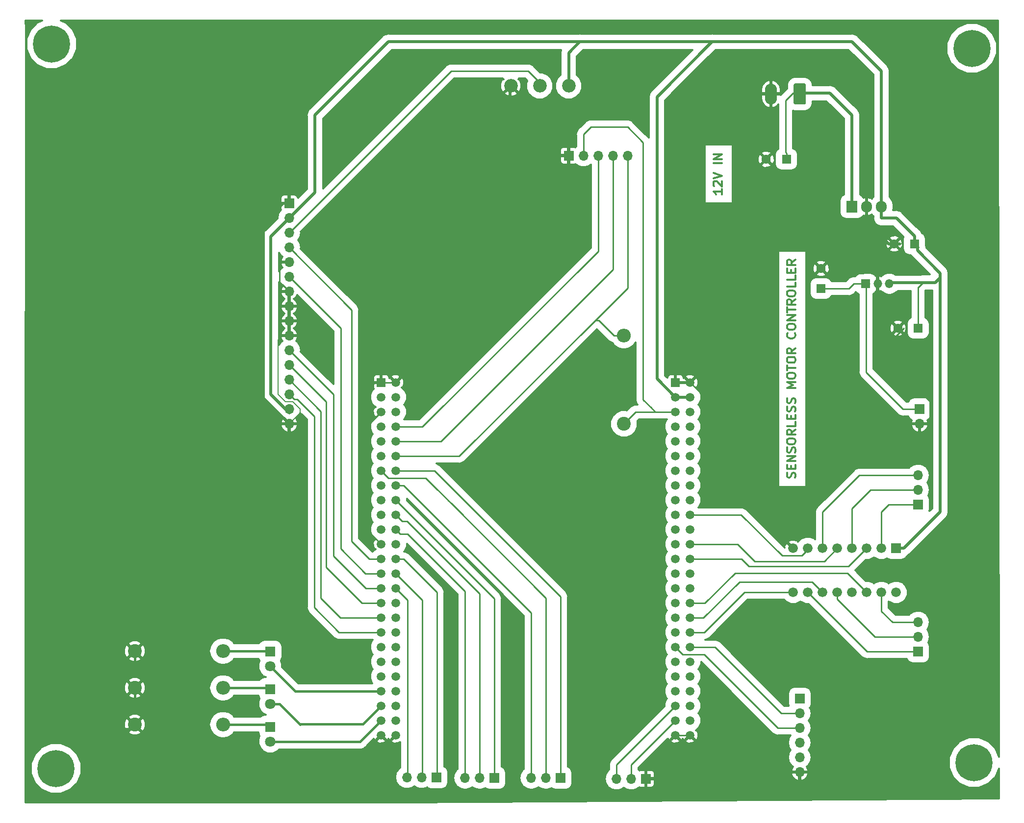
<source format=gbl>
G04 #@! TF.GenerationSoftware,KiCad,Pcbnew,(5.0.2)-1*
G04 #@! TF.CreationDate,2019-06-03T19:17:29+03:00*
G04 #@! TF.ProjectId,STM32_board,53544d33-325f-4626-9f61-72642e6b6963,rev?*
G04 #@! TF.SameCoordinates,Original*
G04 #@! TF.FileFunction,Copper,L2,Bot*
G04 #@! TF.FilePolarity,Positive*
%FSLAX46Y46*%
G04 Gerber Fmt 4.6, Leading zero omitted, Abs format (unit mm)*
G04 Created by KiCad (PCBNEW (5.0.2)-1) date 6/3/2019 7:17:29 PM*
%MOMM*%
%LPD*%
G01*
G04 APERTURE LIST*
G04 #@! TA.AperFunction,NonConductor*
%ADD10C,0.300000*%
G04 #@! TD*
G04 #@! TA.AperFunction,ComponentPad*
%ADD11R,1.700000X1.700000*%
G04 #@! TD*
G04 #@! TA.AperFunction,ComponentPad*
%ADD12O,1.700000X1.700000*%
G04 #@! TD*
G04 #@! TA.AperFunction,ComponentPad*
%ADD13O,1.500000X1.500000*%
G04 #@! TD*
G04 #@! TA.AperFunction,ComponentPad*
%ADD14R,1.500000X1.500000*%
G04 #@! TD*
G04 #@! TA.AperFunction,ComponentPad*
%ADD15C,1.600000*%
G04 #@! TD*
G04 #@! TA.AperFunction,ComponentPad*
%ADD16R,1.600000X1.600000*%
G04 #@! TD*
G04 #@! TA.AperFunction,Conductor*
%ADD17C,1.000000*%
G04 #@! TD*
G04 #@! TA.AperFunction,ComponentPad*
%ADD18C,2.080000*%
G04 #@! TD*
G04 #@! TA.AperFunction,ComponentPad*
%ADD19O,2.080000X3.600000*%
G04 #@! TD*
G04 #@! TA.AperFunction,ComponentPad*
%ADD20C,2.400000*%
G04 #@! TD*
G04 #@! TA.AperFunction,ComponentPad*
%ADD21O,2.400000X2.400000*%
G04 #@! TD*
G04 #@! TA.AperFunction,ComponentPad*
%ADD22C,1.508000*%
G04 #@! TD*
G04 #@! TA.AperFunction,ComponentPad*
%ADD23R,1.508000X1.508000*%
G04 #@! TD*
G04 #@! TA.AperFunction,ComponentPad*
%ADD24C,2.340000*%
G04 #@! TD*
G04 #@! TA.AperFunction,ComponentPad*
%ADD25R,1.800000X1.800000*%
G04 #@! TD*
G04 #@! TA.AperFunction,ComponentPad*
%ADD26C,1.800000*%
G04 #@! TD*
G04 #@! TA.AperFunction,ComponentPad*
%ADD27R,1.676400X1.676400*%
G04 #@! TD*
G04 #@! TA.AperFunction,ComponentPad*
%ADD28C,1.676400*%
G04 #@! TD*
G04 #@! TA.AperFunction,ComponentPad*
%ADD29R,1.905000X2.000000*%
G04 #@! TD*
G04 #@! TA.AperFunction,ComponentPad*
%ADD30O,1.905000X2.000000*%
G04 #@! TD*
G04 #@! TA.AperFunction,ComponentPad*
%ADD31C,6.400000*%
G04 #@! TD*
G04 #@! TA.AperFunction,Conductor*
%ADD32C,0.250000*%
G04 #@! TD*
G04 #@! TA.AperFunction,Conductor*
%ADD33C,0.500000*%
G04 #@! TD*
G04 #@! TA.AperFunction,Conductor*
%ADD34C,0.400000*%
G04 #@! TD*
G04 #@! TA.AperFunction,Conductor*
%ADD35C,0.200000*%
G04 #@! TD*
G04 #@! TA.AperFunction,Conductor*
%ADD36C,0.300000*%
G04 #@! TD*
G04 APERTURE END LIST*
D10*
X139108571Y-58522857D02*
X139108571Y-59380000D01*
X139108571Y-58951428D02*
X137608571Y-58951428D01*
X137822857Y-59094285D01*
X137965714Y-59237142D01*
X138037142Y-59380000D01*
X137751428Y-57951428D02*
X137680000Y-57880000D01*
X137608571Y-57737142D01*
X137608571Y-57380000D01*
X137680000Y-57237142D01*
X137751428Y-57165714D01*
X137894285Y-57094285D01*
X138037142Y-57094285D01*
X138251428Y-57165714D01*
X139108571Y-58022857D01*
X139108571Y-57094285D01*
X137608571Y-56665714D02*
X139108571Y-56165714D01*
X137608571Y-55665714D01*
X139108571Y-54022857D02*
X137608571Y-54022857D01*
X139108571Y-53308571D02*
X137608571Y-53308571D01*
X139108571Y-52451428D01*
X137608571Y-52451428D01*
X151737142Y-108356428D02*
X151808571Y-108142142D01*
X151808571Y-107785000D01*
X151737142Y-107642142D01*
X151665714Y-107570714D01*
X151522857Y-107499285D01*
X151380000Y-107499285D01*
X151237142Y-107570714D01*
X151165714Y-107642142D01*
X151094285Y-107785000D01*
X151022857Y-108070714D01*
X150951428Y-108213571D01*
X150880000Y-108285000D01*
X150737142Y-108356428D01*
X150594285Y-108356428D01*
X150451428Y-108285000D01*
X150380000Y-108213571D01*
X150308571Y-108070714D01*
X150308571Y-107713571D01*
X150380000Y-107499285D01*
X151022857Y-106856428D02*
X151022857Y-106356428D01*
X151808571Y-106142142D02*
X151808571Y-106856428D01*
X150308571Y-106856428D01*
X150308571Y-106142142D01*
X151808571Y-105499285D02*
X150308571Y-105499285D01*
X151808571Y-104642142D01*
X150308571Y-104642142D01*
X151737142Y-103999285D02*
X151808571Y-103785000D01*
X151808571Y-103427857D01*
X151737142Y-103285000D01*
X151665714Y-103213571D01*
X151522857Y-103142142D01*
X151380000Y-103142142D01*
X151237142Y-103213571D01*
X151165714Y-103285000D01*
X151094285Y-103427857D01*
X151022857Y-103713571D01*
X150951428Y-103856428D01*
X150880000Y-103927857D01*
X150737142Y-103999285D01*
X150594285Y-103999285D01*
X150451428Y-103927857D01*
X150380000Y-103856428D01*
X150308571Y-103713571D01*
X150308571Y-103356428D01*
X150380000Y-103142142D01*
X150308571Y-102213571D02*
X150308571Y-101927857D01*
X150380000Y-101785000D01*
X150522857Y-101642142D01*
X150808571Y-101570714D01*
X151308571Y-101570714D01*
X151594285Y-101642142D01*
X151737142Y-101785000D01*
X151808571Y-101927857D01*
X151808571Y-102213571D01*
X151737142Y-102356428D01*
X151594285Y-102499285D01*
X151308571Y-102570714D01*
X150808571Y-102570714D01*
X150522857Y-102499285D01*
X150380000Y-102356428D01*
X150308571Y-102213571D01*
X151808571Y-100070714D02*
X151094285Y-100570714D01*
X151808571Y-100927857D02*
X150308571Y-100927857D01*
X150308571Y-100356428D01*
X150380000Y-100213571D01*
X150451428Y-100142142D01*
X150594285Y-100070714D01*
X150808571Y-100070714D01*
X150951428Y-100142142D01*
X151022857Y-100213571D01*
X151094285Y-100356428D01*
X151094285Y-100927857D01*
X151808571Y-98713571D02*
X151808571Y-99427857D01*
X150308571Y-99427857D01*
X151022857Y-98213571D02*
X151022857Y-97713571D01*
X151808571Y-97499285D02*
X151808571Y-98213571D01*
X150308571Y-98213571D01*
X150308571Y-97499285D01*
X151737142Y-96927857D02*
X151808571Y-96713571D01*
X151808571Y-96356428D01*
X151737142Y-96213571D01*
X151665714Y-96142142D01*
X151522857Y-96070714D01*
X151380000Y-96070714D01*
X151237142Y-96142142D01*
X151165714Y-96213571D01*
X151094285Y-96356428D01*
X151022857Y-96642142D01*
X150951428Y-96785000D01*
X150880000Y-96856428D01*
X150737142Y-96927857D01*
X150594285Y-96927857D01*
X150451428Y-96856428D01*
X150380000Y-96785000D01*
X150308571Y-96642142D01*
X150308571Y-96285000D01*
X150380000Y-96070714D01*
X151737142Y-95499285D02*
X151808571Y-95285000D01*
X151808571Y-94927857D01*
X151737142Y-94785000D01*
X151665714Y-94713571D01*
X151522857Y-94642142D01*
X151380000Y-94642142D01*
X151237142Y-94713571D01*
X151165714Y-94785000D01*
X151094285Y-94927857D01*
X151022857Y-95213571D01*
X150951428Y-95356428D01*
X150880000Y-95427857D01*
X150737142Y-95499285D01*
X150594285Y-95499285D01*
X150451428Y-95427857D01*
X150380000Y-95356428D01*
X150308571Y-95213571D01*
X150308571Y-94856428D01*
X150380000Y-94642142D01*
X151808571Y-92856428D02*
X150308571Y-92856428D01*
X151380000Y-92356428D01*
X150308571Y-91856428D01*
X151808571Y-91856428D01*
X150308571Y-90856428D02*
X150308571Y-90570714D01*
X150380000Y-90427857D01*
X150522857Y-90285000D01*
X150808571Y-90213571D01*
X151308571Y-90213571D01*
X151594285Y-90285000D01*
X151737142Y-90427857D01*
X151808571Y-90570714D01*
X151808571Y-90856428D01*
X151737142Y-90999285D01*
X151594285Y-91142142D01*
X151308571Y-91213571D01*
X150808571Y-91213571D01*
X150522857Y-91142142D01*
X150380000Y-90999285D01*
X150308571Y-90856428D01*
X150308571Y-89785000D02*
X150308571Y-88927857D01*
X151808571Y-89356428D02*
X150308571Y-89356428D01*
X150308571Y-88142142D02*
X150308571Y-87856428D01*
X150380000Y-87713571D01*
X150522857Y-87570714D01*
X150808571Y-87499285D01*
X151308571Y-87499285D01*
X151594285Y-87570714D01*
X151737142Y-87713571D01*
X151808571Y-87856428D01*
X151808571Y-88142142D01*
X151737142Y-88285000D01*
X151594285Y-88427857D01*
X151308571Y-88499285D01*
X150808571Y-88499285D01*
X150522857Y-88427857D01*
X150380000Y-88285000D01*
X150308571Y-88142142D01*
X151808571Y-85999285D02*
X151094285Y-86499285D01*
X151808571Y-86856428D02*
X150308571Y-86856428D01*
X150308571Y-86285000D01*
X150380000Y-86142142D01*
X150451428Y-86070714D01*
X150594285Y-85999285D01*
X150808571Y-85999285D01*
X150951428Y-86070714D01*
X151022857Y-86142142D01*
X151094285Y-86285000D01*
X151094285Y-86856428D01*
X151665714Y-83356428D02*
X151737142Y-83427857D01*
X151808571Y-83642142D01*
X151808571Y-83785000D01*
X151737142Y-83999285D01*
X151594285Y-84142142D01*
X151451428Y-84213571D01*
X151165714Y-84285000D01*
X150951428Y-84285000D01*
X150665714Y-84213571D01*
X150522857Y-84142142D01*
X150380000Y-83999285D01*
X150308571Y-83785000D01*
X150308571Y-83642142D01*
X150380000Y-83427857D01*
X150451428Y-83356428D01*
X150308571Y-82427857D02*
X150308571Y-82142142D01*
X150380000Y-81999285D01*
X150522857Y-81856428D01*
X150808571Y-81785000D01*
X151308571Y-81785000D01*
X151594285Y-81856428D01*
X151737142Y-81999285D01*
X151808571Y-82142142D01*
X151808571Y-82427857D01*
X151737142Y-82570714D01*
X151594285Y-82713571D01*
X151308571Y-82785000D01*
X150808571Y-82785000D01*
X150522857Y-82713571D01*
X150380000Y-82570714D01*
X150308571Y-82427857D01*
X151808571Y-81142142D02*
X150308571Y-81142142D01*
X151808571Y-80285000D01*
X150308571Y-80285000D01*
X150308571Y-79785000D02*
X150308571Y-78927857D01*
X151808571Y-79356428D02*
X150308571Y-79356428D01*
X151808571Y-77570714D02*
X151094285Y-78070714D01*
X151808571Y-78427857D02*
X150308571Y-78427857D01*
X150308571Y-77856428D01*
X150380000Y-77713571D01*
X150451428Y-77642142D01*
X150594285Y-77570714D01*
X150808571Y-77570714D01*
X150951428Y-77642142D01*
X151022857Y-77713571D01*
X151094285Y-77856428D01*
X151094285Y-78427857D01*
X150308571Y-76642142D02*
X150308571Y-76356428D01*
X150380000Y-76213571D01*
X150522857Y-76070714D01*
X150808571Y-75999285D01*
X151308571Y-75999285D01*
X151594285Y-76070714D01*
X151737142Y-76213571D01*
X151808571Y-76356428D01*
X151808571Y-76642142D01*
X151737142Y-76785000D01*
X151594285Y-76927857D01*
X151308571Y-76999285D01*
X150808571Y-76999285D01*
X150522857Y-76927857D01*
X150380000Y-76785000D01*
X150308571Y-76642142D01*
X151808571Y-74642142D02*
X151808571Y-75356428D01*
X150308571Y-75356428D01*
X151808571Y-73427857D02*
X151808571Y-74142142D01*
X150308571Y-74142142D01*
X151022857Y-72927857D02*
X151022857Y-72427857D01*
X151808571Y-72213571D02*
X151808571Y-72927857D01*
X150308571Y-72927857D01*
X150308571Y-72213571D01*
X151808571Y-70713571D02*
X151094285Y-71213571D01*
X151808571Y-71570714D02*
X150308571Y-71570714D01*
X150308571Y-70999285D01*
X150380000Y-70856428D01*
X150451428Y-70785000D01*
X150594285Y-70713571D01*
X150808571Y-70713571D01*
X150951428Y-70785000D01*
X151022857Y-70856428D01*
X151094285Y-70999285D01*
X151094285Y-71570714D01*
D11*
G04 #@! TO.P,J11,1*
G04 #@! TO.N,/GND*
X125984000Y-160401000D03*
D12*
G04 #@! TO.P,J11,2*
G04 #@! TO.N,/EXT_4*
X123444000Y-160401000D03*
G04 #@! TO.P,J11,3*
G04 #@! TO.N,/EXT_3*
X120904000Y-160401000D03*
G04 #@! TD*
D11*
G04 #@! TO.P,J6,1*
G04 #@! TO.N,/3V3*
X173228000Y-96520000D03*
D12*
G04 #@! TO.P,J6,2*
G04 #@! TO.N,/GND*
X173228000Y-99060000D03*
G04 #@! TD*
D11*
G04 #@! TO.P,J8,1*
G04 #@! TO.N,/EXT_5*
X89789000Y-160147000D03*
D12*
G04 #@! TO.P,J8,2*
G04 #@! TO.N,/EXT_6*
X87249000Y-160147000D03*
G04 #@! TO.P,J8,3*
G04 #@! TO.N,/EXT_7*
X84709000Y-160147000D03*
G04 #@! TD*
D13*
G04 #@! TO.P,U3,2*
G04 #@! TO.N,/GND*
X165989000Y-74805000D03*
G04 #@! TO.P,U3,3*
G04 #@! TO.N,/5V*
X167989000Y-74855000D03*
D14*
G04 #@! TO.P,U3,1*
G04 #@! TO.N,/3V3*
X163914000Y-74855000D03*
G04 #@! TD*
D15*
G04 #@! TO.P,C2,2*
G04 #@! TO.N,/GND*
X168839000Y-67945000D03*
D16*
G04 #@! TO.P,C2,1*
G04 #@! TO.N,/5V*
X172339000Y-67945000D03*
G04 #@! TD*
G04 #@! TO.P,C3,1*
G04 #@! TO.N,/5V*
X172974000Y-82550000D03*
D15*
G04 #@! TO.P,C3,2*
G04 #@! TO.N,/GND*
X169474000Y-82550000D03*
G04 #@! TD*
G04 #@! TO.P,C4,2*
G04 #@! TO.N,/GND*
X156210000Y-72192000D03*
D16*
G04 #@! TO.P,C4,1*
G04 #@! TO.N,/3V3*
X156210000Y-75692000D03*
G04 #@! TD*
G04 #@! TO.P,C1,1*
G04 #@! TO.N,/12V*
X150241000Y-53340000D03*
D15*
G04 #@! TO.P,C1,2*
G04 #@! TO.N,/GND*
X146741000Y-53340000D03*
G04 #@! TD*
D17*
G04 #@! TO.N,/12V*
G04 #@! TO.C,J1*
G36*
X153341505Y-40238204D02*
X153365773Y-40241804D01*
X153389572Y-40247765D01*
X153412671Y-40256030D01*
X153434850Y-40266520D01*
X153455893Y-40279132D01*
X153475599Y-40293747D01*
X153493777Y-40310223D01*
X153510253Y-40328401D01*
X153524868Y-40348107D01*
X153537480Y-40369150D01*
X153547970Y-40391329D01*
X153556235Y-40414428D01*
X153562196Y-40438227D01*
X153565796Y-40462495D01*
X153567000Y-40486999D01*
X153567000Y-43587001D01*
X153565796Y-43611505D01*
X153562196Y-43635773D01*
X153556235Y-43659572D01*
X153547970Y-43682671D01*
X153537480Y-43704850D01*
X153524868Y-43725893D01*
X153510253Y-43745599D01*
X153493777Y-43763777D01*
X153475599Y-43780253D01*
X153455893Y-43794868D01*
X153434850Y-43807480D01*
X153412671Y-43817970D01*
X153389572Y-43826235D01*
X153365773Y-43832196D01*
X153341505Y-43835796D01*
X153317001Y-43837000D01*
X151736999Y-43837000D01*
X151712495Y-43835796D01*
X151688227Y-43832196D01*
X151664428Y-43826235D01*
X151641329Y-43817970D01*
X151619150Y-43807480D01*
X151598107Y-43794868D01*
X151578401Y-43780253D01*
X151560223Y-43763777D01*
X151543747Y-43745599D01*
X151529132Y-43725893D01*
X151516520Y-43704850D01*
X151506030Y-43682671D01*
X151497765Y-43659572D01*
X151491804Y-43635773D01*
X151488204Y-43611505D01*
X151487000Y-43587001D01*
X151487000Y-40486999D01*
X151488204Y-40462495D01*
X151491804Y-40438227D01*
X151497765Y-40414428D01*
X151506030Y-40391329D01*
X151516520Y-40369150D01*
X151529132Y-40348107D01*
X151543747Y-40328401D01*
X151560223Y-40310223D01*
X151578401Y-40293747D01*
X151598107Y-40279132D01*
X151619150Y-40266520D01*
X151641329Y-40256030D01*
X151664428Y-40247765D01*
X151688227Y-40241804D01*
X151712495Y-40238204D01*
X151736999Y-40237000D01*
X153317001Y-40237000D01*
X153341505Y-40238204D01*
X153341505Y-40238204D01*
G37*
D18*
G04 #@! TD*
G04 #@! TO.P,J1,1*
G04 #@! TO.N,/12V*
X152527000Y-42037000D03*
D19*
G04 #@! TO.P,J1,2*
G04 #@! TO.N,/GND*
X147552000Y-42037000D03*
G04 #@! TD*
D11*
G04 #@! TO.P,J10,1*
G04 #@! TO.N,/EXT_0*
X111252000Y-160274000D03*
D12*
G04 #@! TO.P,J10,2*
G04 #@! TO.N,/EXT_1*
X108712000Y-160274000D03*
G04 #@! TO.P,J10,3*
G04 #@! TO.N,/EXT_2*
X106172000Y-160274000D03*
G04 #@! TD*
D20*
G04 #@! TO.P,R4,1*
G04 #@! TO.N,/3V*
X122174000Y-99060000D03*
D21*
G04 #@! TO.P,R4,2*
G04 #@! TO.N,/JoystickButton*
X122174000Y-83820000D03*
G04 #@! TD*
D22*
G04 #@! TO.P,TB1,P2_50*
G04 #@! TO.N,/GND*
X133604000Y-152885000D03*
G04 #@! TO.P,TB1,P2_49*
X131064000Y-152885000D03*
G04 #@! TO.P,TB1,P2_48*
G04 #@! TO.N,Net-(TB1-PadP2_48)*
X133604000Y-150345000D03*
G04 #@! TO.P,TB1,P2_47*
G04 #@! TO.N,/EXT_4*
X131064000Y-150345000D03*
G04 #@! TO.P,TB1,P2_46*
G04 #@! TO.N,Net-(TB1-PadP2_46)*
X133604000Y-147805000D03*
G04 #@! TO.P,TB1,P2_45*
G04 #@! TO.N,/EXT_3*
X131064000Y-147805000D03*
G04 #@! TO.P,TB1,P2_44*
G04 #@! TO.N,Net-(TB1-PadP2_44)*
X133604000Y-145265000D03*
G04 #@! TO.P,TB1,P2_43*
G04 #@! TO.N,Net-(TB1-PadP2_43)*
X131064000Y-145265000D03*
G04 #@! TO.P,TB1,P2_42*
G04 #@! TO.N,Net-(TB1-PadP2_42)*
X133604000Y-142725000D03*
G04 #@! TO.P,TB1,P2_41*
G04 #@! TO.N,Net-(TB1-PadP2_41)*
X131064000Y-142725000D03*
G04 #@! TO.P,TB1,P2_40*
G04 #@! TO.N,Net-(TB1-PadP2_40)*
X133604000Y-140185000D03*
G04 #@! TO.P,TB1,P2_39*
G04 #@! TO.N,Net-(TB1-PadP2_39)*
X131064000Y-140185000D03*
G04 #@! TO.P,TB1,P2_38*
G04 #@! TO.N,/UART2_RX*
X133604000Y-137645000D03*
G04 #@! TO.P,TB1,P2_37*
G04 #@! TO.N,/UART1_TX*
X131064000Y-137645000D03*
G04 #@! TO.P,TB1,P2_36*
G04 #@! TO.N,/P_AL*
X133604000Y-135105000D03*
G04 #@! TO.P,TB1,P2_35*
G04 #@! TO.N,Net-(TB1-PadP2_35)*
X131064000Y-135105000D03*
G04 #@! TO.P,TB1,P2_34*
G04 #@! TO.N,/P_BL*
X133604000Y-132565000D03*
G04 #@! TO.P,TB1,P2_33*
G04 #@! TO.N,Net-(TB1-PadP2_33)*
X131064000Y-132565000D03*
G04 #@! TO.P,TB1,P2_32*
G04 #@! TO.N,/P_CL*
X133604000Y-130025000D03*
G04 #@! TO.P,TB1,P2_31*
G04 #@! TO.N,Net-(TB1-PadP2_31)*
X131064000Y-130025000D03*
G04 #@! TO.P,TB1,P2_30*
G04 #@! TO.N,Net-(TB1-PadP2_30)*
X133604000Y-127485000D03*
G04 #@! TO.P,TB1,P2_29*
G04 #@! TO.N,Net-(TB1-PadP2_29)*
X131064000Y-127485000D03*
G04 #@! TO.P,TB1,P2_28*
G04 #@! TO.N,Net-(TB1-PadP2_28)*
X133604000Y-124945000D03*
G04 #@! TO.P,TB1,P2_27*
G04 #@! TO.N,Net-(TB1-PadP2_27)*
X131064000Y-124945000D03*
G04 #@! TO.P,TB1,P2_26*
G04 #@! TO.N,/P_AH*
X133604000Y-122405000D03*
G04 #@! TO.P,TB1,P2_25*
G04 #@! TO.N,Net-(TB1-PadP2_25)*
X131064000Y-122405000D03*
G04 #@! TO.P,TB1,P2_24*
G04 #@! TO.N,/P_BH*
X133604000Y-119865000D03*
G04 #@! TO.P,TB1,P2_23*
G04 #@! TO.N,Net-(TB1-PadP2_23)*
X131064000Y-119865000D03*
G04 #@! TO.P,TB1,P2_22*
G04 #@! TO.N,Net-(TB1-PadP1_3)*
X133604000Y-117325000D03*
G04 #@! TO.P,TB1,P2_21*
G04 #@! TO.N,Net-(TB1-PadP2_21)*
X131064000Y-117325000D03*
G04 #@! TO.P,TB1,P2_20*
G04 #@! TO.N,/P_CH*
X133604000Y-114785000D03*
G04 #@! TO.P,TB1,P2_19*
G04 #@! TO.N,Net-(TB1-PadP2_19)*
X131064000Y-114785000D03*
G04 #@! TO.P,TB1,P2_18*
G04 #@! TO.N,Net-(TB1-PadP2_18)*
X133604000Y-112245000D03*
G04 #@! TO.P,TB1,P2_17*
G04 #@! TO.N,Net-(TB1-PadP2_17)*
X131064000Y-112245000D03*
G04 #@! TO.P,TB1,P2_16*
G04 #@! TO.N,Net-(TB1-PadP2_16)*
X133604000Y-109705000D03*
G04 #@! TO.P,TB1,P2_15*
G04 #@! TO.N,Net-(TB1-PadP2_15)*
X131064000Y-109705000D03*
G04 #@! TO.P,TB1,P2_14*
G04 #@! TO.N,Net-(TB1-PadP2_14)*
X133604000Y-107165000D03*
G04 #@! TO.P,TB1,P2_13*
G04 #@! TO.N,Net-(TB1-PadP2_13)*
X131064000Y-107165000D03*
G04 #@! TO.P,TB1,P2_12*
G04 #@! TO.N,Net-(TB1-PadP2_12)*
X133604000Y-104625000D03*
G04 #@! TO.P,TB1,P2_11*
G04 #@! TO.N,Net-(TB1-PadP2_11)*
X131064000Y-104625000D03*
G04 #@! TO.P,TB1,P2_10*
G04 #@! TO.N,Net-(TB1-PadP2_10)*
X133604000Y-102085000D03*
G04 #@! TO.P,TB1,P2_9*
G04 #@! TO.N,Net-(TB1-PadP2_9)*
X131064000Y-102085000D03*
G04 #@! TO.P,TB1,P2_8*
G04 #@! TO.N,Net-(TB1-PadP2_8)*
X133604000Y-99545000D03*
G04 #@! TO.P,TB1,P2_7*
G04 #@! TO.N,Net-(TB1-PadP2_7)*
X131064000Y-99545000D03*
G04 #@! TO.P,TB1,P2_6*
G04 #@! TO.N,/3V*
X133604000Y-97005000D03*
G04 #@! TO.P,TB1,P2_5*
X131064000Y-97005000D03*
G04 #@! TO.P,TB1,P2_4*
G04 #@! TO.N,/5V*
X133604000Y-94465000D03*
G04 #@! TO.P,TB1,P2_3*
X131064000Y-94465000D03*
G04 #@! TO.P,TB1,P2_2*
G04 #@! TO.N,/GND*
X133604000Y-91925000D03*
D23*
G04 #@! TO.P,TB1,P2_1*
X131064000Y-91925000D03*
D22*
G04 #@! TO.P,TB1,P1_50*
X82804000Y-152885000D03*
G04 #@! TO.P,TB1,P1_49*
X80264000Y-152885000D03*
G04 #@! TO.P,TB1,P1_48*
G04 #@! TO.N,N/C*
X82804000Y-150345000D03*
G04 #@! TO.P,TB1,P1_47*
G04 #@! TO.N,Net-(D3-Pad2)*
X80264000Y-150345000D03*
G04 #@! TO.P,TB1,P1_46*
G04 #@! TO.N,Net-(TB1-PadP1_46)*
X82804000Y-147805000D03*
G04 #@! TO.P,TB1,P1_45*
G04 #@! TO.N,Net-(D2-Pad2)*
X80264000Y-147805000D03*
G04 #@! TO.P,TB1,P1_44*
G04 #@! TO.N,Net-(TB1-PadP1_44)*
X82804000Y-145265000D03*
G04 #@! TO.P,TB1,P1_43*
G04 #@! TO.N,Net-(D1-Pad2)*
X80264000Y-145265000D03*
G04 #@! TO.P,TB1,P1_42*
G04 #@! TO.N,Net-(TB1-PadP1_42)*
X82804000Y-142725000D03*
G04 #@! TO.P,TB1,P1_41*
G04 #@! TO.N,Net-(TB1-PadP1_41)*
X80264000Y-142725000D03*
G04 #@! TO.P,TB1,P1_40*
G04 #@! TO.N,Net-(TB1-PadP1_40)*
X82804000Y-140185000D03*
G04 #@! TO.P,TB1,P1_39*
G04 #@! TO.N,Net-(TB1-PadP1_39)*
X80264000Y-140185000D03*
G04 #@! TO.P,TB1,P1_38*
G04 #@! TO.N,Net-(TB1-PadP1_38)*
X82804000Y-137645000D03*
G04 #@! TO.P,TB1,P1_37*
G04 #@! TO.N,Net-(TB1-PadP1_37)*
X80264000Y-137645000D03*
G04 #@! TO.P,TB1,P1_36*
G04 #@! TO.N,Net-(TB1-PadP1_36)*
X82804000Y-135105000D03*
G04 #@! TO.P,TB1,P1_35*
G04 #@! TO.N,/LcdD7*
X80264000Y-135105000D03*
G04 #@! TO.P,TB1,P1_34*
G04 #@! TO.N,Net-(TB1-PadP1_34)*
X82804000Y-132565000D03*
G04 #@! TO.P,TB1,P1_33*
G04 #@! TO.N,/LcdD6*
X80264000Y-132565000D03*
G04 #@! TO.P,TB1,P1_32*
G04 #@! TO.N,Net-(TB1-PadP1_32)*
X82804000Y-130025000D03*
G04 #@! TO.P,TB1,P1_31*
G04 #@! TO.N,/LcdD5*
X80264000Y-130025000D03*
G04 #@! TO.P,TB1,P1_30*
G04 #@! TO.N,/EXT_7*
X82804000Y-127485000D03*
G04 #@! TO.P,TB1,P1_29*
G04 #@! TO.N,/LcdD4*
X80264000Y-127485000D03*
G04 #@! TO.P,TB1,P1_28*
G04 #@! TO.N,/EXT_6*
X82804000Y-124945000D03*
G04 #@! TO.P,TB1,P1_27*
G04 #@! TO.N,/LcdEN*
X80264000Y-124945000D03*
G04 #@! TO.P,TB1,P1_26*
G04 #@! TO.N,/EXT_5*
X82804000Y-122405000D03*
G04 #@! TO.P,TB1,P1_25*
G04 #@! TO.N,/LcdRS*
X80264000Y-122405000D03*
G04 #@! TO.P,TB1,P1_24*
G04 #@! TO.N,Net-(TB1-PadP1_24)*
X82804000Y-119865000D03*
G04 #@! TO.P,TB1,P1_23*
G04 #@! TO.N,/GND*
X80264000Y-119865000D03*
G04 #@! TO.P,TB1,P1_22*
G04 #@! TO.N,/READ_BATTERY*
X82804000Y-117325000D03*
G04 #@! TO.P,TB1,P1_21*
G04 #@! TO.N,Net-(TB1-PadP1_21)*
X80264000Y-117325000D03*
G04 #@! TO.P,TB1,P1_20*
G04 #@! TO.N,/ADC_BATTERY*
X82804000Y-114785000D03*
G04 #@! TO.P,TB1,P1_19*
G04 #@! TO.N,Net-(TB1-PadP1_19)*
X80264000Y-114785000D03*
G04 #@! TO.P,TB1,P1_18*
G04 #@! TO.N,/CURRENT_SENSOR*
X82804000Y-112245000D03*
G04 #@! TO.P,TB1,P1_17*
G04 #@! TO.N,Net-(TB1-PadP1_17)*
X80264000Y-112245000D03*
G04 #@! TO.P,TB1,P1_16*
G04 #@! TO.N,/EXT_2*
X82804000Y-109705000D03*
G04 #@! TO.P,TB1,P1_15*
G04 #@! TO.N,Net-(TB1-PadP1_15)*
X80264000Y-109705000D03*
G04 #@! TO.P,TB1,P1_14*
G04 #@! TO.N,/EXT_0*
X82804000Y-107165000D03*
G04 #@! TO.P,TB1,P1_13*
G04 #@! TO.N,/EXT_1*
X80264000Y-107165000D03*
G04 #@! TO.P,TB1,P1_12*
G04 #@! TO.N,/JoystickButton*
X82804000Y-104625000D03*
G04 #@! TO.P,TB1,P1_11*
G04 #@! TO.N,Net-(TB1-PadP1_11)*
X80264000Y-104625000D03*
G04 #@! TO.P,TB1,P1_10*
G04 #@! TO.N,/JoystickADC2*
X82804000Y-102085000D03*
G04 #@! TO.P,TB1,P1_9*
G04 #@! TO.N,Net-(TB1-PadP1_9)*
X80264000Y-102085000D03*
G04 #@! TO.P,TB1,P1_8*
G04 #@! TO.N,/JoystickADC1*
X82804000Y-99545000D03*
G04 #@! TO.P,TB1,P1_7*
G04 #@! TO.N,Net-(TB1-PadP1_7)*
X80264000Y-99545000D03*
G04 #@! TO.P,TB1,P1_6*
G04 #@! TO.N,Net-(TB1-PadP1_6)*
X82804000Y-97005000D03*
G04 #@! TO.P,TB1,P1_5*
G04 #@! TO.N,/GND*
X80264000Y-97005000D03*
G04 #@! TO.P,TB1,P1_4*
G04 #@! TO.N,Net-(TB1-PadP1_3)*
X82804000Y-94465000D03*
G04 #@! TO.P,TB1,P1_3*
X80264000Y-94465000D03*
G04 #@! TO.P,TB1,P1_2*
G04 #@! TO.N,/GND*
X82804000Y-91925000D03*
D23*
G04 #@! TO.P,TB1,P1_1*
X80264000Y-91925000D03*
G04 #@! TD*
D11*
G04 #@! TO.P,J9,1*
G04 #@! TO.N,Net-(J9-Pad1)*
X152527000Y-146558000D03*
D12*
G04 #@! TO.P,J9,2*
G04 #@! TO.N,/UART2_RX*
X152527000Y-149098000D03*
G04 #@! TO.P,J9,3*
G04 #@! TO.N,/UART1_TX*
X152527000Y-151638000D03*
G04 #@! TO.P,J9,4*
G04 #@! TO.N,Net-(J9-Pad4)*
X152527000Y-154178000D03*
G04 #@! TO.P,J9,5*
G04 #@! TO.N,Net-(J9-Pad5)*
X152527000Y-156718000D03*
G04 #@! TO.P,J9,6*
G04 #@! TO.N,/GND*
X152527000Y-159258000D03*
G04 #@! TD*
D24*
G04 #@! TO.P,RV1,3*
G04 #@! TO.N,/GND*
X102649000Y-40640000D03*
G04 #@! TO.P,RV1,2*
G04 #@! TO.N,/V0*
X107649000Y-40640000D03*
G04 #@! TO.P,RV1,1*
G04 #@! TO.N,/5V*
X112649000Y-40640000D03*
G04 #@! TD*
D11*
G04 #@! TO.P,J7,1*
G04 #@! TO.N,/GND*
X112649000Y-52705000D03*
D12*
G04 #@! TO.P,J7,2*
G04 #@! TO.N,/3V*
X115189000Y-52705000D03*
G04 #@! TO.P,J7,3*
G04 #@! TO.N,/JoystickADC1*
X117729000Y-52705000D03*
G04 #@! TO.P,J7,4*
G04 #@! TO.N,/JoystickADC2*
X120269000Y-52705000D03*
G04 #@! TO.P,J7,5*
G04 #@! TO.N,/JoystickButton*
X122809000Y-52705000D03*
G04 #@! TD*
D11*
G04 #@! TO.P,J4,1*
G04 #@! TO.N,/GND*
X64389000Y-60960000D03*
D12*
G04 #@! TO.P,J4,2*
G04 #@! TO.N,/5V*
X64389000Y-63500000D03*
G04 #@! TO.P,J4,3*
G04 #@! TO.N,/V0*
X64389000Y-66040000D03*
G04 #@! TO.P,J4,4*
G04 #@! TO.N,/LcdRS*
X64389000Y-68580000D03*
G04 #@! TO.P,J4,5*
G04 #@! TO.N,/GND*
X64389000Y-71120000D03*
G04 #@! TO.P,J4,6*
G04 #@! TO.N,/LcdEN*
X64389000Y-73660000D03*
G04 #@! TO.P,J4,7*
G04 #@! TO.N,/GND*
X64389000Y-76200000D03*
G04 #@! TO.P,J4,8*
X64389000Y-78740000D03*
G04 #@! TO.P,J4,9*
X64389000Y-81280000D03*
G04 #@! TO.P,J4,10*
X64389000Y-83820000D03*
G04 #@! TO.P,J4,11*
G04 #@! TO.N,/LcdD4*
X64389000Y-86360000D03*
G04 #@! TO.P,J4,12*
G04 #@! TO.N,/LcdD5*
X64389000Y-88900000D03*
G04 #@! TO.P,J4,13*
G04 #@! TO.N,/LcdD6*
X64389000Y-91440000D03*
G04 #@! TO.P,J4,14*
G04 #@! TO.N,/LcdD7*
X64389000Y-93980000D03*
G04 #@! TO.P,J4,15*
G04 #@! TO.N,/5V*
X64389000Y-96520000D03*
G04 #@! TO.P,J4,16*
G04 #@! TO.N,/GND*
X64389000Y-99060000D03*
G04 #@! TD*
D11*
G04 #@! TO.P,J2,1*
G04 #@! TO.N,/P_AH_OUT*
X172974000Y-113030000D03*
D12*
G04 #@! TO.P,J2,2*
G04 #@! TO.N,/P_BH_OUT*
X172974000Y-110490000D03*
G04 #@! TO.P,J2,3*
G04 #@! TO.N,/P_CH_OUT*
X172974000Y-107950000D03*
G04 #@! TD*
G04 #@! TO.P,J5,3*
G04 #@! TO.N,/P_CL_OUT*
X172974000Y-133350000D03*
G04 #@! TO.P,J5,2*
G04 #@! TO.N,/P_BL_OUT*
X172974000Y-135890000D03*
D11*
G04 #@! TO.P,J5,1*
G04 #@! TO.N,/P_AL_OUT*
X172974000Y-138430000D03*
G04 #@! TD*
G04 #@! TO.P,J3,1*
G04 #@! TO.N,/CURRENT_SENSOR*
X99822000Y-160274000D03*
D12*
G04 #@! TO.P,J3,2*
G04 #@! TO.N,/ADC_BATTERY*
X97282000Y-160274000D03*
G04 #@! TO.P,J3,3*
G04 #@! TO.N,/READ_BATTERY*
X94742000Y-160274000D03*
G04 #@! TD*
D25*
G04 #@! TO.P,D3,1*
G04 #@! TO.N,Net-(D3-Pad1)*
X61113999Y-151425001D03*
D26*
G04 #@! TO.P,D3,2*
G04 #@! TO.N,Net-(D3-Pad2)*
X61113999Y-153965001D03*
G04 #@! TD*
G04 #@! TO.P,D2,2*
G04 #@! TO.N,Net-(D2-Pad2)*
X61113999Y-147465001D03*
D25*
G04 #@! TO.P,D2,1*
G04 #@! TO.N,Net-(D2-Pad1)*
X61113999Y-144925001D03*
G04 #@! TD*
G04 #@! TO.P,D1,1*
G04 #@! TO.N,Net-(D1-Pad1)*
X61113999Y-138425001D03*
D26*
G04 #@! TO.P,D1,2*
G04 #@! TO.N,Net-(D1-Pad2)*
X61113999Y-140965001D03*
G04 #@! TD*
D20*
G04 #@! TO.P,R2,1*
G04 #@! TO.N,/GND*
X37719000Y-144705000D03*
D21*
G04 #@! TO.P,R2,2*
G04 #@! TO.N,Net-(D2-Pad1)*
X52959000Y-144705000D03*
G04 #@! TD*
G04 #@! TO.P,R3,2*
G04 #@! TO.N,Net-(D3-Pad1)*
X52959000Y-151055000D03*
D20*
G04 #@! TO.P,R3,1*
G04 #@! TO.N,/GND*
X37719000Y-151055000D03*
G04 #@! TD*
G04 #@! TO.P,R1,1*
G04 #@! TO.N,/GND*
X37719000Y-138355000D03*
D21*
G04 #@! TO.P,R1,2*
G04 #@! TO.N,Net-(D1-Pad1)*
X52959000Y-138355000D03*
G04 #@! TD*
D27*
G04 #@! TO.P,U1,1*
G04 #@! TO.N,/5V*
X169164000Y-120575000D03*
D28*
G04 #@! TO.P,U1,2*
G04 #@! TO.N,/P_AH_OUT*
X166624000Y-120575000D03*
G04 #@! TO.P,U1,3*
G04 #@! TO.N,/P_AH*
X164084000Y-120575000D03*
G04 #@! TO.P,U1,4*
G04 #@! TO.N,/P_BH_OUT*
X161544000Y-120575000D03*
G04 #@! TO.P,U1,5*
G04 #@! TO.N,/P_BH*
X159004000Y-120575000D03*
G04 #@! TO.P,U1,6*
G04 #@! TO.N,/P_CH_OUT*
X156464000Y-120575000D03*
G04 #@! TO.P,U1,7*
G04 #@! TO.N,/P_CH*
X153924000Y-120575000D03*
G04 #@! TO.P,U1,8*
G04 #@! TO.N,/GND*
X151384000Y-120575000D03*
G04 #@! TO.P,U1,9*
G04 #@! TO.N,/P_AL*
X151384000Y-128195000D03*
G04 #@! TO.P,U1,10*
G04 #@! TO.N,/P_AL_OUT*
X153924000Y-128195000D03*
G04 #@! TO.P,U1,11*
G04 #@! TO.N,/P_BL*
X156464000Y-128195000D03*
G04 #@! TO.P,U1,12*
G04 #@! TO.N,/P_BL_OUT*
X159004000Y-128195000D03*
G04 #@! TO.P,U1,13*
G04 #@! TO.N,Net-(U1-Pad13)*
X161544000Y-128195000D03*
G04 #@! TO.P,U1,14*
G04 #@! TO.N,/P_CL*
X164084000Y-128195000D03*
G04 #@! TO.P,U1,15*
G04 #@! TO.N,/P_CL_OUT*
X166624000Y-128195000D03*
G04 #@! TO.P,U1,16*
G04 #@! TO.N,Net-(U1-Pad16)*
X169164000Y-128195000D03*
G04 #@! TD*
D29*
G04 #@! TO.P,U2,1*
G04 #@! TO.N,/12V*
X161544000Y-61520000D03*
D30*
G04 #@! TO.P,U2,2*
G04 #@! TO.N,/GND*
X164084000Y-61520000D03*
G04 #@! TO.P,U2,3*
G04 #@! TO.N,/5V*
X166624000Y-61520000D03*
G04 #@! TD*
D31*
G04 #@! TO.P,REF\002A\002A,1*
G04 #@! TO.N,N/C*
X23368000Y-33401000D03*
G04 #@! TD*
G04 #@! TO.P,REF\002A\002A,2*
G04 #@! TO.N,N/C*
X24130000Y-158623000D03*
G04 #@! TD*
G04 #@! TO.P,REF\002A\002A,3*
G04 #@! TO.N,N/C*
X182626000Y-157607000D03*
G04 #@! TD*
G04 #@! TO.P,REF\002A\002A,4*
G04 #@! TO.N,N/C*
X182245000Y-34163000D03*
G04 #@! TD*
D32*
G04 #@! TO.N,/P_BL*
X134670317Y-132565000D02*
X134693317Y-132588000D01*
X133604000Y-132565000D02*
X134670317Y-132565000D01*
X134693317Y-132588000D02*
X135890000Y-132588000D01*
X135890000Y-132588000D02*
X142113000Y-126365000D01*
X154634000Y-126365000D02*
X156464000Y-128195000D01*
X142113000Y-126365000D02*
X154634000Y-126365000D01*
G04 #@! TO.N,/P_CL*
X160730000Y-124841000D02*
X164084000Y-128195000D01*
X141351000Y-124841000D02*
X160730000Y-124841000D01*
X133604000Y-130025000D02*
X136167000Y-130025000D01*
X136167000Y-130025000D02*
X141351000Y-124841000D01*
G04 #@! TO.N,/P_AL*
X142950000Y-128195000D02*
X151384000Y-128195000D01*
X133604000Y-135105000D02*
X136040000Y-135105000D01*
X136040000Y-135105000D02*
X142950000Y-128195000D01*
G04 #@! TO.N,/P_CH*
X142419000Y-114785000D02*
X133604000Y-114785000D01*
X149479000Y-121845000D02*
X142419000Y-114785000D01*
X154178000Y-120575000D02*
X152908000Y-121845000D01*
X152908000Y-121845000D02*
X149479000Y-121845000D01*
G04 #@! TO.N,/P_AH*
X133604000Y-122405000D02*
X142471000Y-122405000D01*
X142471000Y-122405000D02*
X143764000Y-123698000D01*
X160961000Y-123698000D02*
X164084000Y-120575000D01*
X143764000Y-123698000D02*
X160961000Y-123698000D01*
G04 #@! TO.N,/P_BH*
X133604000Y-119865000D02*
X141836000Y-119865000D01*
X141836000Y-119865000D02*
X144780000Y-122809000D01*
X156770000Y-122809000D02*
X159004000Y-120575000D01*
X144780000Y-122809000D02*
X156770000Y-122809000D01*
G04 #@! TO.N,/GND*
X79260000Y-91925000D02*
X80264000Y-91925000D01*
X164084000Y-61520000D02*
X164084000Y-61472500D01*
D33*
X165989000Y-73855000D02*
X165989000Y-74855000D01*
D34*
X37789001Y-151760001D02*
X34614001Y-151760001D01*
X34614001Y-151760001D02*
X34544000Y-151690000D01*
X37291944Y-146610000D02*
X36021944Y-147880000D01*
X36021944Y-147880000D02*
X34544000Y-147880000D01*
D32*
X64389000Y-77537919D02*
X64389000Y-76200000D01*
X64389000Y-78740000D02*
X64389000Y-77537919D01*
D33*
X64389000Y-99060000D02*
X59944000Y-94615000D01*
X63289000Y-60960000D02*
X64389000Y-60960000D01*
X59944000Y-64305000D02*
X63289000Y-60960000D01*
X59944000Y-74930000D02*
X59944000Y-64305000D01*
X59944000Y-77470000D02*
X59944000Y-74930000D01*
X59944000Y-94615000D02*
X59944000Y-81915000D01*
X59944000Y-81915000D02*
X59944000Y-77470000D01*
D32*
X63539001Y-75350001D02*
X64389000Y-76200000D01*
X63213999Y-75024999D02*
X63539001Y-75350001D01*
D33*
X164084000Y-64135000D02*
X164084000Y-61520000D01*
X165989000Y-66040000D02*
X164084000Y-64135000D01*
X38918999Y-137155001D02*
X47248999Y-137155001D01*
X37719000Y-138355000D02*
X38918999Y-137155001D01*
X64389000Y-120015000D02*
X64389000Y-99060000D01*
X47248999Y-137155001D02*
X61214000Y-123190000D01*
X131064000Y-91925000D02*
X131064000Y-43815000D01*
X131064000Y-43815000D02*
X139954000Y-34925000D01*
X164084000Y-40005000D02*
X164084000Y-61520000D01*
X159004000Y-34925000D02*
X164084000Y-40005000D01*
D32*
X80264000Y-119865000D02*
X77089000Y-116690000D01*
X77089000Y-100180000D02*
X80264000Y-97005000D01*
X77089000Y-100330000D02*
X77089000Y-100180000D01*
X77089000Y-116690000D02*
X77089000Y-100330000D01*
X79144000Y-91925000D02*
X80264000Y-91925000D01*
X77089000Y-100330000D02*
X77089000Y-93980000D01*
X77089000Y-93980000D02*
X79144000Y-91925000D01*
X82804000Y-91925000D02*
X80264000Y-91925000D01*
X171874000Y-93980000D02*
X172974000Y-93980000D01*
X165989000Y-88095000D02*
X171874000Y-93980000D01*
D33*
X131064000Y-91925000D02*
X133604000Y-91925000D01*
X147574000Y-38100000D02*
X144399000Y-34925000D01*
X139954000Y-34925000D02*
X144399000Y-34925000D01*
X144399000Y-34925000D02*
X159004000Y-34925000D01*
D34*
X34544000Y-146402056D02*
X34544000Y-156135000D01*
X37719000Y-138355000D02*
X37719000Y-140052056D01*
D33*
X147574000Y-41910000D02*
X147574000Y-38100000D01*
D35*
X63186919Y-83820000D02*
X63119000Y-83887919D01*
X64389000Y-83820000D02*
X63186919Y-83820000D01*
X62484000Y-84522919D02*
X62484000Y-93980000D01*
X63186919Y-83820000D02*
X62484000Y-84522919D01*
X66294000Y-97155000D02*
X64389000Y-99060000D01*
X62484000Y-93980000D02*
X63754000Y-95250000D01*
X63754000Y-95250000D02*
X65024000Y-95250000D01*
X65024000Y-95250000D02*
X66294000Y-96520000D01*
X66294000Y-96520000D02*
X66294000Y-97155000D01*
D32*
X112649000Y-52705000D02*
X111549000Y-52705000D01*
X102489000Y-43010000D02*
X102489000Y-40005000D01*
X34544000Y-156135000D02*
X34544000Y-156210000D01*
D34*
X35814000Y-157405000D02*
X34544000Y-156135000D01*
X80264000Y-152885000D02*
X78919000Y-154230000D01*
X75744000Y-157405000D02*
X35814000Y-157405000D01*
X37719000Y-146402056D02*
X37719000Y-144705000D01*
X37511056Y-146610000D02*
X37719000Y-146402056D01*
X37291944Y-146610000D02*
X37511056Y-146610000D01*
X34544000Y-146402056D02*
X34544000Y-143227056D01*
X37719000Y-140052056D02*
X34544000Y-143227056D01*
D33*
X108204000Y-52705000D02*
X112649000Y-52705000D01*
X102489000Y-46990000D02*
X108204000Y-52705000D01*
D32*
X102489000Y-46990000D02*
X102489000Y-40640000D01*
X102489000Y-47160000D02*
X102489000Y-46990000D01*
D33*
X83557999Y-90686001D02*
X102489000Y-71755000D01*
X83557999Y-91171001D02*
X83557999Y-90686001D01*
X82804000Y-91925000D02*
X83557999Y-91171001D01*
D32*
X102489000Y-40640000D02*
X102489000Y-71755000D01*
D33*
X102489000Y-71755000D02*
X102489000Y-41275000D01*
D32*
X168569000Y-84455000D02*
X170474000Y-82550000D01*
X165989000Y-84455000D02*
X168569000Y-84455000D01*
X165989000Y-84455000D02*
X165989000Y-88095000D01*
D33*
X167894000Y-67945000D02*
X165989000Y-66040000D01*
X169839000Y-67945000D02*
X167894000Y-67945000D01*
D32*
X163449000Y-73025000D02*
X165989000Y-70485000D01*
X157734000Y-73025000D02*
X163449000Y-73025000D01*
D33*
X165989000Y-74855000D02*
X165989000Y-70485000D01*
X165989000Y-70485000D02*
X165989000Y-66040000D01*
D32*
X64389000Y-83820000D02*
X64389000Y-81280000D01*
D34*
X75744000Y-157405000D02*
X80264000Y-152885000D01*
X61214000Y-123190000D02*
X64389000Y-120015000D01*
D32*
X147614000Y-41950000D02*
X147574000Y-41910000D01*
X147614000Y-50038000D02*
X147614000Y-41950000D01*
X165989000Y-74855000D02*
X165989000Y-84455000D01*
X63442010Y-75253010D02*
X63188010Y-75253010D01*
X64389000Y-76200000D02*
X63442010Y-75253010D01*
X63188010Y-75253010D02*
X63056205Y-75121205D01*
X63186919Y-71120000D02*
X62738000Y-71568919D01*
X64389000Y-71120000D02*
X63186919Y-71120000D01*
X62738000Y-74549000D02*
X64389000Y-76200000D01*
X62738000Y-71568919D02*
X62738000Y-74549000D01*
X139977000Y-159258000D02*
X133604000Y-152885000D01*
X152527000Y-159258000D02*
X139977000Y-159258000D01*
X132537683Y-152885000D02*
X131064000Y-152885000D01*
X133604000Y-152885000D02*
X132537683Y-152885000D01*
X136779000Y-95100000D02*
X133604000Y-91925000D01*
X136779000Y-104700000D02*
X136779000Y-95100000D01*
X150545801Y-118466801D02*
X136779000Y-104700000D01*
X150545801Y-119736801D02*
X150545801Y-118466801D01*
X151384000Y-120575000D02*
X150545801Y-119736801D01*
X175006000Y-95190919D02*
X173160081Y-93345000D01*
X175006000Y-96393000D02*
X175006000Y-95190919D01*
X175006000Y-96393000D02*
X175006000Y-97595081D01*
X175006000Y-97595081D02*
X175006000Y-98425000D01*
X125984000Y-157965000D02*
X131064000Y-152885000D01*
X125984000Y-160655000D02*
X125984000Y-157965000D01*
D33*
G04 #@! TO.N,/5V*
X166624000Y-61567500D02*
X166624000Y-61520000D01*
X170502200Y-120575000D02*
X176784000Y-114293200D01*
X169164000Y-120575000D02*
X170502200Y-120575000D01*
X166624000Y-63020000D02*
X166624000Y-61520000D01*
X131064000Y-94465000D02*
X127889000Y-91290000D01*
X127889000Y-91290000D02*
X127889000Y-42545000D01*
X127889000Y-42545000D02*
X137414000Y-33020000D01*
X166624000Y-38100000D02*
X166624000Y-61520000D01*
X161544000Y-33020000D02*
X166624000Y-38100000D01*
X68834000Y-59055000D02*
X68834000Y-45720000D01*
X64389000Y-63500000D02*
X68834000Y-59055000D01*
X68834000Y-45720000D02*
X81534000Y-33020000D01*
X137414000Y-33020000D02*
X138049000Y-33020000D01*
X138049000Y-33020000D02*
X161544000Y-33020000D01*
X131064000Y-94465000D02*
X133604000Y-94465000D01*
X81534000Y-33020000D02*
X114554000Y-33020000D01*
X114554000Y-33020000D02*
X138049000Y-33020000D01*
X61214000Y-66675000D02*
X64389000Y-63500000D01*
X64389000Y-97155000D02*
X61214000Y-93980000D01*
X61214000Y-93980000D02*
X61214000Y-66675000D01*
X172974000Y-68580000D02*
X172339000Y-67945000D01*
X112649000Y-34925000D02*
X114554000Y-33020000D01*
X112649000Y-40640000D02*
X112649000Y-34925000D01*
X172339000Y-66645000D02*
X172339000Y-67945000D01*
X169194000Y-63500000D02*
X172339000Y-66645000D01*
X166624000Y-63500000D02*
X169194000Y-63500000D01*
X166624000Y-61520000D02*
X166624000Y-63500000D01*
X176784000Y-73025000D02*
X172849000Y-69090000D01*
X172849000Y-68455000D02*
X172339000Y-67945000D01*
X172849000Y-69090000D02*
X172849000Y-68455000D01*
X175942000Y-74629000D02*
X176784000Y-73787000D01*
X173736000Y-74629000D02*
X175942000Y-74629000D01*
X173783000Y-74676000D02*
X173736000Y-74629000D01*
X167513000Y-74676000D02*
X173783000Y-74676000D01*
X176784000Y-114293200D02*
X176784000Y-73787000D01*
X176784000Y-73787000D02*
X176784000Y-73180000D01*
D32*
X172974000Y-75485000D02*
X173783000Y-74676000D01*
X172974000Y-75565000D02*
X172974000Y-75485000D01*
X172974000Y-75565000D02*
X172974000Y-75410000D01*
X172974000Y-82550000D02*
X172974000Y-75565000D01*
G04 #@! TO.N,/3V3*
X163957000Y-90118000D02*
X163957000Y-74803000D01*
X172974000Y-96520000D02*
X170359000Y-96520000D01*
X170359000Y-96520000D02*
X163957000Y-90118000D01*
X161036000Y-75692000D02*
X156210000Y-75692000D01*
X164569000Y-74855000D02*
X161873000Y-74855000D01*
X161873000Y-74855000D02*
X161036000Y-75692000D01*
D33*
G04 #@! TO.N,/12V*
X161544000Y-45720000D02*
X161544000Y-61520000D01*
X157734000Y-41910000D02*
X161544000Y-45720000D01*
D32*
X151364000Y-41910000D02*
X152654000Y-41910000D01*
X150114000Y-43160000D02*
X151364000Y-41910000D01*
D33*
X152654000Y-41910000D02*
X157734000Y-41910000D01*
D32*
X150114000Y-52163000D02*
X150114000Y-49784000D01*
X150241000Y-52290000D02*
X150114000Y-52163000D01*
X150241000Y-53340000D02*
X150241000Y-52290000D01*
X150114000Y-50038000D02*
X150114000Y-49784000D01*
X150114000Y-49784000D02*
X150114000Y-43160000D01*
G04 #@! TO.N,/JoystickADC1*
X117729000Y-69065000D02*
X117729000Y-52705000D01*
X117729000Y-69215000D02*
X117729000Y-69065000D01*
X82804000Y-99545000D02*
X87399000Y-99545000D01*
X87399000Y-99545000D02*
X117729000Y-69215000D01*
G04 #@! TO.N,/JoystickADC2*
X82804000Y-102085000D02*
X84224000Y-102085000D01*
X120269000Y-70485000D02*
X120269000Y-52705000D01*
X82804000Y-102085000D02*
X90574000Y-102085000D01*
X90574000Y-102085000D02*
X120269000Y-72390000D01*
X120269000Y-72390000D02*
X120269000Y-66675000D01*
X120269000Y-66675000D02*
X120269000Y-52705000D01*
G04 #@! TO.N,/JoystickButton*
X122809000Y-75565000D02*
X122809000Y-71120000D01*
X122809000Y-52705000D02*
X122809000Y-71120000D01*
X122809000Y-71120000D02*
X122809000Y-71605000D01*
X117809944Y-81153000D02*
X117221000Y-81153000D01*
X120476944Y-83820000D02*
X117809944Y-81153000D01*
X122174000Y-83820000D02*
X120476944Y-83820000D01*
X83870317Y-104625000D02*
X83893317Y-104648000D01*
X82804000Y-104625000D02*
X83870317Y-104625000D01*
X93726000Y-104648000D02*
X117475000Y-80899000D01*
X83893317Y-104648000D02*
X93726000Y-104648000D01*
X117221000Y-81153000D02*
X117475000Y-80899000D01*
X117475000Y-80899000D02*
X122809000Y-75565000D01*
G04 #@! TO.N,/LcdRS*
X78209000Y-122405000D02*
X80264000Y-122405000D01*
X75184000Y-119380000D02*
X78209000Y-122405000D01*
X64389000Y-68580000D02*
X75184000Y-79375000D01*
X75184000Y-79375000D02*
X75184000Y-119380000D01*
G04 #@! TO.N,/LcdEN*
X77574000Y-124945000D02*
X80264000Y-124945000D01*
X73279000Y-120650000D02*
X77574000Y-124945000D01*
X64389000Y-73660000D02*
X73279000Y-82550000D01*
X73279000Y-82550000D02*
X73279000Y-120650000D01*
G04 #@! TO.N,/LcdD4*
X77620000Y-127485000D02*
X80264000Y-127485000D01*
X77608500Y-127496500D02*
X77631500Y-127473500D01*
X72009000Y-121920000D02*
X77597000Y-127508000D01*
X64389000Y-86360000D02*
X72009000Y-93980000D01*
X72009000Y-93980000D02*
X72009000Y-121920000D01*
G04 #@! TO.N,/LcdD5*
X80264000Y-130025000D02*
X76939000Y-130025000D01*
X76939000Y-130025000D02*
X70739000Y-123825000D01*
X70739000Y-95250000D02*
X64389000Y-88900000D01*
X70739000Y-123825000D02*
X70739000Y-95250000D01*
G04 #@! TO.N,/LcdD6*
X69850000Y-129032000D02*
X69850000Y-128905000D01*
X69850000Y-128905000D02*
X69850000Y-97917000D01*
X69850000Y-96901000D02*
X69850000Y-97917000D01*
X64389000Y-91440000D02*
X69850000Y-96901000D01*
X73256000Y-132565000D02*
X80264000Y-132565000D01*
X69850000Y-128905000D02*
X69850000Y-129159000D01*
X69850000Y-129159000D02*
X73256000Y-132565000D01*
G04 #@! TO.N,/LcdD7*
X79197683Y-135105000D02*
X80264000Y-135105000D01*
X65238999Y-94829999D02*
X64389000Y-93980000D01*
X65746999Y-94829999D02*
X65238999Y-94829999D01*
X68707000Y-97790000D02*
X65746999Y-94829999D01*
X68707000Y-130810000D02*
X68707000Y-97790000D01*
X79832683Y-135105000D02*
X73002000Y-135105000D01*
X73002000Y-135105000D02*
X68707000Y-130810000D01*
D34*
G04 #@! TO.N,Net-(D1-Pad2)*
X65413998Y-145265000D02*
X61113999Y-140965001D01*
X80264000Y-145265000D02*
X65413998Y-145265000D01*
G04 #@! TO.N,Net-(D2-Pad2)*
X61113999Y-147465001D02*
X62704001Y-147465001D01*
X62704001Y-147465001D02*
X66294000Y-151055000D01*
X66369000Y-150980000D02*
X77089000Y-150980000D01*
D32*
X66294000Y-151055000D02*
X66369000Y-150980000D01*
D34*
X77089000Y-150980000D02*
X80264000Y-147805000D01*
D32*
G04 #@! TO.N,Net-(D3-Pad2)*
X79818999Y-150790001D02*
X80264000Y-150345000D01*
D34*
X61113999Y-153965001D02*
X76643999Y-153965001D01*
X76643999Y-153965001D02*
X80264000Y-150345000D01*
D32*
G04 #@! TO.N,Net-(D1-Pad1)*
X61043998Y-138355000D02*
X61113999Y-138425001D01*
D34*
X52959000Y-138355000D02*
X61043998Y-138355000D01*
D32*
G04 #@! TO.N,Net-(D3-Pad1)*
X60743998Y-151055000D02*
X61113999Y-151425001D01*
D34*
X52959000Y-151055000D02*
X60743998Y-151055000D01*
D32*
G04 #@! TO.N,Net-(D2-Pad1)*
X60893998Y-144705000D02*
X61113999Y-144925001D01*
D34*
X52959000Y-144705000D02*
X60893998Y-144705000D01*
D32*
G04 #@! TO.N,/V0*
X92329000Y-38100000D02*
X64389000Y-66040000D01*
X103761792Y-38100000D02*
X92329000Y-38100000D01*
X108019010Y-40453600D02*
X108019010Y-40640000D01*
X105665410Y-38100000D02*
X108019010Y-40453600D01*
X103761792Y-38100000D02*
X105665410Y-38100000D01*
G04 #@! TO.N,/CURRENT_SENSOR*
X91590000Y-121031000D02*
X91590000Y-121054000D01*
X99822000Y-129263000D02*
X99822000Y-160274000D01*
X82804000Y-112245000D02*
X99822000Y-129263000D01*
G04 #@! TO.N,/ADC_BATTERY*
X82954000Y-114935000D02*
X82804000Y-114785000D01*
X83883001Y-115864001D02*
X83883001Y-115887001D01*
X82804000Y-114785000D02*
X83883001Y-115864001D01*
X97282000Y-159071919D02*
X97282000Y-160274000D01*
X97282000Y-128395590D02*
X97282000Y-159071919D01*
X84773411Y-115887001D02*
X97282000Y-128395590D01*
X83883001Y-115887001D02*
X84773411Y-115887001D01*
G04 #@! TO.N,/READ_BATTERY*
X83557999Y-118078999D02*
X84804999Y-118078999D01*
X82804000Y-117325000D02*
X83557999Y-118078999D01*
X94742000Y-128016000D02*
X94742000Y-160274000D01*
X84804999Y-118078999D02*
X94742000Y-128016000D01*
G04 #@! TO.N,/P_CL_OUT*
X166624000Y-128195000D02*
X166624000Y-131445000D01*
X168529000Y-133350000D02*
X172974000Y-133350000D01*
X166624000Y-131445000D02*
X168529000Y-133350000D01*
G04 #@! TO.N,/P_BL_OUT*
X171771919Y-135890000D02*
X172974000Y-135890000D01*
X165513607Y-135890000D02*
X171771919Y-135890000D01*
X159004000Y-129380393D02*
X165513607Y-135890000D01*
X159004000Y-128195000D02*
X159004000Y-129380393D01*
G04 #@! TO.N,/P_AL_OUT*
X164159000Y-138430000D02*
X153924000Y-128195000D01*
X172974000Y-138430000D02*
X164159000Y-138430000D01*
G04 #@! TO.N,/P_AH_OUT*
X166624000Y-120575000D02*
X166624000Y-119389607D01*
X166624000Y-120575000D02*
X166624000Y-114300000D01*
X167894000Y-113030000D02*
X172974000Y-113030000D01*
X166624000Y-114300000D02*
X167894000Y-113030000D01*
G04 #@! TO.N,/P_BH_OUT*
X164719000Y-110490000D02*
X172974000Y-110490000D01*
X161544000Y-120575000D02*
X161544000Y-113665000D01*
X161544000Y-113665000D02*
X164719000Y-110490000D01*
G04 #@! TO.N,/P_CH_OUT*
X156464000Y-120575000D02*
X156464000Y-114300000D01*
X162814000Y-107950000D02*
X172974000Y-107950000D01*
X156464000Y-114300000D02*
X162814000Y-107950000D01*
G04 #@! TO.N,/EXT_1*
X108712000Y-160782000D02*
X108712000Y-129159000D01*
X108712000Y-129159000D02*
X92583000Y-113030000D01*
X92583000Y-113030000D02*
X91798000Y-112245000D01*
X80264000Y-107165000D02*
X81534000Y-108435000D01*
X87988000Y-108435000D02*
X89662000Y-110109000D01*
X81534000Y-108435000D02*
X87988000Y-108435000D01*
X89258000Y-109705000D02*
X89662000Y-110109000D01*
X89662000Y-110109000D02*
X92583000Y-113030000D01*
G04 #@! TO.N,/EXT_2*
X106172000Y-133858000D02*
X106172000Y-134239000D01*
X106172000Y-134239000D02*
X106172000Y-160782000D01*
X106172000Y-131699000D02*
X106172000Y-134239000D01*
X84178000Y-109705000D02*
X85598000Y-111125000D01*
X82804000Y-109705000D02*
X84178000Y-109705000D01*
X85471000Y-110998000D02*
X85598000Y-111125000D01*
X85598000Y-111125000D02*
X106172000Y-131699000D01*
G04 #@! TO.N,/EXT_4*
X123444000Y-157965000D02*
X131064000Y-150345000D01*
X123444000Y-160655000D02*
X123444000Y-157965000D01*
G04 #@! TO.N,/EXT_5*
X89916000Y-128143000D02*
X89916000Y-160020000D01*
X82804000Y-122405000D02*
X84178000Y-122405000D01*
X84178000Y-122405000D02*
X89916000Y-128143000D01*
G04 #@! TO.N,/EXT_6*
X87376000Y-129517000D02*
X87376000Y-160020000D01*
X82804000Y-124945000D02*
X87376000Y-129517000D01*
G04 #@! TO.N,/EXT_7*
X84836000Y-129517000D02*
X84836000Y-160020000D01*
X82804000Y-127485000D02*
X84836000Y-129517000D01*
G04 #@! TO.N,/UART2_RX*
X149352000Y-149098000D02*
X152527000Y-149098000D01*
X133604000Y-137645000D02*
X137899000Y-137645000D01*
X137899000Y-137645000D02*
X149352000Y-149098000D01*
G04 #@! TO.N,/UART1_TX*
X131817999Y-138398999D02*
X131817999Y-138421999D01*
X131064000Y-137645000D02*
X131817999Y-138398999D01*
X131817999Y-138421999D02*
X132334000Y-138938000D01*
X132334000Y-138938000D02*
X136017000Y-138938000D01*
X148717000Y-151638000D02*
X142621000Y-145542000D01*
X152527000Y-151638000D02*
X148717000Y-151638000D01*
X136017000Y-138938000D02*
X142621000Y-145542000D01*
X142621000Y-145542000D02*
X142875000Y-145796000D01*
G04 #@! TO.N,/3V*
X122174000Y-99060000D02*
X124229000Y-97005000D01*
X115189000Y-52705000D02*
X115189000Y-49022000D01*
X115189000Y-49022000D02*
X116459000Y-47752000D01*
X116459000Y-47752000D02*
X122809000Y-47752000D01*
X122809000Y-47752000D02*
X125476000Y-50419000D01*
X125476000Y-50419000D02*
X125476000Y-94869000D01*
X124229000Y-97005000D02*
X126873000Y-97005000D01*
X125476000Y-94869000D02*
X126873000Y-96266000D01*
X126873000Y-96266000D02*
X127508000Y-96901000D01*
X126873000Y-97005000D02*
X127508000Y-97005000D01*
X127508000Y-97005000D02*
X131064000Y-97005000D01*
G04 #@! TO.N,/EXT_0*
X83870317Y-107165000D02*
X83893317Y-107188000D01*
X82804000Y-107165000D02*
X83870317Y-107165000D01*
X111252000Y-128905000D02*
X111252000Y-160274000D01*
X82804000Y-107165000D02*
X89512000Y-107165000D01*
X89512000Y-107165000D02*
X111252000Y-128905000D01*
G04 #@! TO.N,/EXT_3*
X120904000Y-157965000D02*
X131064000Y-147805000D01*
X120904000Y-160655000D02*
X120904000Y-157965000D01*
G04 #@! TO.N,Net-(TB1-PadP1_24)*
X83193408Y-120015000D02*
X82804000Y-120015000D01*
X83193408Y-120254408D02*
X82804000Y-119865000D01*
G04 #@! TD*
D36*
G04 #@! TO.N,/GND*
G36*
X20903923Y-29713248D02*
X19680248Y-30936923D01*
X19018000Y-32535731D01*
X19018000Y-34266269D01*
X19680248Y-35865077D01*
X20903923Y-37088752D01*
X22502731Y-37751000D01*
X24233269Y-37751000D01*
X25832077Y-37088752D01*
X27055752Y-35865077D01*
X27718000Y-34266269D01*
X27718000Y-32535731D01*
X27055752Y-30936923D01*
X25832077Y-29713248D01*
X24979261Y-29360000D01*
X186794141Y-29360000D01*
X186914058Y-156592190D01*
X186313752Y-155142923D01*
X185090077Y-153919248D01*
X183491269Y-153257000D01*
X181760731Y-153257000D01*
X180161923Y-153919248D01*
X178938248Y-155142923D01*
X178276000Y-156741731D01*
X178276000Y-158472269D01*
X178938248Y-160071077D01*
X180161923Y-161294752D01*
X181760731Y-161957000D01*
X183491269Y-161957000D01*
X185090077Y-161294752D01*
X186313752Y-160071077D01*
X186915967Y-158617202D01*
X186920859Y-163808015D01*
X83495080Y-164510000D01*
X18819556Y-164510000D01*
X18825920Y-157757731D01*
X19780000Y-157757731D01*
X19780000Y-159488269D01*
X20442248Y-161087077D01*
X21665923Y-162310752D01*
X23264731Y-162973000D01*
X24995269Y-162973000D01*
X26594077Y-162310752D01*
X27817752Y-161087077D01*
X28480000Y-159488269D01*
X28480000Y-157757731D01*
X27817752Y-156158923D01*
X26594077Y-154935248D01*
X24995269Y-154273000D01*
X23264731Y-154273000D01*
X21665923Y-154935248D01*
X20442248Y-156158923D01*
X19780000Y-157757731D01*
X18825920Y-157757731D01*
X18831017Y-152349551D01*
X36571528Y-152349551D01*
X36691316Y-152646420D01*
X37378554Y-152918558D01*
X38117622Y-152906986D01*
X38746684Y-152646420D01*
X38866472Y-152349551D01*
X37719000Y-151202078D01*
X36571528Y-152349551D01*
X18831017Y-152349551D01*
X18832558Y-150714554D01*
X35855442Y-150714554D01*
X35867014Y-151453622D01*
X36127580Y-152082684D01*
X36424449Y-152202472D01*
X37571922Y-151055000D01*
X37866078Y-151055000D01*
X39013551Y-152202472D01*
X39310420Y-152082684D01*
X39582558Y-151395446D01*
X39570986Y-150656378D01*
X39310420Y-150027316D01*
X39013551Y-149907528D01*
X37866078Y-151055000D01*
X37571922Y-151055000D01*
X36424449Y-149907528D01*
X36127580Y-150027316D01*
X35855442Y-150714554D01*
X18832558Y-150714554D01*
X18833457Y-149760449D01*
X36571528Y-149760449D01*
X37719000Y-150907922D01*
X38866472Y-149760449D01*
X38746684Y-149463580D01*
X38059446Y-149191442D01*
X37320378Y-149203014D01*
X36691316Y-149463580D01*
X36571528Y-149760449D01*
X18833457Y-149760449D01*
X18837001Y-145999551D01*
X36571528Y-145999551D01*
X36691316Y-146296420D01*
X37378554Y-146568558D01*
X38117622Y-146556986D01*
X38746684Y-146296420D01*
X38866472Y-145999551D01*
X37719000Y-144852078D01*
X36571528Y-145999551D01*
X18837001Y-145999551D01*
X18838542Y-144364554D01*
X35855442Y-144364554D01*
X35867014Y-145103622D01*
X36127580Y-145732684D01*
X36424449Y-145852472D01*
X37571922Y-144705000D01*
X37866078Y-144705000D01*
X39013551Y-145852472D01*
X39310420Y-145732684D01*
X39582558Y-145045446D01*
X39570986Y-144306378D01*
X39310420Y-143677316D01*
X39013551Y-143557528D01*
X37866078Y-144705000D01*
X37571922Y-144705000D01*
X36424449Y-143557528D01*
X36127580Y-143677316D01*
X35855442Y-144364554D01*
X18838542Y-144364554D01*
X18839441Y-143410449D01*
X36571528Y-143410449D01*
X37719000Y-144557922D01*
X38866472Y-143410449D01*
X38746684Y-143113580D01*
X38059446Y-142841442D01*
X37320378Y-142853014D01*
X36691316Y-143113580D01*
X36571528Y-143410449D01*
X18839441Y-143410449D01*
X18842985Y-139649551D01*
X36571528Y-139649551D01*
X36691316Y-139946420D01*
X37378554Y-140218558D01*
X38117622Y-140206986D01*
X38746684Y-139946420D01*
X38866472Y-139649551D01*
X37719000Y-138502078D01*
X36571528Y-139649551D01*
X18842985Y-139649551D01*
X18844526Y-138014554D01*
X35855442Y-138014554D01*
X35867014Y-138753622D01*
X36127580Y-139382684D01*
X36424449Y-139502472D01*
X37571922Y-138355000D01*
X37866078Y-138355000D01*
X39013551Y-139502472D01*
X39310420Y-139382684D01*
X39582558Y-138695446D01*
X39577228Y-138355000D01*
X50562961Y-138355000D01*
X50745349Y-139271924D01*
X51264745Y-140049255D01*
X52042076Y-140568651D01*
X52727547Y-140705000D01*
X53190453Y-140705000D01*
X53875924Y-140568651D01*
X54653255Y-140049255D01*
X54883279Y-139705000D01*
X59117056Y-139705000D01*
X59130723Y-139773708D01*
X59289881Y-140011904D01*
X59063999Y-140557231D01*
X59063999Y-141372771D01*
X59376093Y-142126233D01*
X59952767Y-142702907D01*
X60313849Y-142852472D01*
X60213999Y-142852472D01*
X59765292Y-142941725D01*
X59384896Y-143195898D01*
X59278587Y-143355000D01*
X54883279Y-143355000D01*
X54653255Y-143010745D01*
X53875924Y-142491349D01*
X53190453Y-142355000D01*
X52727547Y-142355000D01*
X52042076Y-142491349D01*
X51264745Y-143010745D01*
X50745349Y-143788076D01*
X50562961Y-144705000D01*
X50745349Y-145621924D01*
X51264745Y-146399255D01*
X52042076Y-146918651D01*
X52727547Y-147055000D01*
X53190453Y-147055000D01*
X53875924Y-146918651D01*
X54653255Y-146399255D01*
X54883279Y-146055000D01*
X59087219Y-146055000D01*
X59130723Y-146273708D01*
X59289881Y-146511904D01*
X59063999Y-147057231D01*
X59063999Y-147872771D01*
X59376093Y-148626233D01*
X59952767Y-149202907D01*
X60313849Y-149352472D01*
X60213999Y-149352472D01*
X59765292Y-149441725D01*
X59384896Y-149695898D01*
X59378814Y-149705000D01*
X54883279Y-149705000D01*
X54653255Y-149360745D01*
X53875924Y-148841349D01*
X53190453Y-148705000D01*
X52727547Y-148705000D01*
X52042076Y-148841349D01*
X51264745Y-149360745D01*
X50745349Y-150138076D01*
X50562961Y-151055000D01*
X50745349Y-151971924D01*
X51264745Y-152749255D01*
X52042076Y-153268651D01*
X52727547Y-153405000D01*
X53190453Y-153405000D01*
X53875924Y-153268651D01*
X54653255Y-152749255D01*
X54883279Y-152405000D01*
X59057383Y-152405000D01*
X59130723Y-152773708D01*
X59289881Y-153011904D01*
X59063999Y-153557231D01*
X59063999Y-154372771D01*
X59376093Y-155126233D01*
X59952767Y-155702907D01*
X60706229Y-156015001D01*
X61521769Y-156015001D01*
X62275231Y-155702907D01*
X62663137Y-155315001D01*
X76511036Y-155315001D01*
X76643999Y-155341449D01*
X76776962Y-155315001D01*
X77170743Y-155236673D01*
X77617295Y-154938297D01*
X77692614Y-154825574D01*
X78660976Y-153857212D01*
X79438866Y-153857212D01*
X79504136Y-154107798D01*
X80029922Y-154305505D01*
X80591344Y-154286954D01*
X81023864Y-154107798D01*
X81089134Y-153857212D01*
X80264000Y-153032078D01*
X79438866Y-153857212D01*
X78660976Y-153857212D01*
X78992032Y-153526156D01*
X79041202Y-153644864D01*
X79291788Y-153710134D01*
X80116922Y-152885000D01*
X80102780Y-152870858D01*
X80249858Y-152723780D01*
X80264000Y-152737922D01*
X80278143Y-152723780D01*
X80425221Y-152870858D01*
X80411078Y-152885000D01*
X81236212Y-153710134D01*
X81486798Y-153644864D01*
X81531719Y-153525401D01*
X81581202Y-153644864D01*
X81831788Y-153710134D01*
X82656922Y-152885000D01*
X82642780Y-152870858D01*
X82789858Y-152723780D01*
X82804000Y-152737922D01*
X82818143Y-152723780D01*
X82965221Y-152870858D01*
X82951078Y-152885000D01*
X82965221Y-152899143D01*
X82818143Y-153046221D01*
X82804000Y-153032078D01*
X81978866Y-153857212D01*
X82044136Y-154107798D01*
X82569922Y-154305505D01*
X83131344Y-154286954D01*
X83561001Y-154108984D01*
X83561001Y-158508689D01*
X83267081Y-158705081D01*
X82825041Y-159366639D01*
X82669818Y-160147000D01*
X82825041Y-160927361D01*
X83267081Y-161588919D01*
X83928639Y-162030959D01*
X84512018Y-162147000D01*
X84905982Y-162147000D01*
X85489361Y-162030959D01*
X85979000Y-161703792D01*
X86468639Y-162030959D01*
X87052018Y-162147000D01*
X87445982Y-162147000D01*
X88029361Y-162030959D01*
X88222923Y-161901625D01*
X88490293Y-162080276D01*
X88939000Y-162169529D01*
X90639000Y-162169529D01*
X91087707Y-162080276D01*
X91468103Y-161826103D01*
X91722276Y-161445707D01*
X91811529Y-160997000D01*
X91811529Y-159297000D01*
X91722276Y-158848293D01*
X91468103Y-158467897D01*
X91191000Y-158282742D01*
X91191000Y-128268567D01*
X91215977Y-128142999D01*
X91191000Y-128017431D01*
X91191000Y-128017427D01*
X91117023Y-127645520D01*
X90835223Y-127223777D01*
X90728768Y-127152646D01*
X85168356Y-121592235D01*
X85097223Y-121485777D01*
X84675480Y-121203977D01*
X84303573Y-121130000D01*
X84303568Y-121130000D01*
X84243594Y-121118070D01*
X84418134Y-120943530D01*
X84708000Y-120243729D01*
X84708000Y-119785121D01*
X93467000Y-128544122D01*
X93467001Y-158720548D01*
X93300081Y-158832081D01*
X92858041Y-159493639D01*
X92702818Y-160274000D01*
X92858041Y-161054361D01*
X93300081Y-161715919D01*
X93961639Y-162157959D01*
X94545018Y-162274000D01*
X94938982Y-162274000D01*
X95522361Y-162157959D01*
X96012000Y-161830792D01*
X96501639Y-162157959D01*
X97085018Y-162274000D01*
X97478982Y-162274000D01*
X98062361Y-162157959D01*
X98255923Y-162028625D01*
X98523293Y-162207276D01*
X98972000Y-162296529D01*
X100672000Y-162296529D01*
X101120707Y-162207276D01*
X101501103Y-161953103D01*
X101755276Y-161572707D01*
X101844529Y-161124000D01*
X101844529Y-159424000D01*
X101755276Y-158975293D01*
X101501103Y-158594897D01*
X101120707Y-158340724D01*
X101097000Y-158336008D01*
X101097000Y-129388567D01*
X101121977Y-129262999D01*
X101097000Y-129137431D01*
X101097000Y-129137427D01*
X101023023Y-128765520D01*
X100741223Y-128343777D01*
X100634768Y-128272646D01*
X92580355Y-120218234D01*
X92509223Y-120111777D01*
X92402767Y-120040645D01*
X84708000Y-112345879D01*
X84708000Y-112038122D01*
X84785232Y-112115354D01*
X84785235Y-112115356D01*
X104897000Y-132227122D01*
X104897001Y-133732424D01*
X104897000Y-133732428D01*
X104897000Y-134113428D01*
X104897001Y-158720548D01*
X104730081Y-158832081D01*
X104288041Y-159493639D01*
X104132818Y-160274000D01*
X104288041Y-161054361D01*
X104730081Y-161715919D01*
X105391639Y-162157959D01*
X105975018Y-162274000D01*
X106368982Y-162274000D01*
X106952361Y-162157959D01*
X107442000Y-161830792D01*
X107931639Y-162157959D01*
X108515018Y-162274000D01*
X108908982Y-162274000D01*
X109492361Y-162157959D01*
X109685923Y-162028625D01*
X109953293Y-162207276D01*
X110402000Y-162296529D01*
X112102000Y-162296529D01*
X112550707Y-162207276D01*
X112931103Y-161953103D01*
X113185276Y-161572707D01*
X113274529Y-161124000D01*
X113274529Y-159424000D01*
X113185276Y-158975293D01*
X112931103Y-158594897D01*
X112550707Y-158340724D01*
X112527000Y-158336008D01*
X112527000Y-129030569D01*
X112551977Y-128905000D01*
X112527000Y-128779431D01*
X112527000Y-128779427D01*
X112453023Y-128407520D01*
X112171223Y-127985777D01*
X112064768Y-127914646D01*
X90502356Y-106352235D01*
X90431223Y-106245777D01*
X90009480Y-105963977D01*
X89803475Y-105923000D01*
X93600432Y-105923000D01*
X93726000Y-105947977D01*
X93851568Y-105923000D01*
X93851573Y-105923000D01*
X94223480Y-105849023D01*
X94645223Y-105567223D01*
X94716356Y-105460765D01*
X117515472Y-82661650D01*
X119486590Y-84632768D01*
X119557721Y-84739223D01*
X119979464Y-85021023D01*
X120176345Y-85060185D01*
X120479745Y-85514255D01*
X121257076Y-86033651D01*
X121942547Y-86170000D01*
X122405453Y-86170000D01*
X123090924Y-86033651D01*
X123868255Y-85514255D01*
X124201001Y-85016266D01*
X124201001Y-94743427D01*
X124176023Y-94869000D01*
X124274978Y-95366480D01*
X124459587Y-95642766D01*
X124517875Y-95730000D01*
X124354569Y-95730000D01*
X124229000Y-95705023D01*
X124103431Y-95730000D01*
X124103427Y-95730000D01*
X123731520Y-95803977D01*
X123309777Y-96085777D01*
X123238646Y-96192232D01*
X122697613Y-96733266D01*
X122641444Y-96710000D01*
X121706556Y-96710000D01*
X120842832Y-97067766D01*
X120181766Y-97728832D01*
X119824000Y-98592556D01*
X119824000Y-99527444D01*
X120181766Y-100391168D01*
X120842832Y-101052234D01*
X121706556Y-101410000D01*
X122641444Y-101410000D01*
X123505168Y-101052234D01*
X124166234Y-100391168D01*
X124524000Y-99527444D01*
X124524000Y-98592556D01*
X124500734Y-98536387D01*
X124757122Y-98280000D01*
X129636336Y-98280000D01*
X129449866Y-98466470D01*
X129160000Y-99166271D01*
X129160000Y-99923729D01*
X129449866Y-100623530D01*
X129641336Y-100815000D01*
X129449866Y-101006470D01*
X129160000Y-101706271D01*
X129160000Y-102463729D01*
X129449866Y-103163530D01*
X129641336Y-103355000D01*
X129449866Y-103546470D01*
X129160000Y-104246271D01*
X129160000Y-105003729D01*
X129449866Y-105703530D01*
X129641336Y-105895000D01*
X129449866Y-106086470D01*
X129160000Y-106786271D01*
X129160000Y-107543729D01*
X129449866Y-108243530D01*
X129641336Y-108435000D01*
X129449866Y-108626470D01*
X129160000Y-109326271D01*
X129160000Y-110083729D01*
X129449866Y-110783530D01*
X129641336Y-110975000D01*
X129449866Y-111166470D01*
X129160000Y-111866271D01*
X129160000Y-112623729D01*
X129449866Y-113323530D01*
X129641336Y-113515000D01*
X129449866Y-113706470D01*
X129160000Y-114406271D01*
X129160000Y-115163729D01*
X129449866Y-115863530D01*
X129641336Y-116055000D01*
X129449866Y-116246470D01*
X129160000Y-116946271D01*
X129160000Y-117703729D01*
X129449866Y-118403530D01*
X129641336Y-118595000D01*
X129449866Y-118786470D01*
X129160000Y-119486271D01*
X129160000Y-120243729D01*
X129449866Y-120943530D01*
X129641336Y-121135000D01*
X129449866Y-121326470D01*
X129160000Y-122026271D01*
X129160000Y-122783729D01*
X129449866Y-123483530D01*
X129641336Y-123675000D01*
X129449866Y-123866470D01*
X129160000Y-124566271D01*
X129160000Y-125323729D01*
X129449866Y-126023530D01*
X129641336Y-126215000D01*
X129449866Y-126406470D01*
X129160000Y-127106271D01*
X129160000Y-127863729D01*
X129449866Y-128563530D01*
X129641336Y-128755000D01*
X129449866Y-128946470D01*
X129160000Y-129646271D01*
X129160000Y-130403729D01*
X129449866Y-131103530D01*
X129641336Y-131295000D01*
X129449866Y-131486470D01*
X129160000Y-132186271D01*
X129160000Y-132943729D01*
X129449866Y-133643530D01*
X129641336Y-133835000D01*
X129449866Y-134026470D01*
X129160000Y-134726271D01*
X129160000Y-135483729D01*
X129449866Y-136183530D01*
X129641336Y-136375000D01*
X129449866Y-136566470D01*
X129160000Y-137266271D01*
X129160000Y-138023729D01*
X129449866Y-138723530D01*
X129641336Y-138915000D01*
X129449866Y-139106470D01*
X129160000Y-139806271D01*
X129160000Y-140563729D01*
X129449866Y-141263530D01*
X129641336Y-141455000D01*
X129449866Y-141646470D01*
X129160000Y-142346271D01*
X129160000Y-143103729D01*
X129449866Y-143803530D01*
X129641336Y-143995000D01*
X129449866Y-144186470D01*
X129160000Y-144886271D01*
X129160000Y-145643729D01*
X129449866Y-146343530D01*
X129641336Y-146535000D01*
X129449866Y-146726470D01*
X129160000Y-147426271D01*
X129160000Y-147905878D01*
X120091233Y-156974646D01*
X119984778Y-157045777D01*
X119913647Y-157152232D01*
X119913646Y-157152233D01*
X119702978Y-157467520D01*
X119604023Y-157965000D01*
X119629001Y-158090572D01*
X119629001Y-158847549D01*
X119462081Y-158959081D01*
X119020041Y-159620639D01*
X118864818Y-160401000D01*
X119020041Y-161181361D01*
X119462081Y-161842919D01*
X120123639Y-162284959D01*
X120707018Y-162401000D01*
X121100982Y-162401000D01*
X121684361Y-162284959D01*
X122174000Y-161957792D01*
X122663639Y-162284959D01*
X123247018Y-162401000D01*
X123640982Y-162401000D01*
X124224361Y-162284959D01*
X124869717Y-161853745D01*
X125003115Y-161909000D01*
X125715500Y-161909000D01*
X125880000Y-161744500D01*
X125880000Y-160505000D01*
X126088000Y-160505000D01*
X126088000Y-161744500D01*
X126252500Y-161909000D01*
X126964885Y-161909000D01*
X127206727Y-161808825D01*
X127391826Y-161623727D01*
X127492000Y-161381884D01*
X127492000Y-160669500D01*
X127327500Y-160505000D01*
X126088000Y-160505000D01*
X125880000Y-160505000D01*
X125860000Y-160505000D01*
X125860000Y-160297000D01*
X125880000Y-160297000D01*
X125880000Y-159057500D01*
X126088000Y-159057500D01*
X126088000Y-160297000D01*
X127327500Y-160297000D01*
X127492000Y-160132500D01*
X127492000Y-159596061D01*
X151057381Y-159596061D01*
X151248772Y-160058137D01*
X151652270Y-160486387D01*
X152188938Y-160727626D01*
X152423000Y-160597917D01*
X152423000Y-159362000D01*
X152631000Y-159362000D01*
X152631000Y-160597917D01*
X152865062Y-160727626D01*
X153401730Y-160486387D01*
X153805228Y-160058137D01*
X153996619Y-159596061D01*
X153866469Y-159362000D01*
X152631000Y-159362000D01*
X152423000Y-159362000D01*
X151187531Y-159362000D01*
X151057381Y-159596061D01*
X127492000Y-159596061D01*
X127492000Y-159420116D01*
X127391826Y-159178273D01*
X127206727Y-158993175D01*
X126964885Y-158893000D01*
X126252500Y-158893000D01*
X126088000Y-159057500D01*
X125880000Y-159057500D01*
X125715500Y-158893000D01*
X125003115Y-158893000D01*
X124869717Y-158948255D01*
X124719000Y-158847549D01*
X124719000Y-158493121D01*
X129354909Y-153857212D01*
X130238866Y-153857212D01*
X130304136Y-154107798D01*
X130829922Y-154305505D01*
X131391344Y-154286954D01*
X131823864Y-154107798D01*
X131889134Y-153857212D01*
X132778866Y-153857212D01*
X132844136Y-154107798D01*
X133369922Y-154305505D01*
X133931344Y-154286954D01*
X134363864Y-154107798D01*
X134429134Y-153857212D01*
X133604000Y-153032078D01*
X132778866Y-153857212D01*
X131889134Y-153857212D01*
X131064000Y-153032078D01*
X130238866Y-153857212D01*
X129354909Y-153857212D01*
X129760965Y-153451156D01*
X129841202Y-153644864D01*
X130091788Y-153710134D01*
X130916922Y-152885000D01*
X130902780Y-152870858D01*
X131049858Y-152723780D01*
X131064000Y-152737922D01*
X131078143Y-152723780D01*
X131225221Y-152870858D01*
X131211078Y-152885000D01*
X132036212Y-153710134D01*
X132286798Y-153644864D01*
X132331719Y-153525401D01*
X132381202Y-153644864D01*
X132631788Y-153710134D01*
X133456922Y-152885000D01*
X133442780Y-152870858D01*
X133589858Y-152723780D01*
X133604000Y-152737922D01*
X133618143Y-152723780D01*
X133765221Y-152870858D01*
X133751078Y-152885000D01*
X134576212Y-153710134D01*
X134826798Y-153644864D01*
X135024505Y-153119078D01*
X135005954Y-152557656D01*
X134826798Y-152125136D01*
X134576214Y-152059867D01*
X134672999Y-151963082D01*
X134682530Y-151959134D01*
X135218134Y-151423530D01*
X135508000Y-150723729D01*
X135508000Y-149966271D01*
X135218134Y-149266470D01*
X135026664Y-149075000D01*
X135218134Y-148883530D01*
X135508000Y-148183729D01*
X135508000Y-147426271D01*
X135218134Y-146726470D01*
X135026664Y-146535000D01*
X135218134Y-146343530D01*
X135508000Y-145643729D01*
X135508000Y-144886271D01*
X135218134Y-144186470D01*
X135026664Y-143995000D01*
X135218134Y-143803530D01*
X135508000Y-143103729D01*
X135508000Y-142346271D01*
X135218134Y-141646470D01*
X135026664Y-141455000D01*
X135218134Y-141263530D01*
X135508000Y-140563729D01*
X135508000Y-140232121D01*
X141808232Y-146532354D01*
X141808235Y-146532356D01*
X147726646Y-152450768D01*
X147797777Y-152557223D01*
X148219520Y-152839023D01*
X148591427Y-152913000D01*
X148591431Y-152913000D01*
X148717000Y-152937977D01*
X148842569Y-152913000D01*
X150966867Y-152913000D01*
X150643041Y-153397639D01*
X150487818Y-154178000D01*
X150643041Y-154958361D01*
X150970208Y-155448000D01*
X150643041Y-155937639D01*
X150487818Y-156718000D01*
X150643041Y-157498361D01*
X151085081Y-158159919D01*
X151357801Y-158342145D01*
X151248772Y-158457863D01*
X151057381Y-158919939D01*
X151187531Y-159154000D01*
X152423000Y-159154000D01*
X152423000Y-159134000D01*
X152631000Y-159134000D01*
X152631000Y-159154000D01*
X153866469Y-159154000D01*
X153996619Y-158919939D01*
X153805228Y-158457863D01*
X153696199Y-158342145D01*
X153968919Y-158159919D01*
X154410959Y-157498361D01*
X154566182Y-156718000D01*
X154410959Y-155937639D01*
X154083792Y-155448000D01*
X154410959Y-154958361D01*
X154566182Y-154178000D01*
X154410959Y-153397639D01*
X154083792Y-152908000D01*
X154410959Y-152418361D01*
X154566182Y-151638000D01*
X154410959Y-150857639D01*
X154083792Y-150368000D01*
X154410959Y-149878361D01*
X154566182Y-149098000D01*
X154410959Y-148317639D01*
X154281625Y-148124077D01*
X154460276Y-147856707D01*
X154549529Y-147408000D01*
X154549529Y-145708000D01*
X154460276Y-145259293D01*
X154206103Y-144878897D01*
X153825707Y-144624724D01*
X153377000Y-144535471D01*
X151677000Y-144535471D01*
X151228293Y-144624724D01*
X150847897Y-144878897D01*
X150593724Y-145259293D01*
X150504471Y-145708000D01*
X150504471Y-147408000D01*
X150587019Y-147823000D01*
X149880122Y-147823000D01*
X138889356Y-136832235D01*
X138818223Y-136725777D01*
X138396480Y-136443977D01*
X138024573Y-136370000D01*
X138024568Y-136370000D01*
X137899000Y-136345023D01*
X137773432Y-136370000D01*
X136215846Y-136370000D01*
X136537480Y-136306023D01*
X136959223Y-136024223D01*
X137030356Y-135917765D01*
X143478122Y-129470000D01*
X149847261Y-129470000D01*
X150257775Y-129880514D01*
X150988522Y-130183200D01*
X151779478Y-130183200D01*
X152510225Y-129880514D01*
X152654000Y-129736739D01*
X152797775Y-129880514D01*
X153528522Y-130183200D01*
X154109079Y-130183200D01*
X163168646Y-139242768D01*
X163239777Y-139349223D01*
X163661520Y-139631023D01*
X164033427Y-139705000D01*
X164033431Y-139705000D01*
X164159000Y-139729977D01*
X164284569Y-139705000D01*
X171036008Y-139705000D01*
X171040724Y-139728707D01*
X171294897Y-140109103D01*
X171675293Y-140363276D01*
X172124000Y-140452529D01*
X173824000Y-140452529D01*
X174272707Y-140363276D01*
X174653103Y-140109103D01*
X174907276Y-139728707D01*
X174996529Y-139280000D01*
X174996529Y-137580000D01*
X174907276Y-137131293D01*
X174728625Y-136863923D01*
X174857959Y-136670361D01*
X175013182Y-135890000D01*
X174857959Y-135109639D01*
X174530792Y-134620000D01*
X174857959Y-134130361D01*
X175013182Y-133350000D01*
X174857959Y-132569639D01*
X174415919Y-131908081D01*
X173754361Y-131466041D01*
X173170982Y-131350000D01*
X172777018Y-131350000D01*
X172193639Y-131466041D01*
X171532081Y-131908081D01*
X171420549Y-132075000D01*
X169057122Y-132075000D01*
X167899000Y-130916879D01*
X167899000Y-129741739D01*
X168037775Y-129880514D01*
X168768522Y-130183200D01*
X169559478Y-130183200D01*
X170290225Y-129880514D01*
X170849514Y-129321225D01*
X171152200Y-128590478D01*
X171152200Y-127799522D01*
X170849514Y-127068775D01*
X170290225Y-126509486D01*
X169559478Y-126206800D01*
X168768522Y-126206800D01*
X168037775Y-126509486D01*
X167894000Y-126653261D01*
X167750225Y-126509486D01*
X167019478Y-126206800D01*
X166228522Y-126206800D01*
X165497775Y-126509486D01*
X165354000Y-126653261D01*
X165210225Y-126509486D01*
X164479478Y-126206800D01*
X163898922Y-126206800D01*
X162077121Y-124385000D01*
X163898922Y-122563200D01*
X164479478Y-122563200D01*
X165210225Y-122260514D01*
X165354000Y-122116739D01*
X165497775Y-122260514D01*
X166228522Y-122563200D01*
X167019478Y-122563200D01*
X167610543Y-122318372D01*
X167877093Y-122496476D01*
X168325800Y-122585729D01*
X170002200Y-122585729D01*
X170450907Y-122496476D01*
X170831303Y-122242303D01*
X171076874Y-121874781D01*
X171511543Y-121584343D01*
X171589650Y-121467448D01*
X177676453Y-115380646D01*
X177793342Y-115302543D01*
X177871446Y-115185653D01*
X177871449Y-115185650D01*
X178102771Y-114839453D01*
X178128699Y-114709103D01*
X178184000Y-114431085D01*
X178184000Y-114431082D01*
X178211426Y-114293200D01*
X178184000Y-114155319D01*
X178184000Y-73924882D01*
X178211426Y-73787000D01*
X178184000Y-73649119D01*
X178184000Y-73162879D01*
X178211426Y-73024999D01*
X178102770Y-72478747D01*
X177871448Y-72132549D01*
X174387734Y-68648836D01*
X174401426Y-68580000D01*
X174311529Y-68128051D01*
X174311529Y-67145000D01*
X174222276Y-66696293D01*
X173968103Y-66315897D01*
X173660017Y-66110040D01*
X173657771Y-66098747D01*
X173618517Y-66040000D01*
X173426449Y-65752550D01*
X173426446Y-65752547D01*
X173348342Y-65635657D01*
X173231453Y-65557554D01*
X170281450Y-62607552D01*
X170203343Y-62490657D01*
X169740253Y-62181229D01*
X169331885Y-62100000D01*
X169331881Y-62100000D01*
X169194000Y-62072574D01*
X169056119Y-62100000D01*
X168661769Y-62100000D01*
X168726500Y-61774575D01*
X168726500Y-61265424D01*
X168604511Y-60652145D01*
X168139818Y-59956682D01*
X168024000Y-59879295D01*
X168024000Y-38237881D01*
X168051426Y-38100000D01*
X168024000Y-37962116D01*
X168024000Y-37962115D01*
X167942771Y-37553747D01*
X167711448Y-37207549D01*
X167711446Y-37207547D01*
X167633342Y-37090657D01*
X167516453Y-37012554D01*
X163801630Y-33297731D01*
X177895000Y-33297731D01*
X177895000Y-35028269D01*
X178557248Y-36627077D01*
X179780923Y-37850752D01*
X181379731Y-38513000D01*
X183110269Y-38513000D01*
X184709077Y-37850752D01*
X185932752Y-36627077D01*
X186595000Y-35028269D01*
X186595000Y-33297731D01*
X185932752Y-31698923D01*
X184709077Y-30475248D01*
X183110269Y-29813000D01*
X181379731Y-29813000D01*
X179780923Y-30475248D01*
X178557248Y-31698923D01*
X177895000Y-33297731D01*
X163801630Y-33297731D01*
X162631450Y-32127552D01*
X162553343Y-32010657D01*
X162090253Y-31701229D01*
X161681885Y-31620000D01*
X161681881Y-31620000D01*
X161544000Y-31592574D01*
X161406119Y-31620000D01*
X137551879Y-31620000D01*
X137413999Y-31592574D01*
X137276119Y-31620000D01*
X114691881Y-31620000D01*
X114554000Y-31592574D01*
X114416118Y-31620000D01*
X81671879Y-31620000D01*
X81533999Y-31592574D01*
X81396119Y-31620000D01*
X81396115Y-31620000D01*
X80987747Y-31701229D01*
X80524657Y-32010657D01*
X80446552Y-32127549D01*
X67941550Y-44632552D01*
X67824658Y-44710657D01*
X67746553Y-44827549D01*
X67746552Y-44827550D01*
X67515229Y-45173748D01*
X67406574Y-45720000D01*
X67434001Y-45857886D01*
X67434000Y-58475101D01*
X65897000Y-60012101D01*
X65897000Y-59979115D01*
X65796825Y-59737273D01*
X65611727Y-59552174D01*
X65369884Y-59452000D01*
X64657500Y-59452000D01*
X64493000Y-59616500D01*
X64493000Y-60856000D01*
X64513000Y-60856000D01*
X64513000Y-61064000D01*
X64493000Y-61064000D01*
X64493000Y-61084000D01*
X64285000Y-61084000D01*
X64285000Y-61064000D01*
X63045500Y-61064000D01*
X62881000Y-61228500D01*
X62881000Y-61940885D01*
X62936255Y-62074283D01*
X62505041Y-62719639D01*
X62349818Y-63500000D01*
X62359654Y-63549448D01*
X60321550Y-65587552D01*
X60204658Y-65665657D01*
X60126553Y-65782549D01*
X60126552Y-65782550D01*
X59895229Y-66128748D01*
X59786574Y-66675000D01*
X59814001Y-66812886D01*
X59814000Y-93842119D01*
X59786574Y-93980000D01*
X59814000Y-94117881D01*
X59814000Y-94117884D01*
X59895229Y-94526252D01*
X60204657Y-94989342D01*
X60321550Y-95067448D01*
X62492770Y-97238668D01*
X62505041Y-97300361D01*
X62947081Y-97961919D01*
X63219801Y-98144145D01*
X63110772Y-98259863D01*
X62919381Y-98721939D01*
X63049531Y-98956000D01*
X64285000Y-98956000D01*
X64285000Y-98936000D01*
X64493000Y-98936000D01*
X64493000Y-98956000D01*
X65728469Y-98956000D01*
X65858619Y-98721939D01*
X65667228Y-98259863D01*
X65558199Y-98144145D01*
X65830919Y-97961919D01*
X66272959Y-97300361D01*
X66296399Y-97182520D01*
X67432001Y-98318123D01*
X67432000Y-130684432D01*
X67407023Y-130810000D01*
X67432000Y-130935568D01*
X67432000Y-130935572D01*
X67505977Y-131307479D01*
X67787777Y-131729223D01*
X67894235Y-131800356D01*
X72011646Y-135917768D01*
X72082777Y-136024223D01*
X72504520Y-136306023D01*
X72876427Y-136380000D01*
X72876431Y-136380000D01*
X73001999Y-136404977D01*
X73127567Y-136380000D01*
X78836336Y-136380000D01*
X78649866Y-136566470D01*
X78360000Y-137266271D01*
X78360000Y-138023729D01*
X78649866Y-138723530D01*
X78841336Y-138915000D01*
X78649866Y-139106470D01*
X78360000Y-139806271D01*
X78360000Y-140563729D01*
X78649866Y-141263530D01*
X78841336Y-141455000D01*
X78649866Y-141646470D01*
X78360000Y-142346271D01*
X78360000Y-143103729D01*
X78649866Y-143803530D01*
X78761336Y-143915000D01*
X65973187Y-143915000D01*
X63163999Y-141105813D01*
X63163999Y-140557231D01*
X62938117Y-140011904D01*
X63097275Y-139773708D01*
X63186528Y-139325001D01*
X63186528Y-137525001D01*
X63097275Y-137076294D01*
X62843102Y-136695898D01*
X62462706Y-136441725D01*
X62013999Y-136352472D01*
X60213999Y-136352472D01*
X59765292Y-136441725D01*
X59384896Y-136695898D01*
X59178360Y-137005000D01*
X54883279Y-137005000D01*
X54653255Y-136660745D01*
X53875924Y-136141349D01*
X53190453Y-136005000D01*
X52727547Y-136005000D01*
X52042076Y-136141349D01*
X51264745Y-136660745D01*
X50745349Y-137438076D01*
X50562961Y-138355000D01*
X39577228Y-138355000D01*
X39570986Y-137956378D01*
X39310420Y-137327316D01*
X39013551Y-137207528D01*
X37866078Y-138355000D01*
X37571922Y-138355000D01*
X36424449Y-137207528D01*
X36127580Y-137327316D01*
X35855442Y-138014554D01*
X18844526Y-138014554D01*
X18845425Y-137060449D01*
X36571528Y-137060449D01*
X37719000Y-138207922D01*
X38866472Y-137060449D01*
X38746684Y-136763580D01*
X38059446Y-136491442D01*
X37320378Y-136503014D01*
X36691316Y-136763580D01*
X36571528Y-137060449D01*
X18845425Y-137060449D01*
X18880922Y-99398061D01*
X62919381Y-99398061D01*
X63110772Y-99860137D01*
X63514270Y-100288387D01*
X64050938Y-100529626D01*
X64285000Y-100399917D01*
X64285000Y-99164000D01*
X64493000Y-99164000D01*
X64493000Y-100399917D01*
X64727062Y-100529626D01*
X65263730Y-100288387D01*
X65667228Y-99860137D01*
X65858619Y-99398061D01*
X65728469Y-99164000D01*
X64493000Y-99164000D01*
X64285000Y-99164000D01*
X63049531Y-99164000D01*
X62919381Y-99398061D01*
X18880922Y-99398061D01*
X18918076Y-59979115D01*
X62881000Y-59979115D01*
X62881000Y-60691500D01*
X63045500Y-60856000D01*
X64285000Y-60856000D01*
X64285000Y-59616500D01*
X64120500Y-59452000D01*
X63408116Y-59452000D01*
X63166273Y-59552174D01*
X62981175Y-59737273D01*
X62881000Y-59979115D01*
X18918076Y-59979115D01*
X18946000Y-30353141D01*
X18945083Y-30336435D01*
X18873170Y-29689217D01*
X18873773Y-29360000D01*
X21756739Y-29360000D01*
X20903923Y-29713248D01*
X20903923Y-29713248D01*
G37*
X20903923Y-29713248D02*
X19680248Y-30936923D01*
X19018000Y-32535731D01*
X19018000Y-34266269D01*
X19680248Y-35865077D01*
X20903923Y-37088752D01*
X22502731Y-37751000D01*
X24233269Y-37751000D01*
X25832077Y-37088752D01*
X27055752Y-35865077D01*
X27718000Y-34266269D01*
X27718000Y-32535731D01*
X27055752Y-30936923D01*
X25832077Y-29713248D01*
X24979261Y-29360000D01*
X186794141Y-29360000D01*
X186914058Y-156592190D01*
X186313752Y-155142923D01*
X185090077Y-153919248D01*
X183491269Y-153257000D01*
X181760731Y-153257000D01*
X180161923Y-153919248D01*
X178938248Y-155142923D01*
X178276000Y-156741731D01*
X178276000Y-158472269D01*
X178938248Y-160071077D01*
X180161923Y-161294752D01*
X181760731Y-161957000D01*
X183491269Y-161957000D01*
X185090077Y-161294752D01*
X186313752Y-160071077D01*
X186915967Y-158617202D01*
X186920859Y-163808015D01*
X83495080Y-164510000D01*
X18819556Y-164510000D01*
X18825920Y-157757731D01*
X19780000Y-157757731D01*
X19780000Y-159488269D01*
X20442248Y-161087077D01*
X21665923Y-162310752D01*
X23264731Y-162973000D01*
X24995269Y-162973000D01*
X26594077Y-162310752D01*
X27817752Y-161087077D01*
X28480000Y-159488269D01*
X28480000Y-157757731D01*
X27817752Y-156158923D01*
X26594077Y-154935248D01*
X24995269Y-154273000D01*
X23264731Y-154273000D01*
X21665923Y-154935248D01*
X20442248Y-156158923D01*
X19780000Y-157757731D01*
X18825920Y-157757731D01*
X18831017Y-152349551D01*
X36571528Y-152349551D01*
X36691316Y-152646420D01*
X37378554Y-152918558D01*
X38117622Y-152906986D01*
X38746684Y-152646420D01*
X38866472Y-152349551D01*
X37719000Y-151202078D01*
X36571528Y-152349551D01*
X18831017Y-152349551D01*
X18832558Y-150714554D01*
X35855442Y-150714554D01*
X35867014Y-151453622D01*
X36127580Y-152082684D01*
X36424449Y-152202472D01*
X37571922Y-151055000D01*
X37866078Y-151055000D01*
X39013551Y-152202472D01*
X39310420Y-152082684D01*
X39582558Y-151395446D01*
X39570986Y-150656378D01*
X39310420Y-150027316D01*
X39013551Y-149907528D01*
X37866078Y-151055000D01*
X37571922Y-151055000D01*
X36424449Y-149907528D01*
X36127580Y-150027316D01*
X35855442Y-150714554D01*
X18832558Y-150714554D01*
X18833457Y-149760449D01*
X36571528Y-149760449D01*
X37719000Y-150907922D01*
X38866472Y-149760449D01*
X38746684Y-149463580D01*
X38059446Y-149191442D01*
X37320378Y-149203014D01*
X36691316Y-149463580D01*
X36571528Y-149760449D01*
X18833457Y-149760449D01*
X18837001Y-145999551D01*
X36571528Y-145999551D01*
X36691316Y-146296420D01*
X37378554Y-146568558D01*
X38117622Y-146556986D01*
X38746684Y-146296420D01*
X38866472Y-145999551D01*
X37719000Y-144852078D01*
X36571528Y-145999551D01*
X18837001Y-145999551D01*
X18838542Y-144364554D01*
X35855442Y-144364554D01*
X35867014Y-145103622D01*
X36127580Y-145732684D01*
X36424449Y-145852472D01*
X37571922Y-144705000D01*
X37866078Y-144705000D01*
X39013551Y-145852472D01*
X39310420Y-145732684D01*
X39582558Y-145045446D01*
X39570986Y-144306378D01*
X39310420Y-143677316D01*
X39013551Y-143557528D01*
X37866078Y-144705000D01*
X37571922Y-144705000D01*
X36424449Y-143557528D01*
X36127580Y-143677316D01*
X35855442Y-144364554D01*
X18838542Y-144364554D01*
X18839441Y-143410449D01*
X36571528Y-143410449D01*
X37719000Y-144557922D01*
X38866472Y-143410449D01*
X38746684Y-143113580D01*
X38059446Y-142841442D01*
X37320378Y-142853014D01*
X36691316Y-143113580D01*
X36571528Y-143410449D01*
X18839441Y-143410449D01*
X18842985Y-139649551D01*
X36571528Y-139649551D01*
X36691316Y-139946420D01*
X37378554Y-140218558D01*
X38117622Y-140206986D01*
X38746684Y-139946420D01*
X38866472Y-139649551D01*
X37719000Y-138502078D01*
X36571528Y-139649551D01*
X18842985Y-139649551D01*
X18844526Y-138014554D01*
X35855442Y-138014554D01*
X35867014Y-138753622D01*
X36127580Y-139382684D01*
X36424449Y-139502472D01*
X37571922Y-138355000D01*
X37866078Y-138355000D01*
X39013551Y-139502472D01*
X39310420Y-139382684D01*
X39582558Y-138695446D01*
X39577228Y-138355000D01*
X50562961Y-138355000D01*
X50745349Y-139271924D01*
X51264745Y-140049255D01*
X52042076Y-140568651D01*
X52727547Y-140705000D01*
X53190453Y-140705000D01*
X53875924Y-140568651D01*
X54653255Y-140049255D01*
X54883279Y-139705000D01*
X59117056Y-139705000D01*
X59130723Y-139773708D01*
X59289881Y-140011904D01*
X59063999Y-140557231D01*
X59063999Y-141372771D01*
X59376093Y-142126233D01*
X59952767Y-142702907D01*
X60313849Y-142852472D01*
X60213999Y-142852472D01*
X59765292Y-142941725D01*
X59384896Y-143195898D01*
X59278587Y-143355000D01*
X54883279Y-143355000D01*
X54653255Y-143010745D01*
X53875924Y-142491349D01*
X53190453Y-142355000D01*
X52727547Y-142355000D01*
X52042076Y-142491349D01*
X51264745Y-143010745D01*
X50745349Y-143788076D01*
X50562961Y-144705000D01*
X50745349Y-145621924D01*
X51264745Y-146399255D01*
X52042076Y-146918651D01*
X52727547Y-147055000D01*
X53190453Y-147055000D01*
X53875924Y-146918651D01*
X54653255Y-146399255D01*
X54883279Y-146055000D01*
X59087219Y-146055000D01*
X59130723Y-146273708D01*
X59289881Y-146511904D01*
X59063999Y-147057231D01*
X59063999Y-147872771D01*
X59376093Y-148626233D01*
X59952767Y-149202907D01*
X60313849Y-149352472D01*
X60213999Y-149352472D01*
X59765292Y-149441725D01*
X59384896Y-149695898D01*
X59378814Y-149705000D01*
X54883279Y-149705000D01*
X54653255Y-149360745D01*
X53875924Y-148841349D01*
X53190453Y-148705000D01*
X52727547Y-148705000D01*
X52042076Y-148841349D01*
X51264745Y-149360745D01*
X50745349Y-150138076D01*
X50562961Y-151055000D01*
X50745349Y-151971924D01*
X51264745Y-152749255D01*
X52042076Y-153268651D01*
X52727547Y-153405000D01*
X53190453Y-153405000D01*
X53875924Y-153268651D01*
X54653255Y-152749255D01*
X54883279Y-152405000D01*
X59057383Y-152405000D01*
X59130723Y-152773708D01*
X59289881Y-153011904D01*
X59063999Y-153557231D01*
X59063999Y-154372771D01*
X59376093Y-155126233D01*
X59952767Y-155702907D01*
X60706229Y-156015001D01*
X61521769Y-156015001D01*
X62275231Y-155702907D01*
X62663137Y-155315001D01*
X76511036Y-155315001D01*
X76643999Y-155341449D01*
X76776962Y-155315001D01*
X77170743Y-155236673D01*
X77617295Y-154938297D01*
X77692614Y-154825574D01*
X78660976Y-153857212D01*
X79438866Y-153857212D01*
X79504136Y-154107798D01*
X80029922Y-154305505D01*
X80591344Y-154286954D01*
X81023864Y-154107798D01*
X81089134Y-153857212D01*
X80264000Y-153032078D01*
X79438866Y-153857212D01*
X78660976Y-153857212D01*
X78992032Y-153526156D01*
X79041202Y-153644864D01*
X79291788Y-153710134D01*
X80116922Y-152885000D01*
X80102780Y-152870858D01*
X80249858Y-152723780D01*
X80264000Y-152737922D01*
X80278143Y-152723780D01*
X80425221Y-152870858D01*
X80411078Y-152885000D01*
X81236212Y-153710134D01*
X81486798Y-153644864D01*
X81531719Y-153525401D01*
X81581202Y-153644864D01*
X81831788Y-153710134D01*
X82656922Y-152885000D01*
X82642780Y-152870858D01*
X82789858Y-152723780D01*
X82804000Y-152737922D01*
X82818143Y-152723780D01*
X82965221Y-152870858D01*
X82951078Y-152885000D01*
X82965221Y-152899143D01*
X82818143Y-153046221D01*
X82804000Y-153032078D01*
X81978866Y-153857212D01*
X82044136Y-154107798D01*
X82569922Y-154305505D01*
X83131344Y-154286954D01*
X83561001Y-154108984D01*
X83561001Y-158508689D01*
X83267081Y-158705081D01*
X82825041Y-159366639D01*
X82669818Y-160147000D01*
X82825041Y-160927361D01*
X83267081Y-161588919D01*
X83928639Y-162030959D01*
X84512018Y-162147000D01*
X84905982Y-162147000D01*
X85489361Y-162030959D01*
X85979000Y-161703792D01*
X86468639Y-162030959D01*
X87052018Y-162147000D01*
X87445982Y-162147000D01*
X88029361Y-162030959D01*
X88222923Y-161901625D01*
X88490293Y-162080276D01*
X88939000Y-162169529D01*
X90639000Y-162169529D01*
X91087707Y-162080276D01*
X91468103Y-161826103D01*
X91722276Y-161445707D01*
X91811529Y-160997000D01*
X91811529Y-159297000D01*
X91722276Y-158848293D01*
X91468103Y-158467897D01*
X91191000Y-158282742D01*
X91191000Y-128268567D01*
X91215977Y-128142999D01*
X91191000Y-128017431D01*
X91191000Y-128017427D01*
X91117023Y-127645520D01*
X90835223Y-127223777D01*
X90728768Y-127152646D01*
X85168356Y-121592235D01*
X85097223Y-121485777D01*
X84675480Y-121203977D01*
X84303573Y-121130000D01*
X84303568Y-121130000D01*
X84243594Y-121118070D01*
X84418134Y-120943530D01*
X84708000Y-120243729D01*
X84708000Y-119785121D01*
X93467000Y-128544122D01*
X93467001Y-158720548D01*
X93300081Y-158832081D01*
X92858041Y-159493639D01*
X92702818Y-160274000D01*
X92858041Y-161054361D01*
X93300081Y-161715919D01*
X93961639Y-162157959D01*
X94545018Y-162274000D01*
X94938982Y-162274000D01*
X95522361Y-162157959D01*
X96012000Y-161830792D01*
X96501639Y-162157959D01*
X97085018Y-162274000D01*
X97478982Y-162274000D01*
X98062361Y-162157959D01*
X98255923Y-162028625D01*
X98523293Y-162207276D01*
X98972000Y-162296529D01*
X100672000Y-162296529D01*
X101120707Y-162207276D01*
X101501103Y-161953103D01*
X101755276Y-161572707D01*
X101844529Y-161124000D01*
X101844529Y-159424000D01*
X101755276Y-158975293D01*
X101501103Y-158594897D01*
X101120707Y-158340724D01*
X101097000Y-158336008D01*
X101097000Y-129388567D01*
X101121977Y-129262999D01*
X101097000Y-129137431D01*
X101097000Y-129137427D01*
X101023023Y-128765520D01*
X100741223Y-128343777D01*
X100634768Y-128272646D01*
X92580355Y-120218234D01*
X92509223Y-120111777D01*
X92402767Y-120040645D01*
X84708000Y-112345879D01*
X84708000Y-112038122D01*
X84785232Y-112115354D01*
X84785235Y-112115356D01*
X104897000Y-132227122D01*
X104897001Y-133732424D01*
X104897000Y-133732428D01*
X104897000Y-134113428D01*
X104897001Y-158720548D01*
X104730081Y-158832081D01*
X104288041Y-159493639D01*
X104132818Y-160274000D01*
X104288041Y-161054361D01*
X104730081Y-161715919D01*
X105391639Y-162157959D01*
X105975018Y-162274000D01*
X106368982Y-162274000D01*
X106952361Y-162157959D01*
X107442000Y-161830792D01*
X107931639Y-162157959D01*
X108515018Y-162274000D01*
X108908982Y-162274000D01*
X109492361Y-162157959D01*
X109685923Y-162028625D01*
X109953293Y-162207276D01*
X110402000Y-162296529D01*
X112102000Y-162296529D01*
X112550707Y-162207276D01*
X112931103Y-161953103D01*
X113185276Y-161572707D01*
X113274529Y-161124000D01*
X113274529Y-159424000D01*
X113185276Y-158975293D01*
X112931103Y-158594897D01*
X112550707Y-158340724D01*
X112527000Y-158336008D01*
X112527000Y-129030569D01*
X112551977Y-128905000D01*
X112527000Y-128779431D01*
X112527000Y-128779427D01*
X112453023Y-128407520D01*
X112171223Y-127985777D01*
X112064768Y-127914646D01*
X90502356Y-106352235D01*
X90431223Y-106245777D01*
X90009480Y-105963977D01*
X89803475Y-105923000D01*
X93600432Y-105923000D01*
X93726000Y-105947977D01*
X93851568Y-105923000D01*
X93851573Y-105923000D01*
X94223480Y-105849023D01*
X94645223Y-105567223D01*
X94716356Y-105460765D01*
X117515472Y-82661650D01*
X119486590Y-84632768D01*
X119557721Y-84739223D01*
X119979464Y-85021023D01*
X120176345Y-85060185D01*
X120479745Y-85514255D01*
X121257076Y-86033651D01*
X121942547Y-86170000D01*
X122405453Y-86170000D01*
X123090924Y-86033651D01*
X123868255Y-85514255D01*
X124201001Y-85016266D01*
X124201001Y-94743427D01*
X124176023Y-94869000D01*
X124274978Y-95366480D01*
X124459587Y-95642766D01*
X124517875Y-95730000D01*
X124354569Y-95730000D01*
X124229000Y-95705023D01*
X124103431Y-95730000D01*
X124103427Y-95730000D01*
X123731520Y-95803977D01*
X123309777Y-96085777D01*
X123238646Y-96192232D01*
X122697613Y-96733266D01*
X122641444Y-96710000D01*
X121706556Y-96710000D01*
X120842832Y-97067766D01*
X120181766Y-97728832D01*
X119824000Y-98592556D01*
X119824000Y-99527444D01*
X120181766Y-100391168D01*
X120842832Y-101052234D01*
X121706556Y-101410000D01*
X122641444Y-101410000D01*
X123505168Y-101052234D01*
X124166234Y-100391168D01*
X124524000Y-99527444D01*
X124524000Y-98592556D01*
X124500734Y-98536387D01*
X124757122Y-98280000D01*
X129636336Y-98280000D01*
X129449866Y-98466470D01*
X129160000Y-99166271D01*
X129160000Y-99923729D01*
X129449866Y-100623530D01*
X129641336Y-100815000D01*
X129449866Y-101006470D01*
X129160000Y-101706271D01*
X129160000Y-102463729D01*
X129449866Y-103163530D01*
X129641336Y-103355000D01*
X129449866Y-103546470D01*
X129160000Y-104246271D01*
X129160000Y-105003729D01*
X129449866Y-105703530D01*
X129641336Y-105895000D01*
X129449866Y-106086470D01*
X129160000Y-106786271D01*
X129160000Y-107543729D01*
X129449866Y-108243530D01*
X129641336Y-108435000D01*
X129449866Y-108626470D01*
X129160000Y-109326271D01*
X129160000Y-110083729D01*
X129449866Y-110783530D01*
X129641336Y-110975000D01*
X129449866Y-111166470D01*
X129160000Y-111866271D01*
X129160000Y-112623729D01*
X129449866Y-113323530D01*
X129641336Y-113515000D01*
X129449866Y-113706470D01*
X129160000Y-114406271D01*
X129160000Y-115163729D01*
X129449866Y-115863530D01*
X129641336Y-116055000D01*
X129449866Y-116246470D01*
X129160000Y-116946271D01*
X129160000Y-117703729D01*
X129449866Y-118403530D01*
X129641336Y-118595000D01*
X129449866Y-118786470D01*
X129160000Y-119486271D01*
X129160000Y-120243729D01*
X129449866Y-120943530D01*
X129641336Y-121135000D01*
X129449866Y-121326470D01*
X129160000Y-122026271D01*
X129160000Y-122783729D01*
X129449866Y-123483530D01*
X129641336Y-123675000D01*
X129449866Y-123866470D01*
X129160000Y-124566271D01*
X129160000Y-125323729D01*
X129449866Y-126023530D01*
X129641336Y-126215000D01*
X129449866Y-126406470D01*
X129160000Y-127106271D01*
X129160000Y-127863729D01*
X129449866Y-128563530D01*
X129641336Y-128755000D01*
X129449866Y-128946470D01*
X129160000Y-129646271D01*
X129160000Y-130403729D01*
X129449866Y-131103530D01*
X129641336Y-131295000D01*
X129449866Y-131486470D01*
X129160000Y-132186271D01*
X129160000Y-132943729D01*
X129449866Y-133643530D01*
X129641336Y-133835000D01*
X129449866Y-134026470D01*
X129160000Y-134726271D01*
X129160000Y-135483729D01*
X129449866Y-136183530D01*
X129641336Y-136375000D01*
X129449866Y-136566470D01*
X129160000Y-137266271D01*
X129160000Y-138023729D01*
X129449866Y-138723530D01*
X129641336Y-138915000D01*
X129449866Y-139106470D01*
X129160000Y-139806271D01*
X129160000Y-140563729D01*
X129449866Y-141263530D01*
X129641336Y-141455000D01*
X129449866Y-141646470D01*
X129160000Y-142346271D01*
X129160000Y-143103729D01*
X129449866Y-143803530D01*
X129641336Y-143995000D01*
X129449866Y-144186470D01*
X129160000Y-144886271D01*
X129160000Y-145643729D01*
X129449866Y-146343530D01*
X129641336Y-146535000D01*
X129449866Y-146726470D01*
X129160000Y-147426271D01*
X129160000Y-147905878D01*
X120091233Y-156974646D01*
X119984778Y-157045777D01*
X119913647Y-157152232D01*
X119913646Y-157152233D01*
X119702978Y-157467520D01*
X119604023Y-157965000D01*
X119629001Y-158090572D01*
X119629001Y-158847549D01*
X119462081Y-158959081D01*
X119020041Y-159620639D01*
X118864818Y-160401000D01*
X119020041Y-161181361D01*
X119462081Y-161842919D01*
X120123639Y-162284959D01*
X120707018Y-162401000D01*
X121100982Y-162401000D01*
X121684361Y-162284959D01*
X122174000Y-161957792D01*
X122663639Y-162284959D01*
X123247018Y-162401000D01*
X123640982Y-162401000D01*
X124224361Y-162284959D01*
X124869717Y-161853745D01*
X125003115Y-161909000D01*
X125715500Y-161909000D01*
X125880000Y-161744500D01*
X125880000Y-160505000D01*
X126088000Y-160505000D01*
X126088000Y-161744500D01*
X126252500Y-161909000D01*
X126964885Y-161909000D01*
X127206727Y-161808825D01*
X127391826Y-161623727D01*
X127492000Y-161381884D01*
X127492000Y-160669500D01*
X127327500Y-160505000D01*
X126088000Y-160505000D01*
X125880000Y-160505000D01*
X125860000Y-160505000D01*
X125860000Y-160297000D01*
X125880000Y-160297000D01*
X125880000Y-159057500D01*
X126088000Y-159057500D01*
X126088000Y-160297000D01*
X127327500Y-160297000D01*
X127492000Y-160132500D01*
X127492000Y-159596061D01*
X151057381Y-159596061D01*
X151248772Y-160058137D01*
X151652270Y-160486387D01*
X152188938Y-160727626D01*
X152423000Y-160597917D01*
X152423000Y-159362000D01*
X152631000Y-159362000D01*
X152631000Y-160597917D01*
X152865062Y-160727626D01*
X153401730Y-160486387D01*
X153805228Y-160058137D01*
X153996619Y-159596061D01*
X153866469Y-159362000D01*
X152631000Y-159362000D01*
X152423000Y-159362000D01*
X151187531Y-159362000D01*
X151057381Y-159596061D01*
X127492000Y-159596061D01*
X127492000Y-159420116D01*
X127391826Y-159178273D01*
X127206727Y-158993175D01*
X126964885Y-158893000D01*
X126252500Y-158893000D01*
X126088000Y-159057500D01*
X125880000Y-159057500D01*
X125715500Y-158893000D01*
X125003115Y-158893000D01*
X124869717Y-158948255D01*
X124719000Y-158847549D01*
X124719000Y-158493121D01*
X129354909Y-153857212D01*
X130238866Y-153857212D01*
X130304136Y-154107798D01*
X130829922Y-154305505D01*
X131391344Y-154286954D01*
X131823864Y-154107798D01*
X131889134Y-153857212D01*
X132778866Y-153857212D01*
X132844136Y-154107798D01*
X133369922Y-154305505D01*
X133931344Y-154286954D01*
X134363864Y-154107798D01*
X134429134Y-153857212D01*
X133604000Y-153032078D01*
X132778866Y-153857212D01*
X131889134Y-153857212D01*
X131064000Y-153032078D01*
X130238866Y-153857212D01*
X129354909Y-153857212D01*
X129760965Y-153451156D01*
X129841202Y-153644864D01*
X130091788Y-153710134D01*
X130916922Y-152885000D01*
X130902780Y-152870858D01*
X131049858Y-152723780D01*
X131064000Y-152737922D01*
X131078143Y-152723780D01*
X131225221Y-152870858D01*
X131211078Y-152885000D01*
X132036212Y-153710134D01*
X132286798Y-153644864D01*
X132331719Y-153525401D01*
X132381202Y-153644864D01*
X132631788Y-153710134D01*
X133456922Y-152885000D01*
X133442780Y-152870858D01*
X133589858Y-152723780D01*
X133604000Y-152737922D01*
X133618143Y-152723780D01*
X133765221Y-152870858D01*
X133751078Y-152885000D01*
X134576212Y-153710134D01*
X134826798Y-153644864D01*
X135024505Y-153119078D01*
X135005954Y-152557656D01*
X134826798Y-152125136D01*
X134576214Y-152059867D01*
X134672999Y-151963082D01*
X134682530Y-151959134D01*
X135218134Y-151423530D01*
X135508000Y-150723729D01*
X135508000Y-149966271D01*
X135218134Y-149266470D01*
X135026664Y-149075000D01*
X135218134Y-148883530D01*
X135508000Y-148183729D01*
X135508000Y-147426271D01*
X135218134Y-146726470D01*
X135026664Y-146535000D01*
X135218134Y-146343530D01*
X135508000Y-145643729D01*
X135508000Y-144886271D01*
X135218134Y-144186470D01*
X135026664Y-143995000D01*
X135218134Y-143803530D01*
X135508000Y-143103729D01*
X135508000Y-142346271D01*
X135218134Y-141646470D01*
X135026664Y-141455000D01*
X135218134Y-141263530D01*
X135508000Y-140563729D01*
X135508000Y-140232121D01*
X141808232Y-146532354D01*
X141808235Y-146532356D01*
X147726646Y-152450768D01*
X147797777Y-152557223D01*
X148219520Y-152839023D01*
X148591427Y-152913000D01*
X148591431Y-152913000D01*
X148717000Y-152937977D01*
X148842569Y-152913000D01*
X150966867Y-152913000D01*
X150643041Y-153397639D01*
X150487818Y-154178000D01*
X150643041Y-154958361D01*
X150970208Y-155448000D01*
X150643041Y-155937639D01*
X150487818Y-156718000D01*
X150643041Y-157498361D01*
X151085081Y-158159919D01*
X151357801Y-158342145D01*
X151248772Y-158457863D01*
X151057381Y-158919939D01*
X151187531Y-159154000D01*
X152423000Y-159154000D01*
X152423000Y-159134000D01*
X152631000Y-159134000D01*
X152631000Y-159154000D01*
X153866469Y-159154000D01*
X153996619Y-158919939D01*
X153805228Y-158457863D01*
X153696199Y-158342145D01*
X153968919Y-158159919D01*
X154410959Y-157498361D01*
X154566182Y-156718000D01*
X154410959Y-155937639D01*
X154083792Y-155448000D01*
X154410959Y-154958361D01*
X154566182Y-154178000D01*
X154410959Y-153397639D01*
X154083792Y-152908000D01*
X154410959Y-152418361D01*
X154566182Y-151638000D01*
X154410959Y-150857639D01*
X154083792Y-150368000D01*
X154410959Y-149878361D01*
X154566182Y-149098000D01*
X154410959Y-148317639D01*
X154281625Y-148124077D01*
X154460276Y-147856707D01*
X154549529Y-147408000D01*
X154549529Y-145708000D01*
X154460276Y-145259293D01*
X154206103Y-144878897D01*
X153825707Y-144624724D01*
X153377000Y-144535471D01*
X151677000Y-144535471D01*
X151228293Y-144624724D01*
X150847897Y-144878897D01*
X150593724Y-145259293D01*
X150504471Y-145708000D01*
X150504471Y-147408000D01*
X150587019Y-147823000D01*
X149880122Y-147823000D01*
X138889356Y-136832235D01*
X138818223Y-136725777D01*
X138396480Y-136443977D01*
X138024573Y-136370000D01*
X138024568Y-136370000D01*
X137899000Y-136345023D01*
X137773432Y-136370000D01*
X136215846Y-136370000D01*
X136537480Y-136306023D01*
X136959223Y-136024223D01*
X137030356Y-135917765D01*
X143478122Y-129470000D01*
X149847261Y-129470000D01*
X150257775Y-129880514D01*
X150988522Y-130183200D01*
X151779478Y-130183200D01*
X152510225Y-129880514D01*
X152654000Y-129736739D01*
X152797775Y-129880514D01*
X153528522Y-130183200D01*
X154109079Y-130183200D01*
X163168646Y-139242768D01*
X163239777Y-139349223D01*
X163661520Y-139631023D01*
X164033427Y-139705000D01*
X164033431Y-139705000D01*
X164159000Y-139729977D01*
X164284569Y-139705000D01*
X171036008Y-139705000D01*
X171040724Y-139728707D01*
X171294897Y-140109103D01*
X171675293Y-140363276D01*
X172124000Y-140452529D01*
X173824000Y-140452529D01*
X174272707Y-140363276D01*
X174653103Y-140109103D01*
X174907276Y-139728707D01*
X174996529Y-139280000D01*
X174996529Y-137580000D01*
X174907276Y-137131293D01*
X174728625Y-136863923D01*
X174857959Y-136670361D01*
X175013182Y-135890000D01*
X174857959Y-135109639D01*
X174530792Y-134620000D01*
X174857959Y-134130361D01*
X175013182Y-133350000D01*
X174857959Y-132569639D01*
X174415919Y-131908081D01*
X173754361Y-131466041D01*
X173170982Y-131350000D01*
X172777018Y-131350000D01*
X172193639Y-131466041D01*
X171532081Y-131908081D01*
X171420549Y-132075000D01*
X169057122Y-132075000D01*
X167899000Y-130916879D01*
X167899000Y-129741739D01*
X168037775Y-129880514D01*
X168768522Y-130183200D01*
X169559478Y-130183200D01*
X170290225Y-129880514D01*
X170849514Y-129321225D01*
X171152200Y-128590478D01*
X171152200Y-127799522D01*
X170849514Y-127068775D01*
X170290225Y-126509486D01*
X169559478Y-126206800D01*
X168768522Y-126206800D01*
X168037775Y-126509486D01*
X167894000Y-126653261D01*
X167750225Y-126509486D01*
X167019478Y-126206800D01*
X166228522Y-126206800D01*
X165497775Y-126509486D01*
X165354000Y-126653261D01*
X165210225Y-126509486D01*
X164479478Y-126206800D01*
X163898922Y-126206800D01*
X162077121Y-124385000D01*
X163898922Y-122563200D01*
X164479478Y-122563200D01*
X165210225Y-122260514D01*
X165354000Y-122116739D01*
X165497775Y-122260514D01*
X166228522Y-122563200D01*
X167019478Y-122563200D01*
X167610543Y-122318372D01*
X167877093Y-122496476D01*
X168325800Y-122585729D01*
X170002200Y-122585729D01*
X170450907Y-122496476D01*
X170831303Y-122242303D01*
X171076874Y-121874781D01*
X171511543Y-121584343D01*
X171589650Y-121467448D01*
X177676453Y-115380646D01*
X177793342Y-115302543D01*
X177871446Y-115185653D01*
X177871449Y-115185650D01*
X178102771Y-114839453D01*
X178128699Y-114709103D01*
X178184000Y-114431085D01*
X178184000Y-114431082D01*
X178211426Y-114293200D01*
X178184000Y-114155319D01*
X178184000Y-73924882D01*
X178211426Y-73787000D01*
X178184000Y-73649119D01*
X178184000Y-73162879D01*
X178211426Y-73024999D01*
X178102770Y-72478747D01*
X177871448Y-72132549D01*
X174387734Y-68648836D01*
X174401426Y-68580000D01*
X174311529Y-68128051D01*
X174311529Y-67145000D01*
X174222276Y-66696293D01*
X173968103Y-66315897D01*
X173660017Y-66110040D01*
X173657771Y-66098747D01*
X173618517Y-66040000D01*
X173426449Y-65752550D01*
X173426446Y-65752547D01*
X173348342Y-65635657D01*
X173231453Y-65557554D01*
X170281450Y-62607552D01*
X170203343Y-62490657D01*
X169740253Y-62181229D01*
X169331885Y-62100000D01*
X169331881Y-62100000D01*
X169194000Y-62072574D01*
X169056119Y-62100000D01*
X168661769Y-62100000D01*
X168726500Y-61774575D01*
X168726500Y-61265424D01*
X168604511Y-60652145D01*
X168139818Y-59956682D01*
X168024000Y-59879295D01*
X168024000Y-38237881D01*
X168051426Y-38100000D01*
X168024000Y-37962116D01*
X168024000Y-37962115D01*
X167942771Y-37553747D01*
X167711448Y-37207549D01*
X167711446Y-37207547D01*
X167633342Y-37090657D01*
X167516453Y-37012554D01*
X163801630Y-33297731D01*
X177895000Y-33297731D01*
X177895000Y-35028269D01*
X178557248Y-36627077D01*
X179780923Y-37850752D01*
X181379731Y-38513000D01*
X183110269Y-38513000D01*
X184709077Y-37850752D01*
X185932752Y-36627077D01*
X186595000Y-35028269D01*
X186595000Y-33297731D01*
X185932752Y-31698923D01*
X184709077Y-30475248D01*
X183110269Y-29813000D01*
X181379731Y-29813000D01*
X179780923Y-30475248D01*
X178557248Y-31698923D01*
X177895000Y-33297731D01*
X163801630Y-33297731D01*
X162631450Y-32127552D01*
X162553343Y-32010657D01*
X162090253Y-31701229D01*
X161681885Y-31620000D01*
X161681881Y-31620000D01*
X161544000Y-31592574D01*
X161406119Y-31620000D01*
X137551879Y-31620000D01*
X137413999Y-31592574D01*
X137276119Y-31620000D01*
X114691881Y-31620000D01*
X114554000Y-31592574D01*
X114416118Y-31620000D01*
X81671879Y-31620000D01*
X81533999Y-31592574D01*
X81396119Y-31620000D01*
X81396115Y-31620000D01*
X80987747Y-31701229D01*
X80524657Y-32010657D01*
X80446552Y-32127549D01*
X67941550Y-44632552D01*
X67824658Y-44710657D01*
X67746553Y-44827549D01*
X67746552Y-44827550D01*
X67515229Y-45173748D01*
X67406574Y-45720000D01*
X67434001Y-45857886D01*
X67434000Y-58475101D01*
X65897000Y-60012101D01*
X65897000Y-59979115D01*
X65796825Y-59737273D01*
X65611727Y-59552174D01*
X65369884Y-59452000D01*
X64657500Y-59452000D01*
X64493000Y-59616500D01*
X64493000Y-60856000D01*
X64513000Y-60856000D01*
X64513000Y-61064000D01*
X64493000Y-61064000D01*
X64493000Y-61084000D01*
X64285000Y-61084000D01*
X64285000Y-61064000D01*
X63045500Y-61064000D01*
X62881000Y-61228500D01*
X62881000Y-61940885D01*
X62936255Y-62074283D01*
X62505041Y-62719639D01*
X62349818Y-63500000D01*
X62359654Y-63549448D01*
X60321550Y-65587552D01*
X60204658Y-65665657D01*
X60126553Y-65782549D01*
X60126552Y-65782550D01*
X59895229Y-66128748D01*
X59786574Y-66675000D01*
X59814001Y-66812886D01*
X59814000Y-93842119D01*
X59786574Y-93980000D01*
X59814000Y-94117881D01*
X59814000Y-94117884D01*
X59895229Y-94526252D01*
X60204657Y-94989342D01*
X60321550Y-95067448D01*
X62492770Y-97238668D01*
X62505041Y-97300361D01*
X62947081Y-97961919D01*
X63219801Y-98144145D01*
X63110772Y-98259863D01*
X62919381Y-98721939D01*
X63049531Y-98956000D01*
X64285000Y-98956000D01*
X64285000Y-98936000D01*
X64493000Y-98936000D01*
X64493000Y-98956000D01*
X65728469Y-98956000D01*
X65858619Y-98721939D01*
X65667228Y-98259863D01*
X65558199Y-98144145D01*
X65830919Y-97961919D01*
X66272959Y-97300361D01*
X66296399Y-97182520D01*
X67432001Y-98318123D01*
X67432000Y-130684432D01*
X67407023Y-130810000D01*
X67432000Y-130935568D01*
X67432000Y-130935572D01*
X67505977Y-131307479D01*
X67787777Y-131729223D01*
X67894235Y-131800356D01*
X72011646Y-135917768D01*
X72082777Y-136024223D01*
X72504520Y-136306023D01*
X72876427Y-136380000D01*
X72876431Y-136380000D01*
X73001999Y-136404977D01*
X73127567Y-136380000D01*
X78836336Y-136380000D01*
X78649866Y-136566470D01*
X78360000Y-137266271D01*
X78360000Y-138023729D01*
X78649866Y-138723530D01*
X78841336Y-138915000D01*
X78649866Y-139106470D01*
X78360000Y-139806271D01*
X78360000Y-140563729D01*
X78649866Y-141263530D01*
X78841336Y-141455000D01*
X78649866Y-141646470D01*
X78360000Y-142346271D01*
X78360000Y-143103729D01*
X78649866Y-143803530D01*
X78761336Y-143915000D01*
X65973187Y-143915000D01*
X63163999Y-141105813D01*
X63163999Y-140557231D01*
X62938117Y-140011904D01*
X63097275Y-139773708D01*
X63186528Y-139325001D01*
X63186528Y-137525001D01*
X63097275Y-137076294D01*
X62843102Y-136695898D01*
X62462706Y-136441725D01*
X62013999Y-136352472D01*
X60213999Y-136352472D01*
X59765292Y-136441725D01*
X59384896Y-136695898D01*
X59178360Y-137005000D01*
X54883279Y-137005000D01*
X54653255Y-136660745D01*
X53875924Y-136141349D01*
X53190453Y-136005000D01*
X52727547Y-136005000D01*
X52042076Y-136141349D01*
X51264745Y-136660745D01*
X50745349Y-137438076D01*
X50562961Y-138355000D01*
X39577228Y-138355000D01*
X39570986Y-137956378D01*
X39310420Y-137327316D01*
X39013551Y-137207528D01*
X37866078Y-138355000D01*
X37571922Y-138355000D01*
X36424449Y-137207528D01*
X36127580Y-137327316D01*
X35855442Y-138014554D01*
X18844526Y-138014554D01*
X18845425Y-137060449D01*
X36571528Y-137060449D01*
X37719000Y-138207922D01*
X38866472Y-137060449D01*
X38746684Y-136763580D01*
X38059446Y-136491442D01*
X37320378Y-136503014D01*
X36691316Y-136763580D01*
X36571528Y-137060449D01*
X18845425Y-137060449D01*
X18880922Y-99398061D01*
X62919381Y-99398061D01*
X63110772Y-99860137D01*
X63514270Y-100288387D01*
X64050938Y-100529626D01*
X64285000Y-100399917D01*
X64285000Y-99164000D01*
X64493000Y-99164000D01*
X64493000Y-100399917D01*
X64727062Y-100529626D01*
X65263730Y-100288387D01*
X65667228Y-99860137D01*
X65858619Y-99398061D01*
X65728469Y-99164000D01*
X64493000Y-99164000D01*
X64285000Y-99164000D01*
X63049531Y-99164000D01*
X62919381Y-99398061D01*
X18880922Y-99398061D01*
X18918076Y-59979115D01*
X62881000Y-59979115D01*
X62881000Y-60691500D01*
X63045500Y-60856000D01*
X64285000Y-60856000D01*
X64285000Y-59616500D01*
X64120500Y-59452000D01*
X63408116Y-59452000D01*
X63166273Y-59552174D01*
X62981175Y-59737273D01*
X62881000Y-59979115D01*
X18918076Y-59979115D01*
X18946000Y-30353141D01*
X18945083Y-30336435D01*
X18873170Y-29689217D01*
X18873773Y-29360000D01*
X21756739Y-29360000D01*
X20903923Y-29713248D01*
G36*
X111221574Y-34925000D02*
X111249001Y-35062886D01*
X111249000Y-38759025D01*
X110682199Y-39325826D01*
X110329000Y-40178523D01*
X110329000Y-41101477D01*
X110682199Y-41954174D01*
X111334826Y-42606801D01*
X112187523Y-42960000D01*
X113110477Y-42960000D01*
X113963174Y-42606801D01*
X114615801Y-41954174D01*
X114969000Y-41101477D01*
X114969000Y-40178523D01*
X114615801Y-39325826D01*
X114049000Y-38759025D01*
X114049000Y-35504898D01*
X115133899Y-34420000D01*
X134034101Y-34420000D01*
X126996550Y-41457552D01*
X126879658Y-41535657D01*
X126801553Y-41652549D01*
X126801552Y-41652550D01*
X126570229Y-41998748D01*
X126461574Y-42545000D01*
X126489001Y-42682886D01*
X126489001Y-49640125D01*
X126395223Y-49499777D01*
X126288768Y-49428646D01*
X123799356Y-46939235D01*
X123728223Y-46832777D01*
X123306480Y-46550977D01*
X122934573Y-46477000D01*
X122934568Y-46477000D01*
X122809000Y-46452023D01*
X122683432Y-46477000D01*
X116584567Y-46477000D01*
X116458999Y-46452023D01*
X116333431Y-46477000D01*
X116333427Y-46477000D01*
X115961520Y-46550977D01*
X115539777Y-46832777D01*
X115468646Y-46939232D01*
X114376233Y-48031646D01*
X114269778Y-48102777D01*
X114198647Y-48209232D01*
X114198646Y-48209233D01*
X113987978Y-48524520D01*
X113889023Y-49022000D01*
X113914001Y-49147572D01*
X113914000Y-51151549D01*
X113763283Y-51252255D01*
X113629885Y-51197000D01*
X112917500Y-51197000D01*
X112753000Y-51361500D01*
X112753000Y-52601000D01*
X112773000Y-52601000D01*
X112773000Y-52809000D01*
X112753000Y-52809000D01*
X112753000Y-54048500D01*
X112917500Y-54213000D01*
X113629885Y-54213000D01*
X113763283Y-54157745D01*
X114408639Y-54588959D01*
X114992018Y-54705000D01*
X115385982Y-54705000D01*
X115969361Y-54588959D01*
X116454001Y-54265132D01*
X116454000Y-68686878D01*
X86870879Y-98270000D01*
X84231664Y-98270000D01*
X84418134Y-98083530D01*
X84708000Y-97383729D01*
X84708000Y-96626271D01*
X84418134Y-95926470D01*
X84226664Y-95735000D01*
X84418134Y-95543530D01*
X84708000Y-94843729D01*
X84708000Y-94086271D01*
X84418134Y-93386470D01*
X83882530Y-92850866D01*
X83872999Y-92846918D01*
X83776214Y-92750133D01*
X84026798Y-92684864D01*
X84224505Y-92159078D01*
X84205954Y-91597656D01*
X84026798Y-91165136D01*
X83776212Y-91099866D01*
X82951078Y-91925000D01*
X82965221Y-91939143D01*
X82818143Y-92086221D01*
X82804000Y-92072078D01*
X82789858Y-92086221D01*
X82642780Y-91939143D01*
X82656922Y-91925000D01*
X81831788Y-91099866D01*
X81676000Y-91140444D01*
X81676000Y-91040115D01*
X81639828Y-90952788D01*
X81978866Y-90952788D01*
X82804000Y-91777922D01*
X83629134Y-90952788D01*
X83563864Y-90702202D01*
X83038078Y-90504495D01*
X82476656Y-90523046D01*
X82044136Y-90702202D01*
X81978866Y-90952788D01*
X81639828Y-90952788D01*
X81575825Y-90798273D01*
X81390727Y-90613174D01*
X81148884Y-90513000D01*
X80532500Y-90513000D01*
X80368000Y-90677500D01*
X80368000Y-91821000D01*
X80388000Y-91821000D01*
X80388000Y-92029000D01*
X80368000Y-92029000D01*
X80368000Y-92049000D01*
X80160000Y-92049000D01*
X80160000Y-92029000D01*
X79016500Y-92029000D01*
X78852000Y-92193500D01*
X78852000Y-92809885D01*
X78952175Y-93051727D01*
X78968392Y-93067944D01*
X78649866Y-93386470D01*
X78360000Y-94086271D01*
X78360000Y-94843729D01*
X78649866Y-95543530D01*
X79185470Y-96079134D01*
X79195001Y-96083082D01*
X79291786Y-96179867D01*
X79041202Y-96245136D01*
X78843495Y-96770922D01*
X78862046Y-97332344D01*
X79041202Y-97764864D01*
X79291786Y-97830133D01*
X79195001Y-97926918D01*
X79185470Y-97930866D01*
X78649866Y-98466470D01*
X78360000Y-99166271D01*
X78360000Y-99923729D01*
X78649866Y-100623530D01*
X78841336Y-100815000D01*
X78649866Y-101006470D01*
X78360000Y-101706271D01*
X78360000Y-102463729D01*
X78649866Y-103163530D01*
X78841336Y-103355000D01*
X78649866Y-103546470D01*
X78360000Y-104246271D01*
X78360000Y-105003729D01*
X78649866Y-105703530D01*
X78841336Y-105895000D01*
X78649866Y-106086470D01*
X78360000Y-106786271D01*
X78360000Y-107543729D01*
X78649866Y-108243530D01*
X78841336Y-108435000D01*
X78649866Y-108626470D01*
X78360000Y-109326271D01*
X78360000Y-110083729D01*
X78649866Y-110783530D01*
X78841336Y-110975000D01*
X78649866Y-111166470D01*
X78360000Y-111866271D01*
X78360000Y-112623729D01*
X78649866Y-113323530D01*
X78841336Y-113515000D01*
X78649866Y-113706470D01*
X78360000Y-114406271D01*
X78360000Y-115163729D01*
X78649866Y-115863530D01*
X78841336Y-116055000D01*
X78649866Y-116246470D01*
X78360000Y-116946271D01*
X78360000Y-117703729D01*
X78649866Y-118403530D01*
X79185470Y-118939134D01*
X79195001Y-118943082D01*
X79291786Y-119039867D01*
X79041202Y-119105136D01*
X78843495Y-119630922D01*
X78862046Y-120192344D01*
X79041202Y-120624864D01*
X79291786Y-120690133D01*
X79195001Y-120786918D01*
X79185470Y-120790866D01*
X78846336Y-121130000D01*
X78737122Y-121130000D01*
X76459000Y-118851879D01*
X76459000Y-91040115D01*
X78852000Y-91040115D01*
X78852000Y-91656500D01*
X79016500Y-91821000D01*
X80160000Y-91821000D01*
X80160000Y-90677500D01*
X79995500Y-90513000D01*
X79379116Y-90513000D01*
X79137273Y-90613174D01*
X78952175Y-90798273D01*
X78852000Y-91040115D01*
X76459000Y-91040115D01*
X76459000Y-79500567D01*
X76483977Y-79374999D01*
X76459000Y-79249431D01*
X76459000Y-79249427D01*
X76385023Y-78877520D01*
X76103223Y-78455777D01*
X75996768Y-78384646D01*
X66389017Y-68776896D01*
X66428182Y-68580000D01*
X66272959Y-67799639D01*
X65945792Y-67310000D01*
X66272959Y-66820361D01*
X66428182Y-66040000D01*
X66389017Y-65843104D01*
X79258621Y-52973500D01*
X111141000Y-52973500D01*
X111141000Y-53685884D01*
X111241174Y-53927727D01*
X111426273Y-54112825D01*
X111668115Y-54213000D01*
X112380500Y-54213000D01*
X112545000Y-54048500D01*
X112545000Y-52809000D01*
X111305500Y-52809000D01*
X111141000Y-52973500D01*
X79258621Y-52973500D01*
X80508005Y-51724116D01*
X111141000Y-51724116D01*
X111141000Y-52436500D01*
X111305500Y-52601000D01*
X112545000Y-52601000D01*
X112545000Y-51361500D01*
X112380500Y-51197000D01*
X111668115Y-51197000D01*
X111426273Y-51297175D01*
X111241174Y-51482273D01*
X111141000Y-51724116D01*
X80508005Y-51724116D01*
X90319238Y-41912883D01*
X101523195Y-41912883D01*
X101639323Y-42206637D01*
X102315706Y-42473770D01*
X103042830Y-42461729D01*
X103658677Y-42206637D01*
X103774805Y-41912883D01*
X102649000Y-40787078D01*
X101523195Y-41912883D01*
X90319238Y-41912883D01*
X92857122Y-39375000D01*
X101282327Y-39375000D01*
X101259623Y-39397704D01*
X101376115Y-39514196D01*
X101082363Y-39630323D01*
X100815230Y-40306706D01*
X100827271Y-41033830D01*
X101082363Y-41649677D01*
X101376117Y-41765805D01*
X102501922Y-40640000D01*
X102487780Y-40625858D01*
X102634858Y-40478780D01*
X102649000Y-40492922D01*
X102663143Y-40478780D01*
X102810221Y-40625858D01*
X102796078Y-40640000D01*
X103921883Y-41765805D01*
X104215637Y-41649677D01*
X104482770Y-40973294D01*
X104470729Y-40246170D01*
X104215637Y-39630323D01*
X103921885Y-39514196D01*
X104038377Y-39397704D01*
X104015673Y-39375000D01*
X105137289Y-39375000D01*
X105508196Y-39745907D01*
X105329000Y-40178523D01*
X105329000Y-41101477D01*
X105682199Y-41954174D01*
X106334826Y-42606801D01*
X107187523Y-42960000D01*
X108110477Y-42960000D01*
X108963174Y-42606801D01*
X109615801Y-41954174D01*
X109969000Y-41101477D01*
X109969000Y-40178523D01*
X109615801Y-39325826D01*
X108963174Y-38673199D01*
X108110477Y-38320000D01*
X107688531Y-38320000D01*
X106655766Y-37287235D01*
X106584633Y-37180777D01*
X106162890Y-36898977D01*
X105790983Y-36825000D01*
X105790978Y-36825000D01*
X105665410Y-36800023D01*
X105539842Y-36825000D01*
X92454569Y-36825000D01*
X92329000Y-36800023D01*
X92203431Y-36825000D01*
X92203427Y-36825000D01*
X91831520Y-36898977D01*
X91409777Y-37180777D01*
X91338646Y-37287232D01*
X70234000Y-58391879D01*
X70234000Y-46299898D01*
X82113899Y-34420000D01*
X111322024Y-34420000D01*
X111221574Y-34925000D01*
X111221574Y-34925000D01*
G37*
X111221574Y-34925000D02*
X111249001Y-35062886D01*
X111249000Y-38759025D01*
X110682199Y-39325826D01*
X110329000Y-40178523D01*
X110329000Y-41101477D01*
X110682199Y-41954174D01*
X111334826Y-42606801D01*
X112187523Y-42960000D01*
X113110477Y-42960000D01*
X113963174Y-42606801D01*
X114615801Y-41954174D01*
X114969000Y-41101477D01*
X114969000Y-40178523D01*
X114615801Y-39325826D01*
X114049000Y-38759025D01*
X114049000Y-35504898D01*
X115133899Y-34420000D01*
X134034101Y-34420000D01*
X126996550Y-41457552D01*
X126879658Y-41535657D01*
X126801553Y-41652549D01*
X126801552Y-41652550D01*
X126570229Y-41998748D01*
X126461574Y-42545000D01*
X126489001Y-42682886D01*
X126489001Y-49640125D01*
X126395223Y-49499777D01*
X126288768Y-49428646D01*
X123799356Y-46939235D01*
X123728223Y-46832777D01*
X123306480Y-46550977D01*
X122934573Y-46477000D01*
X122934568Y-46477000D01*
X122809000Y-46452023D01*
X122683432Y-46477000D01*
X116584567Y-46477000D01*
X116458999Y-46452023D01*
X116333431Y-46477000D01*
X116333427Y-46477000D01*
X115961520Y-46550977D01*
X115539777Y-46832777D01*
X115468646Y-46939232D01*
X114376233Y-48031646D01*
X114269778Y-48102777D01*
X114198647Y-48209232D01*
X114198646Y-48209233D01*
X113987978Y-48524520D01*
X113889023Y-49022000D01*
X113914001Y-49147572D01*
X113914000Y-51151549D01*
X113763283Y-51252255D01*
X113629885Y-51197000D01*
X112917500Y-51197000D01*
X112753000Y-51361500D01*
X112753000Y-52601000D01*
X112773000Y-52601000D01*
X112773000Y-52809000D01*
X112753000Y-52809000D01*
X112753000Y-54048500D01*
X112917500Y-54213000D01*
X113629885Y-54213000D01*
X113763283Y-54157745D01*
X114408639Y-54588959D01*
X114992018Y-54705000D01*
X115385982Y-54705000D01*
X115969361Y-54588959D01*
X116454001Y-54265132D01*
X116454000Y-68686878D01*
X86870879Y-98270000D01*
X84231664Y-98270000D01*
X84418134Y-98083530D01*
X84708000Y-97383729D01*
X84708000Y-96626271D01*
X84418134Y-95926470D01*
X84226664Y-95735000D01*
X84418134Y-95543530D01*
X84708000Y-94843729D01*
X84708000Y-94086271D01*
X84418134Y-93386470D01*
X83882530Y-92850866D01*
X83872999Y-92846918D01*
X83776214Y-92750133D01*
X84026798Y-92684864D01*
X84224505Y-92159078D01*
X84205954Y-91597656D01*
X84026798Y-91165136D01*
X83776212Y-91099866D01*
X82951078Y-91925000D01*
X82965221Y-91939143D01*
X82818143Y-92086221D01*
X82804000Y-92072078D01*
X82789858Y-92086221D01*
X82642780Y-91939143D01*
X82656922Y-91925000D01*
X81831788Y-91099866D01*
X81676000Y-91140444D01*
X81676000Y-91040115D01*
X81639828Y-90952788D01*
X81978866Y-90952788D01*
X82804000Y-91777922D01*
X83629134Y-90952788D01*
X83563864Y-90702202D01*
X83038078Y-90504495D01*
X82476656Y-90523046D01*
X82044136Y-90702202D01*
X81978866Y-90952788D01*
X81639828Y-90952788D01*
X81575825Y-90798273D01*
X81390727Y-90613174D01*
X81148884Y-90513000D01*
X80532500Y-90513000D01*
X80368000Y-90677500D01*
X80368000Y-91821000D01*
X80388000Y-91821000D01*
X80388000Y-92029000D01*
X80368000Y-92029000D01*
X80368000Y-92049000D01*
X80160000Y-92049000D01*
X80160000Y-92029000D01*
X79016500Y-92029000D01*
X78852000Y-92193500D01*
X78852000Y-92809885D01*
X78952175Y-93051727D01*
X78968392Y-93067944D01*
X78649866Y-93386470D01*
X78360000Y-94086271D01*
X78360000Y-94843729D01*
X78649866Y-95543530D01*
X79185470Y-96079134D01*
X79195001Y-96083082D01*
X79291786Y-96179867D01*
X79041202Y-96245136D01*
X78843495Y-96770922D01*
X78862046Y-97332344D01*
X79041202Y-97764864D01*
X79291786Y-97830133D01*
X79195001Y-97926918D01*
X79185470Y-97930866D01*
X78649866Y-98466470D01*
X78360000Y-99166271D01*
X78360000Y-99923729D01*
X78649866Y-100623530D01*
X78841336Y-100815000D01*
X78649866Y-101006470D01*
X78360000Y-101706271D01*
X78360000Y-102463729D01*
X78649866Y-103163530D01*
X78841336Y-103355000D01*
X78649866Y-103546470D01*
X78360000Y-104246271D01*
X78360000Y-105003729D01*
X78649866Y-105703530D01*
X78841336Y-105895000D01*
X78649866Y-106086470D01*
X78360000Y-106786271D01*
X78360000Y-107543729D01*
X78649866Y-108243530D01*
X78841336Y-108435000D01*
X78649866Y-108626470D01*
X78360000Y-109326271D01*
X78360000Y-110083729D01*
X78649866Y-110783530D01*
X78841336Y-110975000D01*
X78649866Y-111166470D01*
X78360000Y-111866271D01*
X78360000Y-112623729D01*
X78649866Y-113323530D01*
X78841336Y-113515000D01*
X78649866Y-113706470D01*
X78360000Y-114406271D01*
X78360000Y-115163729D01*
X78649866Y-115863530D01*
X78841336Y-116055000D01*
X78649866Y-116246470D01*
X78360000Y-116946271D01*
X78360000Y-117703729D01*
X78649866Y-118403530D01*
X79185470Y-118939134D01*
X79195001Y-118943082D01*
X79291786Y-119039867D01*
X79041202Y-119105136D01*
X78843495Y-119630922D01*
X78862046Y-120192344D01*
X79041202Y-120624864D01*
X79291786Y-120690133D01*
X79195001Y-120786918D01*
X79185470Y-120790866D01*
X78846336Y-121130000D01*
X78737122Y-121130000D01*
X76459000Y-118851879D01*
X76459000Y-91040115D01*
X78852000Y-91040115D01*
X78852000Y-91656500D01*
X79016500Y-91821000D01*
X80160000Y-91821000D01*
X80160000Y-90677500D01*
X79995500Y-90513000D01*
X79379116Y-90513000D01*
X79137273Y-90613174D01*
X78952175Y-90798273D01*
X78852000Y-91040115D01*
X76459000Y-91040115D01*
X76459000Y-79500567D01*
X76483977Y-79374999D01*
X76459000Y-79249431D01*
X76459000Y-79249427D01*
X76385023Y-78877520D01*
X76103223Y-78455777D01*
X75996768Y-78384646D01*
X66389017Y-68776896D01*
X66428182Y-68580000D01*
X66272959Y-67799639D01*
X65945792Y-67310000D01*
X66272959Y-66820361D01*
X66428182Y-66040000D01*
X66389017Y-65843104D01*
X79258621Y-52973500D01*
X111141000Y-52973500D01*
X111141000Y-53685884D01*
X111241174Y-53927727D01*
X111426273Y-54112825D01*
X111668115Y-54213000D01*
X112380500Y-54213000D01*
X112545000Y-54048500D01*
X112545000Y-52809000D01*
X111305500Y-52809000D01*
X111141000Y-52973500D01*
X79258621Y-52973500D01*
X80508005Y-51724116D01*
X111141000Y-51724116D01*
X111141000Y-52436500D01*
X111305500Y-52601000D01*
X112545000Y-52601000D01*
X112545000Y-51361500D01*
X112380500Y-51197000D01*
X111668115Y-51197000D01*
X111426273Y-51297175D01*
X111241174Y-51482273D01*
X111141000Y-51724116D01*
X80508005Y-51724116D01*
X90319238Y-41912883D01*
X101523195Y-41912883D01*
X101639323Y-42206637D01*
X102315706Y-42473770D01*
X103042830Y-42461729D01*
X103658677Y-42206637D01*
X103774805Y-41912883D01*
X102649000Y-40787078D01*
X101523195Y-41912883D01*
X90319238Y-41912883D01*
X92857122Y-39375000D01*
X101282327Y-39375000D01*
X101259623Y-39397704D01*
X101376115Y-39514196D01*
X101082363Y-39630323D01*
X100815230Y-40306706D01*
X100827271Y-41033830D01*
X101082363Y-41649677D01*
X101376117Y-41765805D01*
X102501922Y-40640000D01*
X102487780Y-40625858D01*
X102634858Y-40478780D01*
X102649000Y-40492922D01*
X102663143Y-40478780D01*
X102810221Y-40625858D01*
X102796078Y-40640000D01*
X103921883Y-41765805D01*
X104215637Y-41649677D01*
X104482770Y-40973294D01*
X104470729Y-40246170D01*
X104215637Y-39630323D01*
X103921885Y-39514196D01*
X104038377Y-39397704D01*
X104015673Y-39375000D01*
X105137289Y-39375000D01*
X105508196Y-39745907D01*
X105329000Y-40178523D01*
X105329000Y-41101477D01*
X105682199Y-41954174D01*
X106334826Y-42606801D01*
X107187523Y-42960000D01*
X108110477Y-42960000D01*
X108963174Y-42606801D01*
X109615801Y-41954174D01*
X109969000Y-41101477D01*
X109969000Y-40178523D01*
X109615801Y-39325826D01*
X108963174Y-38673199D01*
X108110477Y-38320000D01*
X107688531Y-38320000D01*
X106655766Y-37287235D01*
X106584633Y-37180777D01*
X106162890Y-36898977D01*
X105790983Y-36825000D01*
X105790978Y-36825000D01*
X105665410Y-36800023D01*
X105539842Y-36825000D01*
X92454569Y-36825000D01*
X92329000Y-36800023D01*
X92203431Y-36825000D01*
X92203427Y-36825000D01*
X91831520Y-36898977D01*
X91409777Y-37180777D01*
X91338646Y-37287232D01*
X70234000Y-58391879D01*
X70234000Y-46299898D01*
X82113899Y-34420000D01*
X111322024Y-34420000D01*
X111221574Y-34925000D01*
G36*
X165224000Y-38679899D02*
X165224001Y-59879294D01*
X165108182Y-59956682D01*
X164985812Y-60139822D01*
X164983848Y-60137842D01*
X164438132Y-59901417D01*
X164188000Y-60030245D01*
X164188000Y-61416000D01*
X164208000Y-61416000D01*
X164208000Y-61624000D01*
X164188000Y-61624000D01*
X164188000Y-63009755D01*
X164438132Y-63138583D01*
X164983848Y-62902158D01*
X164985812Y-62900178D01*
X165108182Y-63083318D01*
X165224001Y-63160705D01*
X165224001Y-63362110D01*
X165196573Y-63500000D01*
X165305229Y-64046253D01*
X165614657Y-64509343D01*
X166077747Y-64818771D01*
X166486115Y-64900000D01*
X166624000Y-64927427D01*
X166761885Y-64900000D01*
X168614102Y-64900000D01*
X170448203Y-66734102D01*
X170366471Y-67145000D01*
X170366471Y-68745000D01*
X170455724Y-69193707D01*
X170709897Y-69574103D01*
X171090293Y-69828276D01*
X171539000Y-69917529D01*
X171718173Y-69917529D01*
X171839657Y-70099342D01*
X171956550Y-70177448D01*
X175008101Y-73229000D01*
X173873881Y-73229000D01*
X173736000Y-73201574D01*
X173598119Y-73229000D01*
X173598115Y-73229000D01*
X173361829Y-73276000D01*
X169045770Y-73276000D01*
X168730343Y-73065239D01*
X168176133Y-72955000D01*
X167801867Y-72955000D01*
X167247657Y-73065239D01*
X166619176Y-73485176D01*
X166573378Y-73553717D01*
X166311379Y-73434395D01*
X166093000Y-73565338D01*
X166093000Y-74638662D01*
X166085573Y-74676000D01*
X166086478Y-74680548D01*
X166051777Y-74855000D01*
X166093000Y-75062242D01*
X166093000Y-76044662D01*
X166311379Y-76175605D01*
X166522150Y-76079614D01*
X166619176Y-76224824D01*
X167247657Y-76644761D01*
X167801867Y-76755000D01*
X168176133Y-76755000D01*
X168730343Y-76644761D01*
X169358824Y-76224824D01*
X169458265Y-76076000D01*
X171699001Y-76076000D01*
X171699000Y-80684292D01*
X171344897Y-80920897D01*
X171090724Y-81301293D01*
X171001471Y-81750000D01*
X171001471Y-83350000D01*
X171090724Y-83798707D01*
X171344897Y-84179103D01*
X171725293Y-84433276D01*
X172174000Y-84522529D01*
X173774000Y-84522529D01*
X174222707Y-84433276D01*
X174603103Y-84179103D01*
X174857276Y-83798707D01*
X174946529Y-83350000D01*
X174946529Y-81750000D01*
X174857276Y-81301293D01*
X174603103Y-80920897D01*
X174249000Y-80684292D01*
X174249000Y-76029000D01*
X175384001Y-76029000D01*
X175384000Y-113713301D01*
X174941711Y-114155590D01*
X174996529Y-113880000D01*
X174996529Y-112180000D01*
X174907276Y-111731293D01*
X174728625Y-111463923D01*
X174857959Y-111270361D01*
X175013182Y-110490000D01*
X174857959Y-109709639D01*
X174530792Y-109220000D01*
X174857959Y-108730361D01*
X175013182Y-107950000D01*
X174857959Y-107169639D01*
X174415919Y-106508081D01*
X173754361Y-106066041D01*
X173170982Y-105950000D01*
X172777018Y-105950000D01*
X172193639Y-106066041D01*
X171532081Y-106508081D01*
X171420549Y-106675000D01*
X162939567Y-106675000D01*
X162813999Y-106650023D01*
X162688431Y-106675000D01*
X162688427Y-106675000D01*
X162316520Y-106748977D01*
X161894777Y-107030777D01*
X161823646Y-107137232D01*
X155651233Y-113309646D01*
X155544778Y-113380777D01*
X155473647Y-113487232D01*
X155473646Y-113487233D01*
X155262978Y-113802520D01*
X155164023Y-114300000D01*
X155189001Y-114425573D01*
X155189000Y-119028261D01*
X155050225Y-118889486D01*
X154319478Y-118586800D01*
X153528522Y-118586800D01*
X152797775Y-118889486D01*
X152241895Y-119445366D01*
X152194450Y-119282576D01*
X151638169Y-119070811D01*
X151043193Y-119088044D01*
X150573550Y-119282576D01*
X150497972Y-119541894D01*
X151384000Y-120427922D01*
X151398143Y-120413780D01*
X151545221Y-120560858D01*
X151536078Y-120570000D01*
X151231922Y-120570000D01*
X150350894Y-119688972D01*
X150091576Y-119764550D01*
X149879811Y-120320831D01*
X149883446Y-120446324D01*
X143409356Y-113972235D01*
X143338223Y-113865777D01*
X142916480Y-113583977D01*
X142544573Y-113510000D01*
X142544568Y-113510000D01*
X142419000Y-113485023D01*
X142293432Y-113510000D01*
X135031664Y-113510000D01*
X135218134Y-113323530D01*
X135508000Y-112623729D01*
X135508000Y-111866271D01*
X135218134Y-111166470D01*
X135026664Y-110975000D01*
X135218134Y-110783530D01*
X135508000Y-110083729D01*
X135508000Y-109326271D01*
X135218134Y-108626470D01*
X135026664Y-108435000D01*
X135218134Y-108243530D01*
X135508000Y-107543729D01*
X135508000Y-106786271D01*
X135218134Y-106086470D01*
X135026664Y-105895000D01*
X135218134Y-105703530D01*
X135508000Y-105003729D01*
X135508000Y-104246271D01*
X135218134Y-103546470D01*
X135026664Y-103355000D01*
X135218134Y-103163530D01*
X135508000Y-102463729D01*
X135508000Y-101706271D01*
X135218134Y-101006470D01*
X135026664Y-100815000D01*
X135218134Y-100623530D01*
X135508000Y-99923729D01*
X135508000Y-99166271D01*
X135218134Y-98466470D01*
X135026664Y-98275000D01*
X135218134Y-98083530D01*
X135508000Y-97383729D01*
X135508000Y-96626271D01*
X135218134Y-95926470D01*
X135026664Y-95735000D01*
X135218134Y-95543530D01*
X135508000Y-94843729D01*
X135508000Y-94086271D01*
X135218134Y-93386470D01*
X134682530Y-92850866D01*
X134672999Y-92846918D01*
X134576214Y-92750133D01*
X134826798Y-92684864D01*
X135024505Y-92159078D01*
X135005954Y-91597656D01*
X134826798Y-91165136D01*
X134576212Y-91099866D01*
X133751078Y-91925000D01*
X133765221Y-91939143D01*
X133618143Y-92086221D01*
X133604000Y-92072078D01*
X133589858Y-92086221D01*
X133442780Y-91939143D01*
X133456922Y-91925000D01*
X132631788Y-91099866D01*
X132476000Y-91140444D01*
X132476000Y-91040115D01*
X132439828Y-90952788D01*
X132778866Y-90952788D01*
X133604000Y-91777922D01*
X134429134Y-90952788D01*
X134363864Y-90702202D01*
X133838078Y-90504495D01*
X133276656Y-90523046D01*
X132844136Y-90702202D01*
X132778866Y-90952788D01*
X132439828Y-90952788D01*
X132375825Y-90798273D01*
X132190727Y-90613174D01*
X131948884Y-90513000D01*
X131332500Y-90513000D01*
X131168000Y-90677500D01*
X131168000Y-91821000D01*
X131188000Y-91821000D01*
X131188000Y-92029000D01*
X131168000Y-92029000D01*
X131168000Y-92049000D01*
X130960000Y-92049000D01*
X130960000Y-92029000D01*
X130940000Y-92029000D01*
X130940000Y-91821000D01*
X130960000Y-91821000D01*
X130960000Y-90677500D01*
X130795500Y-90513000D01*
X130179116Y-90513000D01*
X129937273Y-90613174D01*
X129752175Y-90798273D01*
X129652000Y-91040115D01*
X129652000Y-91073102D01*
X129289000Y-90710102D01*
X129289000Y-69127857D01*
X148825000Y-69127857D01*
X148825000Y-109942143D01*
X153675000Y-109942143D01*
X153675000Y-99398061D01*
X171758381Y-99398061D01*
X171949772Y-99860137D01*
X172353270Y-100288387D01*
X172889938Y-100529626D01*
X173124000Y-100399917D01*
X173124000Y-99164000D01*
X173332000Y-99164000D01*
X173332000Y-100399917D01*
X173566062Y-100529626D01*
X174102730Y-100288387D01*
X174506228Y-99860137D01*
X174697619Y-99398061D01*
X174567469Y-99164000D01*
X173332000Y-99164000D01*
X173124000Y-99164000D01*
X171888531Y-99164000D01*
X171758381Y-99398061D01*
X153675000Y-99398061D01*
X153675000Y-74892000D01*
X154237471Y-74892000D01*
X154237471Y-76492000D01*
X154326724Y-76940707D01*
X154580897Y-77321103D01*
X154961293Y-77575276D01*
X155410000Y-77664529D01*
X157010000Y-77664529D01*
X157458707Y-77575276D01*
X157839103Y-77321103D01*
X158075708Y-76967000D01*
X160910432Y-76967000D01*
X161036000Y-76991977D01*
X161161568Y-76967000D01*
X161161573Y-76967000D01*
X161533480Y-76893023D01*
X161955223Y-76611223D01*
X162026356Y-76504765D01*
X162239616Y-76291505D01*
X162334897Y-76434103D01*
X162682001Y-76666031D01*
X162682000Y-89992432D01*
X162657023Y-90118000D01*
X162682000Y-90243568D01*
X162682000Y-90243572D01*
X162755977Y-90615479D01*
X163037777Y-91037223D01*
X163144235Y-91108356D01*
X169368646Y-97332768D01*
X169439777Y-97439223D01*
X169861520Y-97721023D01*
X170233427Y-97795000D01*
X170233431Y-97795000D01*
X170358999Y-97819977D01*
X170484567Y-97795000D01*
X171290008Y-97795000D01*
X171294724Y-97818707D01*
X171548897Y-98199103D01*
X171882587Y-98422068D01*
X171758381Y-98721939D01*
X171888531Y-98956000D01*
X173124000Y-98956000D01*
X173124000Y-98936000D01*
X173332000Y-98936000D01*
X173332000Y-98956000D01*
X174567469Y-98956000D01*
X174697619Y-98721939D01*
X174573413Y-98422068D01*
X174907103Y-98199103D01*
X175161276Y-97818707D01*
X175250529Y-97370000D01*
X175250529Y-95670000D01*
X175161276Y-95221293D01*
X174907103Y-94840897D01*
X174526707Y-94586724D01*
X174078000Y-94497471D01*
X172378000Y-94497471D01*
X171929293Y-94586724D01*
X171548897Y-94840897D01*
X171294724Y-95221293D01*
X171290008Y-95245000D01*
X170887122Y-95245000D01*
X165232000Y-89589879D01*
X165232000Y-83555483D01*
X168615596Y-83555483D01*
X168686498Y-83810839D01*
X169228946Y-84016228D01*
X169808701Y-83998397D01*
X170261502Y-83810839D01*
X170332404Y-83555483D01*
X169474000Y-82697078D01*
X168615596Y-83555483D01*
X165232000Y-83555483D01*
X165232000Y-82304946D01*
X168007772Y-82304946D01*
X168025603Y-82884701D01*
X168213161Y-83337502D01*
X168468517Y-83408404D01*
X169326922Y-82550000D01*
X169621078Y-82550000D01*
X170479483Y-83408404D01*
X170734839Y-83337502D01*
X170940228Y-82795054D01*
X170922397Y-82215299D01*
X170734839Y-81762498D01*
X170479483Y-81691596D01*
X169621078Y-82550000D01*
X169326922Y-82550000D01*
X168468517Y-81691596D01*
X168213161Y-81762498D01*
X168007772Y-82304946D01*
X165232000Y-82304946D01*
X165232000Y-81544517D01*
X168615596Y-81544517D01*
X169474000Y-82402922D01*
X170332404Y-81544517D01*
X170261502Y-81289161D01*
X169719054Y-81083772D01*
X169139299Y-81101603D01*
X168686498Y-81289161D01*
X168615596Y-81544517D01*
X165232000Y-81544517D01*
X165232000Y-76608567D01*
X165493103Y-76434103D01*
X165666012Y-76175327D01*
X165666621Y-76175605D01*
X165885000Y-76044662D01*
X165885000Y-74909000D01*
X165865000Y-74909000D01*
X165865000Y-74874999D01*
X165868978Y-74855000D01*
X165865000Y-74835002D01*
X165865000Y-74701000D01*
X165885000Y-74701000D01*
X165885000Y-73565338D01*
X165666621Y-73434395D01*
X165614783Y-73458004D01*
X165493103Y-73275897D01*
X165112707Y-73021724D01*
X164664000Y-72932471D01*
X163164000Y-72932471D01*
X162715293Y-73021724D01*
X162334897Y-73275897D01*
X162131701Y-73580000D01*
X161998569Y-73580000D01*
X161873000Y-73555023D01*
X161747431Y-73580000D01*
X161747427Y-73580000D01*
X161375520Y-73653977D01*
X160953777Y-73935777D01*
X160882646Y-74042233D01*
X160507879Y-74417000D01*
X158075708Y-74417000D01*
X157839103Y-74062897D01*
X157458707Y-73808724D01*
X157010000Y-73719471D01*
X155410000Y-73719471D01*
X154961293Y-73808724D01*
X154580897Y-74062897D01*
X154326724Y-74443293D01*
X154237471Y-74892000D01*
X153675000Y-74892000D01*
X153675000Y-73197483D01*
X155351596Y-73197483D01*
X155422498Y-73452839D01*
X155964946Y-73658228D01*
X156544701Y-73640397D01*
X156997502Y-73452839D01*
X157068404Y-73197483D01*
X156210000Y-72339078D01*
X155351596Y-73197483D01*
X153675000Y-73197483D01*
X153675000Y-71946946D01*
X154743772Y-71946946D01*
X154761603Y-72526701D01*
X154949161Y-72979502D01*
X155204517Y-73050404D01*
X156062922Y-72192000D01*
X156357078Y-72192000D01*
X157215483Y-73050404D01*
X157470839Y-72979502D01*
X157676228Y-72437054D01*
X157658397Y-71857299D01*
X157470839Y-71404498D01*
X157215483Y-71333596D01*
X156357078Y-72192000D01*
X156062922Y-72192000D01*
X155204517Y-71333596D01*
X154949161Y-71404498D01*
X154743772Y-71946946D01*
X153675000Y-71946946D01*
X153675000Y-71186517D01*
X155351596Y-71186517D01*
X156210000Y-72044922D01*
X157068404Y-71186517D01*
X156997502Y-70931161D01*
X156455054Y-70725772D01*
X155875299Y-70743603D01*
X155422498Y-70931161D01*
X155351596Y-71186517D01*
X153675000Y-71186517D01*
X153675000Y-69127857D01*
X148825000Y-69127857D01*
X129289000Y-69127857D01*
X129289000Y-68950483D01*
X167980596Y-68950483D01*
X168051498Y-69205839D01*
X168593946Y-69411228D01*
X169173701Y-69393397D01*
X169626502Y-69205839D01*
X169697404Y-68950483D01*
X168839000Y-68092078D01*
X167980596Y-68950483D01*
X129289000Y-68950483D01*
X129289000Y-67699946D01*
X167372772Y-67699946D01*
X167390603Y-68279701D01*
X167578161Y-68732502D01*
X167833517Y-68803404D01*
X168691922Y-67945000D01*
X168986078Y-67945000D01*
X169844483Y-68803404D01*
X170099839Y-68732502D01*
X170305228Y-68190054D01*
X170287397Y-67610299D01*
X170099839Y-67157498D01*
X169844483Y-67086596D01*
X168986078Y-67945000D01*
X168691922Y-67945000D01*
X167833517Y-67086596D01*
X167578161Y-67157498D01*
X167372772Y-67699946D01*
X129289000Y-67699946D01*
X129289000Y-66939517D01*
X167980596Y-66939517D01*
X168839000Y-67797922D01*
X169697404Y-66939517D01*
X169626502Y-66684161D01*
X169084054Y-66478772D01*
X168504299Y-66496603D01*
X168051498Y-66684161D01*
X167980596Y-66939517D01*
X129289000Y-66939517D01*
X129289000Y-50794285D01*
X136125000Y-50794285D01*
X136125000Y-60965714D01*
X140975000Y-60965714D01*
X140975000Y-54345483D01*
X145882596Y-54345483D01*
X145953498Y-54600839D01*
X146495946Y-54806228D01*
X147075701Y-54788397D01*
X147528502Y-54600839D01*
X147599404Y-54345483D01*
X146741000Y-53487078D01*
X145882596Y-54345483D01*
X140975000Y-54345483D01*
X140975000Y-53094946D01*
X145274772Y-53094946D01*
X145292603Y-53674701D01*
X145480161Y-54127502D01*
X145735517Y-54198404D01*
X146593922Y-53340000D01*
X146888078Y-53340000D01*
X147746483Y-54198404D01*
X148001839Y-54127502D01*
X148207228Y-53585054D01*
X148189397Y-53005299D01*
X148001839Y-52552498D01*
X147746483Y-52481596D01*
X146888078Y-53340000D01*
X146593922Y-53340000D01*
X145735517Y-52481596D01*
X145480161Y-52552498D01*
X145274772Y-53094946D01*
X140975000Y-53094946D01*
X140975000Y-52334517D01*
X145882596Y-52334517D01*
X146741000Y-53192922D01*
X147599404Y-52334517D01*
X147528502Y-52079161D01*
X146986054Y-51873772D01*
X146406299Y-51891603D01*
X145953498Y-52079161D01*
X145882596Y-52334517D01*
X140975000Y-52334517D01*
X140975000Y-50794285D01*
X136125000Y-50794285D01*
X129289000Y-50794285D01*
X129289000Y-43124898D01*
X130272898Y-42141000D01*
X145854000Y-42141000D01*
X145854000Y-42901000D01*
X146023052Y-43542880D01*
X146424872Y-44071206D01*
X146998287Y-44405546D01*
X147184153Y-44454677D01*
X147448000Y-44326969D01*
X147448000Y-42141000D01*
X147656000Y-42141000D01*
X147656000Y-44326969D01*
X147919847Y-44454677D01*
X148105713Y-44405546D01*
X148679128Y-44071206D01*
X148839001Y-43861000D01*
X148839000Y-49658427D01*
X148839000Y-50163572D01*
X148839001Y-50163576D01*
X148839000Y-51559151D01*
X148611897Y-51710897D01*
X148357724Y-52091293D01*
X148268471Y-52540000D01*
X148268471Y-54140000D01*
X148357724Y-54588707D01*
X148611897Y-54969103D01*
X148992293Y-55223276D01*
X149441000Y-55312529D01*
X151041000Y-55312529D01*
X151489707Y-55223276D01*
X151870103Y-54969103D01*
X152124276Y-54588707D01*
X152213529Y-54140000D01*
X152213529Y-52540000D01*
X152124276Y-52091293D01*
X151870103Y-51710897D01*
X151489707Y-51456724D01*
X151389000Y-51436692D01*
X151389000Y-44940308D01*
X151736999Y-45009529D01*
X153317001Y-45009529D01*
X153861379Y-44901246D01*
X154322880Y-44592880D01*
X154631246Y-44131379D01*
X154739529Y-43587001D01*
X154739529Y-43310000D01*
X157154102Y-43310000D01*
X160144000Y-46299899D01*
X160144001Y-59436484D01*
X160142793Y-59436724D01*
X159762397Y-59690897D01*
X159508224Y-60071293D01*
X159418971Y-60520000D01*
X159418971Y-62520000D01*
X159508224Y-62968707D01*
X159762397Y-63349103D01*
X160142793Y-63603276D01*
X160591500Y-63692529D01*
X162496500Y-63692529D01*
X162945207Y-63603276D01*
X163325603Y-63349103D01*
X163525445Y-63050019D01*
X163729868Y-63138583D01*
X163980000Y-63009755D01*
X163980000Y-61624000D01*
X163960000Y-61624000D01*
X163960000Y-61416000D01*
X163980000Y-61416000D01*
X163980000Y-60030245D01*
X163729868Y-59901417D01*
X163525445Y-59989981D01*
X163325603Y-59690897D01*
X162945207Y-59436724D01*
X162944000Y-59436484D01*
X162944000Y-45857881D01*
X162971426Y-45720000D01*
X162944000Y-45582116D01*
X162944000Y-45582115D01*
X162862771Y-45173747D01*
X162631449Y-44827550D01*
X162631446Y-44827547D01*
X162553342Y-44710657D01*
X162436453Y-44632554D01*
X158821450Y-41017552D01*
X158743343Y-40900657D01*
X158280253Y-40591229D01*
X157871885Y-40510000D01*
X157871881Y-40510000D01*
X157734000Y-40482574D01*
X157596119Y-40510000D01*
X154739529Y-40510000D01*
X154739529Y-40486999D01*
X154631246Y-39942621D01*
X154322880Y-39481120D01*
X153861379Y-39172754D01*
X153317001Y-39064471D01*
X151736999Y-39064471D01*
X151192621Y-39172754D01*
X150731120Y-39481120D01*
X150422754Y-39942621D01*
X150314471Y-40486999D01*
X150314471Y-41156407D01*
X149301233Y-42169646D01*
X149250000Y-42203879D01*
X149250000Y-42141000D01*
X147656000Y-42141000D01*
X147448000Y-42141000D01*
X145854000Y-42141000D01*
X130272898Y-42141000D01*
X131240898Y-41173000D01*
X145854000Y-41173000D01*
X145854000Y-41933000D01*
X147448000Y-41933000D01*
X147448000Y-39747031D01*
X147656000Y-39747031D01*
X147656000Y-41933000D01*
X149250000Y-41933000D01*
X149250000Y-41173000D01*
X149080948Y-40531120D01*
X148679128Y-40002794D01*
X148105713Y-39668454D01*
X147919847Y-39619323D01*
X147656000Y-39747031D01*
X147448000Y-39747031D01*
X147184153Y-39619323D01*
X146998287Y-39668454D01*
X146424872Y-40002794D01*
X146023052Y-40531120D01*
X145854000Y-41173000D01*
X131240898Y-41173000D01*
X137993899Y-34420000D01*
X160964102Y-34420000D01*
X165224000Y-38679899D01*
X165224000Y-38679899D01*
G37*
X165224000Y-38679899D02*
X165224001Y-59879294D01*
X165108182Y-59956682D01*
X164985812Y-60139822D01*
X164983848Y-60137842D01*
X164438132Y-59901417D01*
X164188000Y-60030245D01*
X164188000Y-61416000D01*
X164208000Y-61416000D01*
X164208000Y-61624000D01*
X164188000Y-61624000D01*
X164188000Y-63009755D01*
X164438132Y-63138583D01*
X164983848Y-62902158D01*
X164985812Y-62900178D01*
X165108182Y-63083318D01*
X165224001Y-63160705D01*
X165224001Y-63362110D01*
X165196573Y-63500000D01*
X165305229Y-64046253D01*
X165614657Y-64509343D01*
X166077747Y-64818771D01*
X166486115Y-64900000D01*
X166624000Y-64927427D01*
X166761885Y-64900000D01*
X168614102Y-64900000D01*
X170448203Y-66734102D01*
X170366471Y-67145000D01*
X170366471Y-68745000D01*
X170455724Y-69193707D01*
X170709897Y-69574103D01*
X171090293Y-69828276D01*
X171539000Y-69917529D01*
X171718173Y-69917529D01*
X171839657Y-70099342D01*
X171956550Y-70177448D01*
X175008101Y-73229000D01*
X173873881Y-73229000D01*
X173736000Y-73201574D01*
X173598119Y-73229000D01*
X173598115Y-73229000D01*
X173361829Y-73276000D01*
X169045770Y-73276000D01*
X168730343Y-73065239D01*
X168176133Y-72955000D01*
X167801867Y-72955000D01*
X167247657Y-73065239D01*
X166619176Y-73485176D01*
X166573378Y-73553717D01*
X166311379Y-73434395D01*
X166093000Y-73565338D01*
X166093000Y-74638662D01*
X166085573Y-74676000D01*
X166086478Y-74680548D01*
X166051777Y-74855000D01*
X166093000Y-75062242D01*
X166093000Y-76044662D01*
X166311379Y-76175605D01*
X166522150Y-76079614D01*
X166619176Y-76224824D01*
X167247657Y-76644761D01*
X167801867Y-76755000D01*
X168176133Y-76755000D01*
X168730343Y-76644761D01*
X169358824Y-76224824D01*
X169458265Y-76076000D01*
X171699001Y-76076000D01*
X171699000Y-80684292D01*
X171344897Y-80920897D01*
X171090724Y-81301293D01*
X171001471Y-81750000D01*
X171001471Y-83350000D01*
X171090724Y-83798707D01*
X171344897Y-84179103D01*
X171725293Y-84433276D01*
X172174000Y-84522529D01*
X173774000Y-84522529D01*
X174222707Y-84433276D01*
X174603103Y-84179103D01*
X174857276Y-83798707D01*
X174946529Y-83350000D01*
X174946529Y-81750000D01*
X174857276Y-81301293D01*
X174603103Y-80920897D01*
X174249000Y-80684292D01*
X174249000Y-76029000D01*
X175384001Y-76029000D01*
X175384000Y-113713301D01*
X174941711Y-114155590D01*
X174996529Y-113880000D01*
X174996529Y-112180000D01*
X174907276Y-111731293D01*
X174728625Y-111463923D01*
X174857959Y-111270361D01*
X175013182Y-110490000D01*
X174857959Y-109709639D01*
X174530792Y-109220000D01*
X174857959Y-108730361D01*
X175013182Y-107950000D01*
X174857959Y-107169639D01*
X174415919Y-106508081D01*
X173754361Y-106066041D01*
X173170982Y-105950000D01*
X172777018Y-105950000D01*
X172193639Y-106066041D01*
X171532081Y-106508081D01*
X171420549Y-106675000D01*
X162939567Y-106675000D01*
X162813999Y-106650023D01*
X162688431Y-106675000D01*
X162688427Y-106675000D01*
X162316520Y-106748977D01*
X161894777Y-107030777D01*
X161823646Y-107137232D01*
X155651233Y-113309646D01*
X155544778Y-113380777D01*
X155473647Y-113487232D01*
X155473646Y-113487233D01*
X155262978Y-113802520D01*
X155164023Y-114300000D01*
X155189001Y-114425573D01*
X155189000Y-119028261D01*
X155050225Y-118889486D01*
X154319478Y-118586800D01*
X153528522Y-118586800D01*
X152797775Y-118889486D01*
X152241895Y-119445366D01*
X152194450Y-119282576D01*
X151638169Y-119070811D01*
X151043193Y-119088044D01*
X150573550Y-119282576D01*
X150497972Y-119541894D01*
X151384000Y-120427922D01*
X151398143Y-120413780D01*
X151545221Y-120560858D01*
X151536078Y-120570000D01*
X151231922Y-120570000D01*
X150350894Y-119688972D01*
X150091576Y-119764550D01*
X149879811Y-120320831D01*
X149883446Y-120446324D01*
X143409356Y-113972235D01*
X143338223Y-113865777D01*
X142916480Y-113583977D01*
X142544573Y-113510000D01*
X142544568Y-113510000D01*
X142419000Y-113485023D01*
X142293432Y-113510000D01*
X135031664Y-113510000D01*
X135218134Y-113323530D01*
X135508000Y-112623729D01*
X135508000Y-111866271D01*
X135218134Y-111166470D01*
X135026664Y-110975000D01*
X135218134Y-110783530D01*
X135508000Y-110083729D01*
X135508000Y-109326271D01*
X135218134Y-108626470D01*
X135026664Y-108435000D01*
X135218134Y-108243530D01*
X135508000Y-107543729D01*
X135508000Y-106786271D01*
X135218134Y-106086470D01*
X135026664Y-105895000D01*
X135218134Y-105703530D01*
X135508000Y-105003729D01*
X135508000Y-104246271D01*
X135218134Y-103546470D01*
X135026664Y-103355000D01*
X135218134Y-103163530D01*
X135508000Y-102463729D01*
X135508000Y-101706271D01*
X135218134Y-101006470D01*
X135026664Y-100815000D01*
X135218134Y-100623530D01*
X135508000Y-99923729D01*
X135508000Y-99166271D01*
X135218134Y-98466470D01*
X135026664Y-98275000D01*
X135218134Y-98083530D01*
X135508000Y-97383729D01*
X135508000Y-96626271D01*
X135218134Y-95926470D01*
X135026664Y-95735000D01*
X135218134Y-95543530D01*
X135508000Y-94843729D01*
X135508000Y-94086271D01*
X135218134Y-93386470D01*
X134682530Y-92850866D01*
X134672999Y-92846918D01*
X134576214Y-92750133D01*
X134826798Y-92684864D01*
X135024505Y-92159078D01*
X135005954Y-91597656D01*
X134826798Y-91165136D01*
X134576212Y-91099866D01*
X133751078Y-91925000D01*
X133765221Y-91939143D01*
X133618143Y-92086221D01*
X133604000Y-92072078D01*
X133589858Y-92086221D01*
X133442780Y-91939143D01*
X133456922Y-91925000D01*
X132631788Y-91099866D01*
X132476000Y-91140444D01*
X132476000Y-91040115D01*
X132439828Y-90952788D01*
X132778866Y-90952788D01*
X133604000Y-91777922D01*
X134429134Y-90952788D01*
X134363864Y-90702202D01*
X133838078Y-90504495D01*
X133276656Y-90523046D01*
X132844136Y-90702202D01*
X132778866Y-90952788D01*
X132439828Y-90952788D01*
X132375825Y-90798273D01*
X132190727Y-90613174D01*
X131948884Y-90513000D01*
X131332500Y-90513000D01*
X131168000Y-90677500D01*
X131168000Y-91821000D01*
X131188000Y-91821000D01*
X131188000Y-92029000D01*
X131168000Y-92029000D01*
X131168000Y-92049000D01*
X130960000Y-92049000D01*
X130960000Y-92029000D01*
X130940000Y-92029000D01*
X130940000Y-91821000D01*
X130960000Y-91821000D01*
X130960000Y-90677500D01*
X130795500Y-90513000D01*
X130179116Y-90513000D01*
X129937273Y-90613174D01*
X129752175Y-90798273D01*
X129652000Y-91040115D01*
X129652000Y-91073102D01*
X129289000Y-90710102D01*
X129289000Y-69127857D01*
X148825000Y-69127857D01*
X148825000Y-109942143D01*
X153675000Y-109942143D01*
X153675000Y-99398061D01*
X171758381Y-99398061D01*
X171949772Y-99860137D01*
X172353270Y-100288387D01*
X172889938Y-100529626D01*
X173124000Y-100399917D01*
X173124000Y-99164000D01*
X173332000Y-99164000D01*
X173332000Y-100399917D01*
X173566062Y-100529626D01*
X174102730Y-100288387D01*
X174506228Y-99860137D01*
X174697619Y-99398061D01*
X174567469Y-99164000D01*
X173332000Y-99164000D01*
X173124000Y-99164000D01*
X171888531Y-99164000D01*
X171758381Y-99398061D01*
X153675000Y-99398061D01*
X153675000Y-74892000D01*
X154237471Y-74892000D01*
X154237471Y-76492000D01*
X154326724Y-76940707D01*
X154580897Y-77321103D01*
X154961293Y-77575276D01*
X155410000Y-77664529D01*
X157010000Y-77664529D01*
X157458707Y-77575276D01*
X157839103Y-77321103D01*
X158075708Y-76967000D01*
X160910432Y-76967000D01*
X161036000Y-76991977D01*
X161161568Y-76967000D01*
X161161573Y-76967000D01*
X161533480Y-76893023D01*
X161955223Y-76611223D01*
X162026356Y-76504765D01*
X162239616Y-76291505D01*
X162334897Y-76434103D01*
X162682001Y-76666031D01*
X162682000Y-89992432D01*
X162657023Y-90118000D01*
X162682000Y-90243568D01*
X162682000Y-90243572D01*
X162755977Y-90615479D01*
X163037777Y-91037223D01*
X163144235Y-91108356D01*
X169368646Y-97332768D01*
X169439777Y-97439223D01*
X169861520Y-97721023D01*
X170233427Y-97795000D01*
X170233431Y-97795000D01*
X170358999Y-97819977D01*
X170484567Y-97795000D01*
X171290008Y-97795000D01*
X171294724Y-97818707D01*
X171548897Y-98199103D01*
X171882587Y-98422068D01*
X171758381Y-98721939D01*
X171888531Y-98956000D01*
X173124000Y-98956000D01*
X173124000Y-98936000D01*
X173332000Y-98936000D01*
X173332000Y-98956000D01*
X174567469Y-98956000D01*
X174697619Y-98721939D01*
X174573413Y-98422068D01*
X174907103Y-98199103D01*
X175161276Y-97818707D01*
X175250529Y-97370000D01*
X175250529Y-95670000D01*
X175161276Y-95221293D01*
X174907103Y-94840897D01*
X174526707Y-94586724D01*
X174078000Y-94497471D01*
X172378000Y-94497471D01*
X171929293Y-94586724D01*
X171548897Y-94840897D01*
X171294724Y-95221293D01*
X171290008Y-95245000D01*
X170887122Y-95245000D01*
X165232000Y-89589879D01*
X165232000Y-83555483D01*
X168615596Y-83555483D01*
X168686498Y-83810839D01*
X169228946Y-84016228D01*
X169808701Y-83998397D01*
X170261502Y-83810839D01*
X170332404Y-83555483D01*
X169474000Y-82697078D01*
X168615596Y-83555483D01*
X165232000Y-83555483D01*
X165232000Y-82304946D01*
X168007772Y-82304946D01*
X168025603Y-82884701D01*
X168213161Y-83337502D01*
X168468517Y-83408404D01*
X169326922Y-82550000D01*
X169621078Y-82550000D01*
X170479483Y-83408404D01*
X170734839Y-83337502D01*
X170940228Y-82795054D01*
X170922397Y-82215299D01*
X170734839Y-81762498D01*
X170479483Y-81691596D01*
X169621078Y-82550000D01*
X169326922Y-82550000D01*
X168468517Y-81691596D01*
X168213161Y-81762498D01*
X168007772Y-82304946D01*
X165232000Y-82304946D01*
X165232000Y-81544517D01*
X168615596Y-81544517D01*
X169474000Y-82402922D01*
X170332404Y-81544517D01*
X170261502Y-81289161D01*
X169719054Y-81083772D01*
X169139299Y-81101603D01*
X168686498Y-81289161D01*
X168615596Y-81544517D01*
X165232000Y-81544517D01*
X165232000Y-76608567D01*
X165493103Y-76434103D01*
X165666012Y-76175327D01*
X165666621Y-76175605D01*
X165885000Y-76044662D01*
X165885000Y-74909000D01*
X165865000Y-74909000D01*
X165865000Y-74874999D01*
X165868978Y-74855000D01*
X165865000Y-74835002D01*
X165865000Y-74701000D01*
X165885000Y-74701000D01*
X165885000Y-73565338D01*
X165666621Y-73434395D01*
X165614783Y-73458004D01*
X165493103Y-73275897D01*
X165112707Y-73021724D01*
X164664000Y-72932471D01*
X163164000Y-72932471D01*
X162715293Y-73021724D01*
X162334897Y-73275897D01*
X162131701Y-73580000D01*
X161998569Y-73580000D01*
X161873000Y-73555023D01*
X161747431Y-73580000D01*
X161747427Y-73580000D01*
X161375520Y-73653977D01*
X160953777Y-73935777D01*
X160882646Y-74042233D01*
X160507879Y-74417000D01*
X158075708Y-74417000D01*
X157839103Y-74062897D01*
X157458707Y-73808724D01*
X157010000Y-73719471D01*
X155410000Y-73719471D01*
X154961293Y-73808724D01*
X154580897Y-74062897D01*
X154326724Y-74443293D01*
X154237471Y-74892000D01*
X153675000Y-74892000D01*
X153675000Y-73197483D01*
X155351596Y-73197483D01*
X155422498Y-73452839D01*
X155964946Y-73658228D01*
X156544701Y-73640397D01*
X156997502Y-73452839D01*
X157068404Y-73197483D01*
X156210000Y-72339078D01*
X155351596Y-73197483D01*
X153675000Y-73197483D01*
X153675000Y-71946946D01*
X154743772Y-71946946D01*
X154761603Y-72526701D01*
X154949161Y-72979502D01*
X155204517Y-73050404D01*
X156062922Y-72192000D01*
X156357078Y-72192000D01*
X157215483Y-73050404D01*
X157470839Y-72979502D01*
X157676228Y-72437054D01*
X157658397Y-71857299D01*
X157470839Y-71404498D01*
X157215483Y-71333596D01*
X156357078Y-72192000D01*
X156062922Y-72192000D01*
X155204517Y-71333596D01*
X154949161Y-71404498D01*
X154743772Y-71946946D01*
X153675000Y-71946946D01*
X153675000Y-71186517D01*
X155351596Y-71186517D01*
X156210000Y-72044922D01*
X157068404Y-71186517D01*
X156997502Y-70931161D01*
X156455054Y-70725772D01*
X155875299Y-70743603D01*
X155422498Y-70931161D01*
X155351596Y-71186517D01*
X153675000Y-71186517D01*
X153675000Y-69127857D01*
X148825000Y-69127857D01*
X129289000Y-69127857D01*
X129289000Y-68950483D01*
X167980596Y-68950483D01*
X168051498Y-69205839D01*
X168593946Y-69411228D01*
X169173701Y-69393397D01*
X169626502Y-69205839D01*
X169697404Y-68950483D01*
X168839000Y-68092078D01*
X167980596Y-68950483D01*
X129289000Y-68950483D01*
X129289000Y-67699946D01*
X167372772Y-67699946D01*
X167390603Y-68279701D01*
X167578161Y-68732502D01*
X167833517Y-68803404D01*
X168691922Y-67945000D01*
X168986078Y-67945000D01*
X169844483Y-68803404D01*
X170099839Y-68732502D01*
X170305228Y-68190054D01*
X170287397Y-67610299D01*
X170099839Y-67157498D01*
X169844483Y-67086596D01*
X168986078Y-67945000D01*
X168691922Y-67945000D01*
X167833517Y-67086596D01*
X167578161Y-67157498D01*
X167372772Y-67699946D01*
X129289000Y-67699946D01*
X129289000Y-66939517D01*
X167980596Y-66939517D01*
X168839000Y-67797922D01*
X169697404Y-66939517D01*
X169626502Y-66684161D01*
X169084054Y-66478772D01*
X168504299Y-66496603D01*
X168051498Y-66684161D01*
X167980596Y-66939517D01*
X129289000Y-66939517D01*
X129289000Y-50794285D01*
X136125000Y-50794285D01*
X136125000Y-60965714D01*
X140975000Y-60965714D01*
X140975000Y-54345483D01*
X145882596Y-54345483D01*
X145953498Y-54600839D01*
X146495946Y-54806228D01*
X147075701Y-54788397D01*
X147528502Y-54600839D01*
X147599404Y-54345483D01*
X146741000Y-53487078D01*
X145882596Y-54345483D01*
X140975000Y-54345483D01*
X140975000Y-53094946D01*
X145274772Y-53094946D01*
X145292603Y-53674701D01*
X145480161Y-54127502D01*
X145735517Y-54198404D01*
X146593922Y-53340000D01*
X146888078Y-53340000D01*
X147746483Y-54198404D01*
X148001839Y-54127502D01*
X148207228Y-53585054D01*
X148189397Y-53005299D01*
X148001839Y-52552498D01*
X147746483Y-52481596D01*
X146888078Y-53340000D01*
X146593922Y-53340000D01*
X145735517Y-52481596D01*
X145480161Y-52552498D01*
X145274772Y-53094946D01*
X140975000Y-53094946D01*
X140975000Y-52334517D01*
X145882596Y-52334517D01*
X146741000Y-53192922D01*
X147599404Y-52334517D01*
X147528502Y-52079161D01*
X146986054Y-51873772D01*
X146406299Y-51891603D01*
X145953498Y-52079161D01*
X145882596Y-52334517D01*
X140975000Y-52334517D01*
X140975000Y-50794285D01*
X136125000Y-50794285D01*
X129289000Y-50794285D01*
X129289000Y-43124898D01*
X130272898Y-42141000D01*
X145854000Y-42141000D01*
X145854000Y-42901000D01*
X146023052Y-43542880D01*
X146424872Y-44071206D01*
X146998287Y-44405546D01*
X147184153Y-44454677D01*
X147448000Y-44326969D01*
X147448000Y-42141000D01*
X147656000Y-42141000D01*
X147656000Y-44326969D01*
X147919847Y-44454677D01*
X148105713Y-44405546D01*
X148679128Y-44071206D01*
X148839001Y-43861000D01*
X148839000Y-49658427D01*
X148839000Y-50163572D01*
X148839001Y-50163576D01*
X148839000Y-51559151D01*
X148611897Y-51710897D01*
X148357724Y-52091293D01*
X148268471Y-52540000D01*
X148268471Y-54140000D01*
X148357724Y-54588707D01*
X148611897Y-54969103D01*
X148992293Y-55223276D01*
X149441000Y-55312529D01*
X151041000Y-55312529D01*
X151489707Y-55223276D01*
X151870103Y-54969103D01*
X152124276Y-54588707D01*
X152213529Y-54140000D01*
X152213529Y-52540000D01*
X152124276Y-52091293D01*
X151870103Y-51710897D01*
X151489707Y-51456724D01*
X151389000Y-51436692D01*
X151389000Y-44940308D01*
X151736999Y-45009529D01*
X153317001Y-45009529D01*
X153861379Y-44901246D01*
X154322880Y-44592880D01*
X154631246Y-44131379D01*
X154739529Y-43587001D01*
X154739529Y-43310000D01*
X157154102Y-43310000D01*
X160144000Y-46299899D01*
X160144001Y-59436484D01*
X160142793Y-59436724D01*
X159762397Y-59690897D01*
X159508224Y-60071293D01*
X159418971Y-60520000D01*
X159418971Y-62520000D01*
X159508224Y-62968707D01*
X159762397Y-63349103D01*
X160142793Y-63603276D01*
X160591500Y-63692529D01*
X162496500Y-63692529D01*
X162945207Y-63603276D01*
X163325603Y-63349103D01*
X163525445Y-63050019D01*
X163729868Y-63138583D01*
X163980000Y-63009755D01*
X163980000Y-61624000D01*
X163960000Y-61624000D01*
X163960000Y-61416000D01*
X163980000Y-61416000D01*
X163980000Y-60030245D01*
X163729868Y-59901417D01*
X163525445Y-59989981D01*
X163325603Y-59690897D01*
X162945207Y-59436724D01*
X162944000Y-59436484D01*
X162944000Y-45857881D01*
X162971426Y-45720000D01*
X162944000Y-45582116D01*
X162944000Y-45582115D01*
X162862771Y-45173747D01*
X162631449Y-44827550D01*
X162631446Y-44827547D01*
X162553342Y-44710657D01*
X162436453Y-44632554D01*
X158821450Y-41017552D01*
X158743343Y-40900657D01*
X158280253Y-40591229D01*
X157871885Y-40510000D01*
X157871881Y-40510000D01*
X157734000Y-40482574D01*
X157596119Y-40510000D01*
X154739529Y-40510000D01*
X154739529Y-40486999D01*
X154631246Y-39942621D01*
X154322880Y-39481120D01*
X153861379Y-39172754D01*
X153317001Y-39064471D01*
X151736999Y-39064471D01*
X151192621Y-39172754D01*
X150731120Y-39481120D01*
X150422754Y-39942621D01*
X150314471Y-40486999D01*
X150314471Y-41156407D01*
X149301233Y-42169646D01*
X149250000Y-42203879D01*
X149250000Y-42141000D01*
X147656000Y-42141000D01*
X147448000Y-42141000D01*
X145854000Y-42141000D01*
X130272898Y-42141000D01*
X131240898Y-41173000D01*
X145854000Y-41173000D01*
X145854000Y-41933000D01*
X147448000Y-41933000D01*
X147448000Y-39747031D01*
X147656000Y-39747031D01*
X147656000Y-41933000D01*
X149250000Y-41933000D01*
X149250000Y-41173000D01*
X149080948Y-40531120D01*
X148679128Y-40002794D01*
X148105713Y-39668454D01*
X147919847Y-39619323D01*
X147656000Y-39747031D01*
X147448000Y-39747031D01*
X147184153Y-39619323D01*
X146998287Y-39668454D01*
X146424872Y-40002794D01*
X146023052Y-40531120D01*
X145854000Y-41173000D01*
X131240898Y-41173000D01*
X137993899Y-34420000D01*
X160964102Y-34420000D01*
X165224000Y-38679899D01*
G36*
X80425221Y-119850858D02*
X80411078Y-119865000D01*
X80425221Y-119879143D01*
X80278143Y-120026221D01*
X80264000Y-120012078D01*
X80249858Y-120026221D01*
X80102780Y-119879143D01*
X80116922Y-119865000D01*
X80102780Y-119850858D01*
X80249858Y-119703780D01*
X80264000Y-119717922D01*
X80278143Y-119703780D01*
X80425221Y-119850858D01*
X80425221Y-119850858D01*
G37*
X80425221Y-119850858D02*
X80411078Y-119865000D01*
X80425221Y-119879143D01*
X80278143Y-120026221D01*
X80264000Y-120012078D01*
X80249858Y-120026221D01*
X80102780Y-119879143D01*
X80116922Y-119865000D01*
X80102780Y-119850858D01*
X80249858Y-119703780D01*
X80264000Y-119717922D01*
X80278143Y-119703780D01*
X80425221Y-119850858D01*
G36*
X80425221Y-96990858D02*
X80411078Y-97005000D01*
X80425221Y-97019143D01*
X80278143Y-97166221D01*
X80264000Y-97152078D01*
X80249858Y-97166221D01*
X80102780Y-97019143D01*
X80116922Y-97005000D01*
X80102780Y-96990858D01*
X80249858Y-96843780D01*
X80264000Y-96857922D01*
X80278143Y-96843780D01*
X80425221Y-96990858D01*
X80425221Y-96990858D01*
G37*
X80425221Y-96990858D02*
X80411078Y-97005000D01*
X80425221Y-97019143D01*
X80278143Y-97166221D01*
X80264000Y-97152078D01*
X80249858Y-97166221D01*
X80102780Y-97019143D01*
X80116922Y-97005000D01*
X80102780Y-96990858D01*
X80249858Y-96843780D01*
X80264000Y-96857922D01*
X80278143Y-96843780D01*
X80425221Y-96990858D01*
G36*
X62947081Y-75101919D02*
X63219801Y-75284145D01*
X63110772Y-75399863D01*
X62919381Y-75861939D01*
X63049531Y-76096000D01*
X64285000Y-76096000D01*
X64285000Y-76076000D01*
X64493000Y-76076000D01*
X64493000Y-76096000D01*
X64513000Y-76096000D01*
X64513000Y-76304000D01*
X64493000Y-76304000D01*
X64493000Y-78636000D01*
X65728469Y-78636000D01*
X65858619Y-78401939D01*
X65667228Y-77939863D01*
X65263730Y-77511613D01*
X65171156Y-77470000D01*
X65263730Y-77428387D01*
X65667228Y-77000137D01*
X65743023Y-76817144D01*
X72004000Y-83078122D01*
X72004000Y-92171878D01*
X66389017Y-86556896D01*
X66428182Y-86360000D01*
X66272959Y-85579639D01*
X65830919Y-84918081D01*
X65558199Y-84735855D01*
X65667228Y-84620137D01*
X65858619Y-84158061D01*
X65728469Y-83924000D01*
X64493000Y-83924000D01*
X64493000Y-83944000D01*
X64285000Y-83944000D01*
X64285000Y-83924000D01*
X63049531Y-83924000D01*
X62919381Y-84158061D01*
X63110772Y-84620137D01*
X63219801Y-84735855D01*
X62947081Y-84918081D01*
X62614000Y-85416571D01*
X62614000Y-81618061D01*
X62919381Y-81618061D01*
X63110772Y-82080137D01*
X63514270Y-82508387D01*
X63606844Y-82550000D01*
X63514270Y-82591613D01*
X63110772Y-83019863D01*
X62919381Y-83481939D01*
X63049531Y-83716000D01*
X64285000Y-83716000D01*
X64285000Y-81384000D01*
X64493000Y-81384000D01*
X64493000Y-83716000D01*
X65728469Y-83716000D01*
X65858619Y-83481939D01*
X65667228Y-83019863D01*
X65263730Y-82591613D01*
X65171156Y-82550000D01*
X65263730Y-82508387D01*
X65667228Y-82080137D01*
X65858619Y-81618061D01*
X65728469Y-81384000D01*
X64493000Y-81384000D01*
X64285000Y-81384000D01*
X63049531Y-81384000D01*
X62919381Y-81618061D01*
X62614000Y-81618061D01*
X62614000Y-79078061D01*
X62919381Y-79078061D01*
X63110772Y-79540137D01*
X63514270Y-79968387D01*
X63606844Y-80010000D01*
X63514270Y-80051613D01*
X63110772Y-80479863D01*
X62919381Y-80941939D01*
X63049531Y-81176000D01*
X64285000Y-81176000D01*
X64285000Y-78844000D01*
X64493000Y-78844000D01*
X64493000Y-81176000D01*
X65728469Y-81176000D01*
X65858619Y-80941939D01*
X65667228Y-80479863D01*
X65263730Y-80051613D01*
X65171156Y-80010000D01*
X65263730Y-79968387D01*
X65667228Y-79540137D01*
X65858619Y-79078061D01*
X65728469Y-78844000D01*
X64493000Y-78844000D01*
X64285000Y-78844000D01*
X63049531Y-78844000D01*
X62919381Y-79078061D01*
X62614000Y-79078061D01*
X62614000Y-76538061D01*
X62919381Y-76538061D01*
X63110772Y-77000137D01*
X63514270Y-77428387D01*
X63606844Y-77470000D01*
X63514270Y-77511613D01*
X63110772Y-77939863D01*
X62919381Y-78401939D01*
X63049531Y-78636000D01*
X64285000Y-78636000D01*
X64285000Y-76304000D01*
X63049531Y-76304000D01*
X62919381Y-76538061D01*
X62614000Y-76538061D01*
X62614000Y-74603429D01*
X62947081Y-75101919D01*
X62947081Y-75101919D01*
G37*
X62947081Y-75101919D02*
X63219801Y-75284145D01*
X63110772Y-75399863D01*
X62919381Y-75861939D01*
X63049531Y-76096000D01*
X64285000Y-76096000D01*
X64285000Y-76076000D01*
X64493000Y-76076000D01*
X64493000Y-76096000D01*
X64513000Y-76096000D01*
X64513000Y-76304000D01*
X64493000Y-76304000D01*
X64493000Y-78636000D01*
X65728469Y-78636000D01*
X65858619Y-78401939D01*
X65667228Y-77939863D01*
X65263730Y-77511613D01*
X65171156Y-77470000D01*
X65263730Y-77428387D01*
X65667228Y-77000137D01*
X65743023Y-76817144D01*
X72004000Y-83078122D01*
X72004000Y-92171878D01*
X66389017Y-86556896D01*
X66428182Y-86360000D01*
X66272959Y-85579639D01*
X65830919Y-84918081D01*
X65558199Y-84735855D01*
X65667228Y-84620137D01*
X65858619Y-84158061D01*
X65728469Y-83924000D01*
X64493000Y-83924000D01*
X64493000Y-83944000D01*
X64285000Y-83944000D01*
X64285000Y-83924000D01*
X63049531Y-83924000D01*
X62919381Y-84158061D01*
X63110772Y-84620137D01*
X63219801Y-84735855D01*
X62947081Y-84918081D01*
X62614000Y-85416571D01*
X62614000Y-81618061D01*
X62919381Y-81618061D01*
X63110772Y-82080137D01*
X63514270Y-82508387D01*
X63606844Y-82550000D01*
X63514270Y-82591613D01*
X63110772Y-83019863D01*
X62919381Y-83481939D01*
X63049531Y-83716000D01*
X64285000Y-83716000D01*
X64285000Y-81384000D01*
X64493000Y-81384000D01*
X64493000Y-83716000D01*
X65728469Y-83716000D01*
X65858619Y-83481939D01*
X65667228Y-83019863D01*
X65263730Y-82591613D01*
X65171156Y-82550000D01*
X65263730Y-82508387D01*
X65667228Y-82080137D01*
X65858619Y-81618061D01*
X65728469Y-81384000D01*
X64493000Y-81384000D01*
X64285000Y-81384000D01*
X63049531Y-81384000D01*
X62919381Y-81618061D01*
X62614000Y-81618061D01*
X62614000Y-79078061D01*
X62919381Y-79078061D01*
X63110772Y-79540137D01*
X63514270Y-79968387D01*
X63606844Y-80010000D01*
X63514270Y-80051613D01*
X63110772Y-80479863D01*
X62919381Y-80941939D01*
X63049531Y-81176000D01*
X64285000Y-81176000D01*
X64285000Y-78844000D01*
X64493000Y-78844000D01*
X64493000Y-81176000D01*
X65728469Y-81176000D01*
X65858619Y-80941939D01*
X65667228Y-80479863D01*
X65263730Y-80051613D01*
X65171156Y-80010000D01*
X65263730Y-79968387D01*
X65667228Y-79540137D01*
X65858619Y-79078061D01*
X65728469Y-78844000D01*
X64493000Y-78844000D01*
X64285000Y-78844000D01*
X63049531Y-78844000D01*
X62919381Y-79078061D01*
X62614000Y-79078061D01*
X62614000Y-76538061D01*
X62919381Y-76538061D01*
X63110772Y-77000137D01*
X63514270Y-77428387D01*
X63606844Y-77470000D01*
X63514270Y-77511613D01*
X63110772Y-77939863D01*
X62919381Y-78401939D01*
X63049531Y-78636000D01*
X64285000Y-78636000D01*
X64285000Y-76304000D01*
X63049531Y-76304000D01*
X62919381Y-76538061D01*
X62614000Y-76538061D01*
X62614000Y-74603429D01*
X62947081Y-75101919D01*
G36*
X62947081Y-70021919D02*
X63219801Y-70204145D01*
X63110772Y-70319863D01*
X62919381Y-70781939D01*
X63049531Y-71016000D01*
X64285000Y-71016000D01*
X64285000Y-70996000D01*
X64493000Y-70996000D01*
X64493000Y-71016000D01*
X64513000Y-71016000D01*
X64513000Y-71224000D01*
X64493000Y-71224000D01*
X64493000Y-71244000D01*
X64285000Y-71244000D01*
X64285000Y-71224000D01*
X63049531Y-71224000D01*
X62919381Y-71458061D01*
X63110772Y-71920137D01*
X63219801Y-72035855D01*
X62947081Y-72218081D01*
X62614000Y-72716571D01*
X62614000Y-69523429D01*
X62947081Y-70021919D01*
X62947081Y-70021919D01*
G37*
X62947081Y-70021919D02*
X63219801Y-70204145D01*
X63110772Y-70319863D01*
X62919381Y-70781939D01*
X63049531Y-71016000D01*
X64285000Y-71016000D01*
X64285000Y-70996000D01*
X64493000Y-70996000D01*
X64493000Y-71016000D01*
X64513000Y-71016000D01*
X64513000Y-71224000D01*
X64493000Y-71224000D01*
X64493000Y-71244000D01*
X64285000Y-71244000D01*
X64285000Y-71224000D01*
X63049531Y-71224000D01*
X62919381Y-71458061D01*
X63110772Y-71920137D01*
X63219801Y-72035855D01*
X62947081Y-72218081D01*
X62614000Y-72716571D01*
X62614000Y-69523429D01*
X62947081Y-70021919D01*
G04 #@! TD*
M02*

</source>
